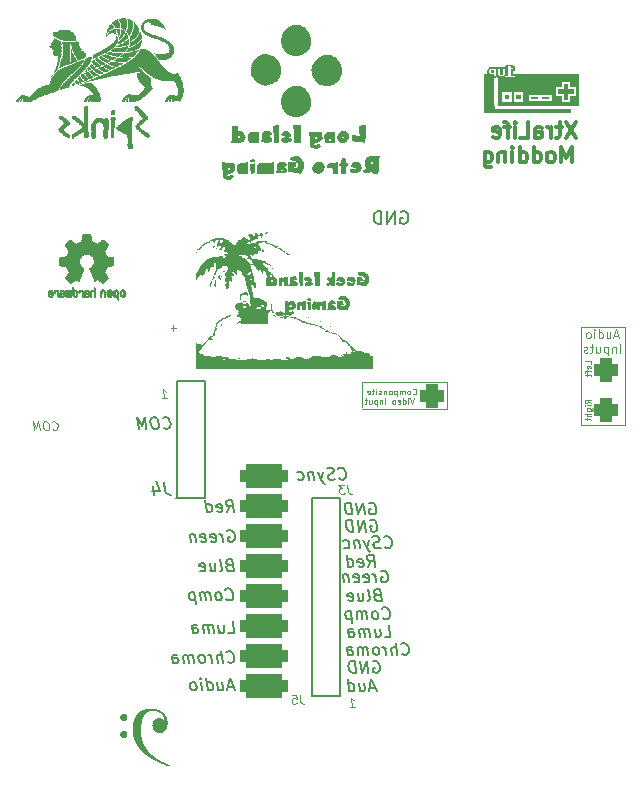
<source format=gbo>
%TF.GenerationSoftware,KiCad,Pcbnew,(6.0.1)*%
%TF.CreationDate,2022-02-25T18:27:20-07:00*%
%TF.ProjectId,Power PCB Ver C -  TH - RF is Video Only,506f7765-7220-4504-9342-205665722043,rev?*%
%TF.SameCoordinates,Original*%
%TF.FileFunction,Legend,Bot*%
%TF.FilePolarity,Positive*%
%FSLAX46Y46*%
G04 Gerber Fmt 4.6, Leading zero omitted, Abs format (unit mm)*
G04 Created by KiCad (PCBNEW (6.0.1)) date 2022-02-25 18:27:20*
%MOMM*%
%LPD*%
G01*
G04 APERTURE LIST*
G04 Aperture macros list*
%AMRoundRect*
0 Rectangle with rounded corners*
0 $1 Rounding radius*
0 $2 $3 $4 $5 $6 $7 $8 $9 X,Y pos of 4 corners*
0 Add a 4 corners polygon primitive as box body*
4,1,4,$2,$3,$4,$5,$6,$7,$8,$9,$2,$3,0*
0 Add four circle primitives for the rounded corners*
1,1,$1+$1,$2,$3*
1,1,$1+$1,$4,$5*
1,1,$1+$1,$6,$7*
1,1,$1+$1,$8,$9*
0 Add four rect primitives between the rounded corners*
20,1,$1+$1,$2,$3,$4,$5,0*
20,1,$1+$1,$4,$5,$6,$7,0*
20,1,$1+$1,$6,$7,$8,$9,0*
20,1,$1+$1,$8,$9,$2,$3,0*%
%AMOutline5P*
0 Free polygon, 5 corners , with rotation*
0 The origin of the aperture is its center*
0 number of corners: always 5*
0 $1 to $10 corner X, Y*
0 $11 Rotation angle, in degrees counterclockwise*
0 create outline with 5 corners*
4,1,5,$1,$2,$3,$4,$5,$6,$7,$8,$9,$10,$1,$2,$11*%
%AMOutline6P*
0 Free polygon, 6 corners , with rotation*
0 The origin of the aperture is its center*
0 number of corners: always 6*
0 $1 to $12 corner X, Y*
0 $13 Rotation angle, in degrees counterclockwise*
0 create outline with 6 corners*
4,1,6,$1,$2,$3,$4,$5,$6,$7,$8,$9,$10,$11,$12,$1,$2,$13*%
%AMOutline7P*
0 Free polygon, 7 corners , with rotation*
0 The origin of the aperture is its center*
0 number of corners: always 7*
0 $1 to $14 corner X, Y*
0 $15 Rotation angle, in degrees counterclockwise*
0 create outline with 7 corners*
4,1,7,$1,$2,$3,$4,$5,$6,$7,$8,$9,$10,$11,$12,$13,$14,$1,$2,$15*%
%AMOutline8P*
0 Free polygon, 8 corners , with rotation*
0 The origin of the aperture is its center*
0 number of corners: always 8*
0 $1 to $16 corner X, Y*
0 $17 Rotation angle, in degrees counterclockwise*
0 create outline with 8 corners*
4,1,8,$1,$2,$3,$4,$5,$6,$7,$8,$9,$10,$11,$12,$13,$14,$15,$16,$1,$2,$17*%
G04 Aperture macros list end*
%ADD10C,0.300000*%
%ADD11C,0.075000*%
%ADD12C,0.120000*%
%ADD13C,0.100000*%
%ADD14C,0.150000*%
%ADD15C,0.000000*%
%ADD16C,0.200000*%
%ADD17C,0.010000*%
%ADD18RoundRect,0.500000X-0.500000X-0.500000X0.500000X-0.500000X0.500000X0.500000X-0.500000X0.500000X0*%
%ADD19O,1.950000X3.900000*%
%ADD20O,3.400000X1.700000*%
%ADD21C,1.600000*%
%ADD22O,1.600000X1.600000*%
%ADD23R,1.599997X1.700000*%
%ADD24C,1.700000*%
%ADD25R,1.700000X1.700000*%
%ADD26O,1.700000X1.700000*%
%ADD27Outline8P,-2.250000X1.125000X-1.125000X2.250000X1.125000X2.250000X2.250000X1.125000X2.250000X-1.125000X1.125000X-2.250000X-1.125000X-2.250000X-2.250000X-1.125000X0.000000*%
%ADD28Outline8P,-2.000000X1.000000X-1.000000X2.000000X1.000000X2.000000X2.000000X1.000000X2.000000X-1.000000X1.000000X-2.000000X-1.000000X-2.000000X-2.000000X-1.000000X0.000000*%
%ADD29R,2.000000X1.350000*%
%ADD30O,2.000000X1.350000*%
%ADD31R,1.050000X1.500000*%
%ADD32O,1.050000X1.500000*%
%ADD33R,1.600000X1.600000*%
%ADD34R,2.200000X2.200000*%
%ADD35O,2.200000X2.200000*%
%ADD36R,2.000000X2.000000*%
%ADD37C,2.000000*%
%ADD38O,3.900000X1.950000*%
%ADD39O,1.700000X3.400000*%
%ADD40C,3.500000*%
%ADD41R,1.500000X1.050000*%
%ADD42O,1.500000X1.050000*%
%ADD43C,3.200000*%
%ADD44Outline8P,-1.550000X0.775000X-0.775000X1.550000X0.775000X1.550000X1.550000X0.775000X1.550000X-0.775000X0.775000X-1.550000X-0.775000X-1.550000X-1.550000X-0.775000X90.000000*%
%ADD45C,1.400000*%
%ADD46C,2.800000*%
%ADD47C,1.300000*%
%ADD48Outline8P,-0.700000X0.350000X-0.350000X0.700000X0.350000X0.700000X0.700000X0.350000X0.700000X-0.350000X0.350000X-0.700000X-0.350000X-0.700000X-0.700000X-0.350000X270.000000*%
%ADD49Outline8P,-0.800000X0.400000X-0.400000X0.800000X0.400000X0.800000X0.800000X0.400000X0.800000X-0.400000X0.400000X-0.800000X-0.400000X-0.800000X-0.800000X-0.400000X270.000000*%
%ADD50Outline8P,-0.800000X0.400000X-0.400000X0.800000X0.400000X0.800000X0.800000X0.400000X0.800000X-0.400000X0.400000X-0.800000X-0.400000X-0.800000X-0.800000X-0.400000X90.000000*%
%ADD51RoundRect,0.500000X-1.500000X-0.500000X1.500000X-0.500000X1.500000X0.500000X-1.500000X0.500000X0*%
G04 APERTURE END LIST*
D10*
X162305861Y-80335195D02*
X161439195Y-81635195D01*
X161439195Y-80335195D02*
X162305861Y-81635195D01*
X161129671Y-80768528D02*
X160634433Y-80768528D01*
X160943957Y-80335195D02*
X160943957Y-81449480D01*
X160882052Y-81573290D01*
X160758242Y-81635195D01*
X160634433Y-81635195D01*
X160201100Y-81635195D02*
X160201100Y-80768528D01*
X160201100Y-81016147D02*
X160139195Y-80892338D01*
X160077290Y-80830433D01*
X159953480Y-80768528D01*
X159829671Y-80768528D01*
X158839195Y-81635195D02*
X158839195Y-80954242D01*
X158901100Y-80830433D01*
X159024909Y-80768528D01*
X159272528Y-80768528D01*
X159396338Y-80830433D01*
X158839195Y-81573290D02*
X158963004Y-81635195D01*
X159272528Y-81635195D01*
X159396338Y-81573290D01*
X159458242Y-81449480D01*
X159458242Y-81325671D01*
X159396338Y-81201861D01*
X159272528Y-81139957D01*
X158963004Y-81139957D01*
X158839195Y-81078052D01*
X157601100Y-81635195D02*
X158220147Y-81635195D01*
X158220147Y-80335195D01*
X157167766Y-81635195D02*
X157167766Y-80768528D01*
X157167766Y-80335195D02*
X157229671Y-80397100D01*
X157167766Y-80459004D01*
X157105861Y-80397100D01*
X157167766Y-80335195D01*
X157167766Y-80459004D01*
X156734433Y-80768528D02*
X156239195Y-80768528D01*
X156548719Y-81635195D02*
X156548719Y-80520909D01*
X156486814Y-80397100D01*
X156363004Y-80335195D01*
X156239195Y-80335195D01*
X155310623Y-81573290D02*
X155434433Y-81635195D01*
X155682052Y-81635195D01*
X155805861Y-81573290D01*
X155867766Y-81449480D01*
X155867766Y-80954242D01*
X155805861Y-80830433D01*
X155682052Y-80768528D01*
X155434433Y-80768528D01*
X155310623Y-80830433D01*
X155248719Y-80954242D01*
X155248719Y-81078052D01*
X155867766Y-81201861D01*
X161934433Y-83728195D02*
X161934433Y-82428195D01*
X161501100Y-83356766D01*
X161067766Y-82428195D01*
X161067766Y-83728195D01*
X160263004Y-83728195D02*
X160386814Y-83666290D01*
X160448719Y-83604385D01*
X160510623Y-83480576D01*
X160510623Y-83109147D01*
X160448719Y-82985338D01*
X160386814Y-82923433D01*
X160263004Y-82861528D01*
X160077290Y-82861528D01*
X159953480Y-82923433D01*
X159891576Y-82985338D01*
X159829671Y-83109147D01*
X159829671Y-83480576D01*
X159891576Y-83604385D01*
X159953480Y-83666290D01*
X160077290Y-83728195D01*
X160263004Y-83728195D01*
X158715385Y-83728195D02*
X158715385Y-82428195D01*
X158715385Y-83666290D02*
X158839195Y-83728195D01*
X159086814Y-83728195D01*
X159210623Y-83666290D01*
X159272528Y-83604385D01*
X159334433Y-83480576D01*
X159334433Y-83109147D01*
X159272528Y-82985338D01*
X159210623Y-82923433D01*
X159086814Y-82861528D01*
X158839195Y-82861528D01*
X158715385Y-82923433D01*
X157539195Y-83728195D02*
X157539195Y-82428195D01*
X157539195Y-83666290D02*
X157663004Y-83728195D01*
X157910623Y-83728195D01*
X158034433Y-83666290D01*
X158096338Y-83604385D01*
X158158242Y-83480576D01*
X158158242Y-83109147D01*
X158096338Y-82985338D01*
X158034433Y-82923433D01*
X157910623Y-82861528D01*
X157663004Y-82861528D01*
X157539195Y-82923433D01*
X156920147Y-83728195D02*
X156920147Y-82861528D01*
X156920147Y-82428195D02*
X156982052Y-82490100D01*
X156920147Y-82552004D01*
X156858242Y-82490100D01*
X156920147Y-82428195D01*
X156920147Y-82552004D01*
X156301100Y-82861528D02*
X156301100Y-83728195D01*
X156301100Y-82985338D02*
X156239195Y-82923433D01*
X156115385Y-82861528D01*
X155929671Y-82861528D01*
X155805861Y-82923433D01*
X155743957Y-83047242D01*
X155743957Y-83728195D01*
X154567766Y-82861528D02*
X154567766Y-83913909D01*
X154629671Y-84037719D01*
X154691576Y-84099623D01*
X154815385Y-84161528D01*
X155001100Y-84161528D01*
X155124909Y-84099623D01*
X154567766Y-83666290D02*
X154691576Y-83728195D01*
X154939195Y-83728195D01*
X155063004Y-83666290D01*
X155124909Y-83604385D01*
X155186814Y-83480576D01*
X155186814Y-83109147D01*
X155124909Y-82985338D01*
X155063004Y-82923433D01*
X154939195Y-82861528D01*
X154691576Y-82861528D01*
X154567766Y-82923433D01*
D11*
X148478480Y-103344671D02*
X148502290Y-103368480D01*
X148573719Y-103392290D01*
X148621338Y-103392290D01*
X148692766Y-103368480D01*
X148740385Y-103320861D01*
X148764195Y-103273242D01*
X148788004Y-103178004D01*
X148788004Y-103106576D01*
X148764195Y-103011338D01*
X148740385Y-102963719D01*
X148692766Y-102916100D01*
X148621338Y-102892290D01*
X148573719Y-102892290D01*
X148502290Y-102916100D01*
X148478480Y-102939909D01*
X148192766Y-103392290D02*
X148240385Y-103368480D01*
X148264195Y-103344671D01*
X148288004Y-103297052D01*
X148288004Y-103154195D01*
X148264195Y-103106576D01*
X148240385Y-103082766D01*
X148192766Y-103058957D01*
X148121338Y-103058957D01*
X148073719Y-103082766D01*
X148049909Y-103106576D01*
X148026100Y-103154195D01*
X148026100Y-103297052D01*
X148049909Y-103344671D01*
X148073719Y-103368480D01*
X148121338Y-103392290D01*
X148192766Y-103392290D01*
X147811814Y-103392290D02*
X147811814Y-103058957D01*
X147811814Y-103106576D02*
X147788004Y-103082766D01*
X147740385Y-103058957D01*
X147668957Y-103058957D01*
X147621338Y-103082766D01*
X147597528Y-103130385D01*
X147597528Y-103392290D01*
X147597528Y-103130385D02*
X147573719Y-103082766D01*
X147526100Y-103058957D01*
X147454671Y-103058957D01*
X147407052Y-103082766D01*
X147383242Y-103130385D01*
X147383242Y-103392290D01*
X147145147Y-103058957D02*
X147145147Y-103558957D01*
X147145147Y-103082766D02*
X147097528Y-103058957D01*
X147002290Y-103058957D01*
X146954671Y-103082766D01*
X146930861Y-103106576D01*
X146907052Y-103154195D01*
X146907052Y-103297052D01*
X146930861Y-103344671D01*
X146954671Y-103368480D01*
X147002290Y-103392290D01*
X147097528Y-103392290D01*
X147145147Y-103368480D01*
X146621338Y-103392290D02*
X146668957Y-103368480D01*
X146692766Y-103344671D01*
X146716576Y-103297052D01*
X146716576Y-103154195D01*
X146692766Y-103106576D01*
X146668957Y-103082766D01*
X146621338Y-103058957D01*
X146549909Y-103058957D01*
X146502290Y-103082766D01*
X146478480Y-103106576D01*
X146454671Y-103154195D01*
X146454671Y-103297052D01*
X146478480Y-103344671D01*
X146502290Y-103368480D01*
X146549909Y-103392290D01*
X146621338Y-103392290D01*
X146240385Y-103058957D02*
X146240385Y-103392290D01*
X146240385Y-103106576D02*
X146216576Y-103082766D01*
X146168957Y-103058957D01*
X146097528Y-103058957D01*
X146049909Y-103082766D01*
X146026100Y-103130385D01*
X146026100Y-103392290D01*
X145811814Y-103368480D02*
X145764195Y-103392290D01*
X145668957Y-103392290D01*
X145621338Y-103368480D01*
X145597528Y-103320861D01*
X145597528Y-103297052D01*
X145621338Y-103249433D01*
X145668957Y-103225623D01*
X145740385Y-103225623D01*
X145788004Y-103201814D01*
X145811814Y-103154195D01*
X145811814Y-103130385D01*
X145788004Y-103082766D01*
X145740385Y-103058957D01*
X145668957Y-103058957D01*
X145621338Y-103082766D01*
X145383242Y-103392290D02*
X145383242Y-103058957D01*
X145383242Y-102892290D02*
X145407052Y-102916100D01*
X145383242Y-102939909D01*
X145359433Y-102916100D01*
X145383242Y-102892290D01*
X145383242Y-102939909D01*
X145216576Y-103058957D02*
X145026100Y-103058957D01*
X145145147Y-102892290D02*
X145145147Y-103320861D01*
X145121338Y-103368480D01*
X145073719Y-103392290D01*
X145026100Y-103392290D01*
X144668957Y-103368480D02*
X144716576Y-103392290D01*
X144811814Y-103392290D01*
X144859433Y-103368480D01*
X144883242Y-103320861D01*
X144883242Y-103130385D01*
X144859433Y-103082766D01*
X144811814Y-103058957D01*
X144716576Y-103058957D01*
X144668957Y-103082766D01*
X144645147Y-103130385D01*
X144645147Y-103178004D01*
X144883242Y-103225623D01*
X148609433Y-103697290D02*
X148442766Y-104197290D01*
X148276100Y-103697290D01*
X148109433Y-104197290D02*
X148109433Y-103863957D01*
X148109433Y-103697290D02*
X148133242Y-103721100D01*
X148109433Y-103744909D01*
X148085623Y-103721100D01*
X148109433Y-103697290D01*
X148109433Y-103744909D01*
X147657052Y-104197290D02*
X147657052Y-103697290D01*
X147657052Y-104173480D02*
X147704671Y-104197290D01*
X147799909Y-104197290D01*
X147847528Y-104173480D01*
X147871338Y-104149671D01*
X147895147Y-104102052D01*
X147895147Y-103959195D01*
X147871338Y-103911576D01*
X147847528Y-103887766D01*
X147799909Y-103863957D01*
X147704671Y-103863957D01*
X147657052Y-103887766D01*
X147228480Y-104173480D02*
X147276100Y-104197290D01*
X147371338Y-104197290D01*
X147418957Y-104173480D01*
X147442766Y-104125861D01*
X147442766Y-103935385D01*
X147418957Y-103887766D01*
X147371338Y-103863957D01*
X147276100Y-103863957D01*
X147228480Y-103887766D01*
X147204671Y-103935385D01*
X147204671Y-103983004D01*
X147442766Y-104030623D01*
X146918957Y-104197290D02*
X146966576Y-104173480D01*
X146990385Y-104149671D01*
X147014195Y-104102052D01*
X147014195Y-103959195D01*
X146990385Y-103911576D01*
X146966576Y-103887766D01*
X146918957Y-103863957D01*
X146847528Y-103863957D01*
X146799909Y-103887766D01*
X146776100Y-103911576D01*
X146752290Y-103959195D01*
X146752290Y-104102052D01*
X146776100Y-104149671D01*
X146799909Y-104173480D01*
X146847528Y-104197290D01*
X146918957Y-104197290D01*
X146157052Y-104197290D02*
X146157052Y-103697290D01*
X145918957Y-103863957D02*
X145918957Y-104197290D01*
X145918957Y-103911576D02*
X145895147Y-103887766D01*
X145847528Y-103863957D01*
X145776100Y-103863957D01*
X145728480Y-103887766D01*
X145704671Y-103935385D01*
X145704671Y-104197290D01*
X145466576Y-103863957D02*
X145466576Y-104363957D01*
X145466576Y-103887766D02*
X145418957Y-103863957D01*
X145323719Y-103863957D01*
X145276100Y-103887766D01*
X145252290Y-103911576D01*
X145228480Y-103959195D01*
X145228480Y-104102052D01*
X145252290Y-104149671D01*
X145276100Y-104173480D01*
X145323719Y-104197290D01*
X145418957Y-104197290D01*
X145466576Y-104173480D01*
X144799909Y-103863957D02*
X144799909Y-104197290D01*
X145014195Y-103863957D02*
X145014195Y-104125861D01*
X144990385Y-104173480D01*
X144942766Y-104197290D01*
X144871338Y-104197290D01*
X144823719Y-104173480D01*
X144799909Y-104149671D01*
X144633242Y-103863957D02*
X144442766Y-103863957D01*
X144561814Y-103697290D02*
X144561814Y-104125861D01*
X144538004Y-104173480D01*
X144490385Y-104197290D01*
X144442766Y-104197290D01*
D12*
X144201100Y-102348600D02*
X151381100Y-102338600D01*
X151381100Y-102338600D02*
X151381100Y-104638600D01*
X144201100Y-104478600D02*
X144201100Y-102348600D01*
X151381100Y-104638600D02*
X144201100Y-104638600D01*
X166426100Y-105993600D02*
X162826100Y-105993600D01*
X162726100Y-105993600D02*
X162726100Y-97693600D01*
X162726100Y-97693600D02*
X166426100Y-97693600D01*
D11*
X163552290Y-100823361D02*
X163552290Y-100585266D01*
X163052290Y-100585266D01*
X163528480Y-101180504D02*
X163552290Y-101132885D01*
X163552290Y-101037647D01*
X163528480Y-100990028D01*
X163480861Y-100966219D01*
X163290385Y-100966219D01*
X163242766Y-100990028D01*
X163218957Y-101037647D01*
X163218957Y-101132885D01*
X163242766Y-101180504D01*
X163290385Y-101204314D01*
X163338004Y-101204314D01*
X163385623Y-100966219D01*
X163218957Y-101347171D02*
X163218957Y-101537647D01*
X163552290Y-101418600D02*
X163123719Y-101418600D01*
X163076100Y-101442409D01*
X163052290Y-101490028D01*
X163052290Y-101537647D01*
X163218957Y-101632885D02*
X163218957Y-101823361D01*
X163052290Y-101704314D02*
X163480861Y-101704314D01*
X163528480Y-101728123D01*
X163552290Y-101775742D01*
X163552290Y-101823361D01*
D13*
X165901100Y-98414850D02*
X165543957Y-98414850D01*
X165972528Y-98629135D02*
X165722528Y-97879135D01*
X165472528Y-98629135D01*
X164901100Y-98129135D02*
X164901100Y-98629135D01*
X165222528Y-98129135D02*
X165222528Y-98521992D01*
X165186814Y-98593421D01*
X165115385Y-98629135D01*
X165008242Y-98629135D01*
X164936814Y-98593421D01*
X164901100Y-98557707D01*
X164222528Y-98629135D02*
X164222528Y-97879135D01*
X164222528Y-98593421D02*
X164293957Y-98629135D01*
X164436814Y-98629135D01*
X164508242Y-98593421D01*
X164543957Y-98557707D01*
X164579671Y-98486278D01*
X164579671Y-98271992D01*
X164543957Y-98200564D01*
X164508242Y-98164850D01*
X164436814Y-98129135D01*
X164293957Y-98129135D01*
X164222528Y-98164850D01*
X163865385Y-98629135D02*
X163865385Y-98129135D01*
X163865385Y-97879135D02*
X163901100Y-97914850D01*
X163865385Y-97950564D01*
X163829671Y-97914850D01*
X163865385Y-97879135D01*
X163865385Y-97950564D01*
X163401100Y-98629135D02*
X163472528Y-98593421D01*
X163508242Y-98557707D01*
X163543957Y-98486278D01*
X163543957Y-98271992D01*
X163508242Y-98200564D01*
X163472528Y-98164850D01*
X163401100Y-98129135D01*
X163293957Y-98129135D01*
X163222528Y-98164850D01*
X163186814Y-98200564D01*
X163151100Y-98271992D01*
X163151100Y-98486278D01*
X163186814Y-98557707D01*
X163222528Y-98593421D01*
X163293957Y-98629135D01*
X163401100Y-98629135D01*
X166061814Y-99836635D02*
X166061814Y-99086635D01*
X165704671Y-99336635D02*
X165704671Y-99836635D01*
X165704671Y-99408064D02*
X165668957Y-99372350D01*
X165597528Y-99336635D01*
X165490385Y-99336635D01*
X165418957Y-99372350D01*
X165383242Y-99443778D01*
X165383242Y-99836635D01*
X165026100Y-99336635D02*
X165026100Y-100086635D01*
X165026100Y-99372350D02*
X164954671Y-99336635D01*
X164811814Y-99336635D01*
X164740385Y-99372350D01*
X164704671Y-99408064D01*
X164668957Y-99479492D01*
X164668957Y-99693778D01*
X164704671Y-99765207D01*
X164740385Y-99800921D01*
X164811814Y-99836635D01*
X164954671Y-99836635D01*
X165026100Y-99800921D01*
X164026100Y-99336635D02*
X164026100Y-99836635D01*
X164347528Y-99336635D02*
X164347528Y-99729492D01*
X164311814Y-99800921D01*
X164240385Y-99836635D01*
X164133242Y-99836635D01*
X164061814Y-99800921D01*
X164026100Y-99765207D01*
X163776100Y-99336635D02*
X163490385Y-99336635D01*
X163668957Y-99086635D02*
X163668957Y-99729492D01*
X163633242Y-99800921D01*
X163561814Y-99836635D01*
X163490385Y-99836635D01*
X163276100Y-99800921D02*
X163204671Y-99836635D01*
X163061814Y-99836635D01*
X162990385Y-99800921D01*
X162954671Y-99729492D01*
X162954671Y-99693778D01*
X162990385Y-99622350D01*
X163061814Y-99586635D01*
X163168957Y-99586635D01*
X163240385Y-99550921D01*
X163276100Y-99479492D01*
X163276100Y-99443778D01*
X163240385Y-99372350D01*
X163168957Y-99336635D01*
X163061814Y-99336635D01*
X162990385Y-99372350D01*
D12*
X166426100Y-105993600D02*
X166426100Y-97693600D01*
D11*
X163552290Y-104109076D02*
X163314195Y-103942409D01*
X163552290Y-103823361D02*
X163052290Y-103823361D01*
X163052290Y-104013838D01*
X163076100Y-104061457D01*
X163099909Y-104085266D01*
X163147528Y-104109076D01*
X163218957Y-104109076D01*
X163266576Y-104085266D01*
X163290385Y-104061457D01*
X163314195Y-104013838D01*
X163314195Y-103823361D01*
X163552290Y-104323361D02*
X163218957Y-104323361D01*
X163052290Y-104323361D02*
X163076100Y-104299552D01*
X163099909Y-104323361D01*
X163076100Y-104347171D01*
X163052290Y-104323361D01*
X163099909Y-104323361D01*
X163218957Y-104775742D02*
X163623719Y-104775742D01*
X163671338Y-104751933D01*
X163695147Y-104728123D01*
X163718957Y-104680504D01*
X163718957Y-104609076D01*
X163695147Y-104561457D01*
X163528480Y-104775742D02*
X163552290Y-104728123D01*
X163552290Y-104632885D01*
X163528480Y-104585266D01*
X163504671Y-104561457D01*
X163457052Y-104537647D01*
X163314195Y-104537647D01*
X163266576Y-104561457D01*
X163242766Y-104585266D01*
X163218957Y-104632885D01*
X163218957Y-104728123D01*
X163242766Y-104775742D01*
X163552290Y-105013838D02*
X163052290Y-105013838D01*
X163552290Y-105228123D02*
X163290385Y-105228123D01*
X163242766Y-105204314D01*
X163218957Y-105156695D01*
X163218957Y-105085266D01*
X163242766Y-105037647D01*
X163266576Y-105013838D01*
X163218957Y-105394790D02*
X163218957Y-105585266D01*
X163052290Y-105466219D02*
X163480861Y-105466219D01*
X163528480Y-105490028D01*
X163552290Y-105537647D01*
X163552290Y-105585266D01*
D14*
X132812677Y-126010742D02*
X132866248Y-126058361D01*
X133015058Y-126105980D01*
X133110296Y-126105980D01*
X133247201Y-126058361D01*
X133330534Y-125963123D01*
X133366248Y-125867885D01*
X133390058Y-125677409D01*
X133372201Y-125534552D01*
X133300772Y-125344076D01*
X133241248Y-125248838D01*
X133134105Y-125153600D01*
X132985296Y-125105980D01*
X132890058Y-125105980D01*
X132753153Y-125153600D01*
X132711486Y-125201219D01*
X132396010Y-126105980D02*
X132271010Y-125105980D01*
X131967439Y-126105980D02*
X131901963Y-125582171D01*
X131937677Y-125486933D01*
X132026963Y-125439314D01*
X132169820Y-125439314D01*
X132271010Y-125486933D01*
X132324582Y-125534552D01*
X131491248Y-126105980D02*
X131407915Y-125439314D01*
X131431725Y-125629790D02*
X131372201Y-125534552D01*
X131318629Y-125486933D01*
X131217439Y-125439314D01*
X131122201Y-125439314D01*
X130729344Y-126105980D02*
X130818629Y-126058361D01*
X130860296Y-126010742D01*
X130896010Y-125915504D01*
X130860296Y-125629790D01*
X130800772Y-125534552D01*
X130747201Y-125486933D01*
X130646010Y-125439314D01*
X130503153Y-125439314D01*
X130413867Y-125486933D01*
X130372201Y-125534552D01*
X130336486Y-125629790D01*
X130372201Y-125915504D01*
X130431725Y-126010742D01*
X130485296Y-126058361D01*
X130586486Y-126105980D01*
X130729344Y-126105980D01*
X129967439Y-126105980D02*
X129884105Y-125439314D01*
X129896010Y-125534552D02*
X129842439Y-125486933D01*
X129741248Y-125439314D01*
X129598391Y-125439314D01*
X129509105Y-125486933D01*
X129473391Y-125582171D01*
X129538867Y-126105980D01*
X129473391Y-125582171D02*
X129413867Y-125486933D01*
X129312677Y-125439314D01*
X129169820Y-125439314D01*
X129080534Y-125486933D01*
X129044820Y-125582171D01*
X129110296Y-126105980D01*
X128205534Y-126105980D02*
X128140058Y-125582171D01*
X128175772Y-125486933D01*
X128265058Y-125439314D01*
X128455534Y-125439314D01*
X128556725Y-125486933D01*
X128199582Y-126058361D02*
X128300772Y-126105980D01*
X128538867Y-126105980D01*
X128628153Y-126058361D01*
X128663867Y-125963123D01*
X128651963Y-125867885D01*
X128592439Y-125772647D01*
X128491248Y-125725028D01*
X128253153Y-125725028D01*
X128151963Y-125677409D01*
D15*
G36*
X124442709Y-73924138D02*
G01*
X124407889Y-73924138D01*
X124407889Y-73993782D01*
X124373065Y-73993782D01*
X124373065Y-74063424D01*
X124338244Y-74063424D01*
X124338244Y-74133066D01*
X124303423Y-74133066D01*
X124303423Y-74167889D01*
X124268603Y-74167889D01*
X124268603Y-74202710D01*
X124233782Y-74202710D01*
X124233782Y-74272352D01*
X124198961Y-74272352D01*
X124198961Y-74307172D01*
X124164137Y-74307172D01*
X124164137Y-74341993D01*
X124129317Y-74341993D01*
X124129317Y-74376817D01*
X124094496Y-74376817D01*
X124094496Y-74411637D01*
X123293606Y-74411637D01*
X123293606Y-74376817D01*
X123049857Y-74376817D01*
X123049857Y-74341993D01*
X122875750Y-74341993D01*
X122875750Y-74272352D01*
X122945395Y-74272352D01*
X122945395Y-74237531D01*
X123015036Y-74237531D01*
X123015036Y-74202710D01*
X123049857Y-74202710D01*
X123049857Y-74167889D01*
X123084678Y-74167889D01*
X123084678Y-74133066D01*
X123154322Y-74133066D01*
X123154322Y-74098245D01*
X123189143Y-74098245D01*
X123189143Y-74063424D01*
X123641819Y-74063424D01*
X123641819Y-74028603D01*
X123885568Y-74028603D01*
X123885568Y-73993782D01*
X124059675Y-73993782D01*
X124059675Y-73958961D01*
X124198961Y-73958961D01*
X124198961Y-73924138D01*
X124338244Y-73924138D01*
X124338244Y-73889317D01*
X124407889Y-73889317D01*
X124407889Y-73854496D01*
X124442709Y-73854496D01*
X124442709Y-73924138D01*
G37*
G36*
X124064724Y-130446105D02*
G01*
X124117782Y-130446105D01*
X124117782Y-130456717D01*
X124149619Y-130456717D01*
X124149619Y-130467329D01*
X124170843Y-130467329D01*
X124170843Y-130477941D01*
X124192067Y-130477941D01*
X124192067Y-130488550D01*
X124202679Y-130488550D01*
X124202679Y-130509775D01*
X124213291Y-130509775D01*
X124213291Y-130499163D01*
X124223901Y-130499163D01*
X124223901Y-130509775D01*
X124213291Y-130509775D01*
X124213291Y-130530999D01*
X124223901Y-130530999D01*
X124223901Y-130509775D01*
X124234513Y-130509775D01*
X124234513Y-130520387D01*
X124245125Y-130520387D01*
X124245125Y-130530999D01*
X124255737Y-130530999D01*
X124255737Y-130552223D01*
X124276961Y-130552223D01*
X124276961Y-130573447D01*
X124287574Y-130573447D01*
X124287574Y-130584060D01*
X124298186Y-130584060D01*
X124298186Y-130605281D01*
X124308798Y-130605281D01*
X124308798Y-130626506D01*
X124319410Y-130626506D01*
X124319410Y-130647730D01*
X124308798Y-130647730D01*
X124308798Y-130658342D01*
X124319410Y-130658342D01*
X124319410Y-130668954D01*
X124330022Y-130668954D01*
X124330022Y-130764461D01*
X124319410Y-130764461D01*
X124319410Y-130775073D01*
X124330022Y-130775073D01*
X124330022Y-130828131D01*
X124319410Y-130828131D01*
X124319410Y-130870579D01*
X124308798Y-130870579D01*
X124308798Y-130891803D01*
X124298186Y-130891803D01*
X124298186Y-130913028D01*
X124287574Y-130913028D01*
X124287574Y-130923637D01*
X124276961Y-130923637D01*
X124276961Y-130934249D01*
X124266349Y-130934249D01*
X124266349Y-130955474D01*
X124255737Y-130955474D01*
X124255737Y-130966086D01*
X124245125Y-130966086D01*
X124245125Y-130976698D01*
X124234513Y-130976698D01*
X124234513Y-130987310D01*
X124223901Y-130987310D01*
X124223901Y-130997922D01*
X124202679Y-130997922D01*
X124202679Y-131008534D01*
X124181455Y-131008534D01*
X124181455Y-131019146D01*
X124170843Y-131019146D01*
X124170843Y-131029758D01*
X124149619Y-131029758D01*
X124149619Y-131040368D01*
X124107173Y-131040368D01*
X124107173Y-131050980D01*
X124043500Y-131050980D01*
X124043500Y-131040368D01*
X124032888Y-131040368D01*
X124032888Y-131050980D01*
X124001051Y-131050980D01*
X124001051Y-131029758D01*
X123990442Y-131029758D01*
X123990442Y-131050980D01*
X123937381Y-131050980D01*
X123937381Y-131040368D01*
X123894933Y-131040368D01*
X123894933Y-131029758D01*
X123873711Y-131029758D01*
X123873711Y-131019146D01*
X123863099Y-131019146D01*
X123863099Y-130997922D01*
X123852487Y-130997922D01*
X123852487Y-131008534D01*
X123841875Y-131008534D01*
X123841875Y-130997922D01*
X123852487Y-130997922D01*
X123852487Y-130987310D01*
X123841875Y-130987310D01*
X123841875Y-130997922D01*
X123831263Y-130997922D01*
X123831263Y-130987310D01*
X123810038Y-130987310D01*
X123810038Y-130976698D01*
X123799426Y-130976698D01*
X123799426Y-130966086D01*
X123788814Y-130966086D01*
X123788814Y-130955474D01*
X123778202Y-130955474D01*
X123778202Y-130934249D01*
X123767592Y-130934249D01*
X123767592Y-130923637D01*
X123756980Y-130923637D01*
X123756980Y-130902416D01*
X123746368Y-130902416D01*
X123746368Y-130891803D01*
X123735756Y-130891803D01*
X123735756Y-130881191D01*
X123746368Y-130881191D01*
X123746368Y-130870579D01*
X123756980Y-130870579D01*
X123756980Y-130859967D01*
X123767592Y-130859967D01*
X123767592Y-130849355D01*
X123756980Y-130849355D01*
X123756980Y-130859967D01*
X123746368Y-130859967D01*
X123746368Y-130870579D01*
X123735756Y-130870579D01*
X123735756Y-130859967D01*
X123725144Y-130859967D01*
X123725144Y-130817519D01*
X123714532Y-130817519D01*
X123714532Y-130679566D01*
X123725144Y-130679566D01*
X123725144Y-130658342D01*
X123735756Y-130658342D01*
X123735756Y-130647730D01*
X123725144Y-130647730D01*
X123725144Y-130626506D01*
X123735756Y-130626506D01*
X123735756Y-130605281D01*
X123746368Y-130605281D01*
X123746368Y-130584060D01*
X123756980Y-130584060D01*
X123756980Y-130573447D01*
X123767592Y-130573447D01*
X123767592Y-130552223D01*
X123778202Y-130552223D01*
X123778202Y-130541611D01*
X123788814Y-130541611D01*
X123788814Y-130530999D01*
X123799426Y-130530999D01*
X123799426Y-130520387D01*
X123810038Y-130520387D01*
X123810038Y-130509775D01*
X123820650Y-130509775D01*
X123820650Y-130499163D01*
X123841875Y-130499163D01*
X123841875Y-130488550D01*
X123852487Y-130488550D01*
X123852487Y-130477941D01*
X123873711Y-130477941D01*
X123873711Y-130467329D01*
X123894933Y-130467329D01*
X123894933Y-130456717D01*
X123926769Y-130456717D01*
X123926769Y-130446105D01*
X123969218Y-130446105D01*
X123969218Y-130435492D01*
X124064724Y-130435492D01*
X124064724Y-130446105D01*
G37*
G36*
X125522169Y-73610748D02*
G01*
X125487348Y-73610748D01*
X125487348Y-73784854D01*
X125452524Y-73784854D01*
X125452524Y-73889317D01*
X125417704Y-73889317D01*
X125417704Y-73993782D01*
X125382883Y-73993782D01*
X125382883Y-74063424D01*
X125313241Y-74063424D01*
X125313241Y-74098245D01*
X125278420Y-74098245D01*
X125278420Y-74133066D01*
X125173955Y-74133066D01*
X125173955Y-74167889D01*
X125104313Y-74167889D01*
X125104313Y-74202710D01*
X125034669Y-74202710D01*
X125034669Y-74237531D01*
X124930207Y-74237531D01*
X124930207Y-74272352D01*
X124825741Y-74272352D01*
X124825741Y-74307172D01*
X124686458Y-74307172D01*
X124686458Y-74341993D01*
X124512351Y-74341993D01*
X124512351Y-74376817D01*
X124303423Y-74376817D01*
X124303423Y-74411637D01*
X124198961Y-74411637D01*
X124198961Y-74376817D01*
X124233782Y-74376817D01*
X124233782Y-74341993D01*
X124268603Y-74341993D01*
X124268603Y-74272352D01*
X124303423Y-74272352D01*
X124303423Y-74237531D01*
X124338244Y-74237531D01*
X124338244Y-74202710D01*
X124373065Y-74202710D01*
X124373065Y-74133066D01*
X124407889Y-74133066D01*
X124407889Y-74063424D01*
X124512351Y-74063424D01*
X124512351Y-74028603D01*
X124616816Y-74028603D01*
X124616816Y-73993782D01*
X124686458Y-73993782D01*
X124686458Y-73958961D01*
X124790921Y-73958961D01*
X124790921Y-73924138D01*
X124860565Y-73924138D01*
X124860565Y-73889317D01*
X124930207Y-73889317D01*
X124930207Y-73854496D01*
X124965027Y-73854496D01*
X124965027Y-73819675D01*
X125034669Y-73819675D01*
X125034669Y-73784854D01*
X125069492Y-73784854D01*
X125069492Y-73750034D01*
X125139134Y-73750034D01*
X125139134Y-73715213D01*
X125173955Y-73715213D01*
X125173955Y-73680389D01*
X125208776Y-73680389D01*
X125208776Y-73645568D01*
X125278420Y-73645568D01*
X125278420Y-73610748D01*
X125313241Y-73610748D01*
X125313241Y-73575927D01*
X125348062Y-73575927D01*
X125348062Y-73541106D01*
X125382883Y-73541106D01*
X125382883Y-73506285D01*
X125417704Y-73506285D01*
X125417704Y-73471462D01*
X125452524Y-73471462D01*
X125452524Y-73436641D01*
X125487348Y-73436641D01*
X125487348Y-73366999D01*
X125522169Y-73366999D01*
X125522169Y-73610748D01*
G37*
G36*
X120925759Y-79008044D02*
G01*
X120995404Y-79008044D01*
X120995404Y-79112509D01*
X121030224Y-79112509D01*
X121030224Y-79460721D01*
X120995404Y-79460721D01*
X120995404Y-80888394D01*
X121030224Y-80888394D01*
X121030224Y-81201784D01*
X121065045Y-81201784D01*
X121065045Y-81410712D01*
X121099866Y-81410712D01*
X121099866Y-81619639D01*
X121030224Y-81619639D01*
X121030224Y-81654460D01*
X120682011Y-81654460D01*
X120682011Y-81619639D01*
X120647190Y-81619639D01*
X120647190Y-81584818D01*
X120612369Y-81584818D01*
X120612369Y-81306249D01*
X120647190Y-81306249D01*
X120647190Y-81236607D01*
X120682011Y-81236607D01*
X120682011Y-81097321D01*
X120647190Y-81097321D01*
X120647190Y-81132142D01*
X120612369Y-81132142D01*
X120612369Y-81166963D01*
X120577548Y-81166963D01*
X120577548Y-81201784D01*
X120542727Y-81201784D01*
X120542727Y-81236607D01*
X120473083Y-81236607D01*
X120473083Y-81271428D01*
X120438262Y-81271428D01*
X120438262Y-81306249D01*
X120368621Y-81306249D01*
X120368621Y-81341070D01*
X120333800Y-81341070D01*
X120333800Y-81375891D01*
X120264155Y-81375891D01*
X120264155Y-81410712D01*
X120194514Y-81410712D01*
X120194514Y-81445532D01*
X120159693Y-81445532D01*
X120159693Y-81480356D01*
X120090049Y-81480356D01*
X120090049Y-81515177D01*
X119985586Y-81515177D01*
X119985586Y-81549998D01*
X119915944Y-81549998D01*
X119915944Y-81584818D01*
X119881121Y-81584818D01*
X119881121Y-81619639D01*
X119846300Y-81619639D01*
X119846300Y-81654460D01*
X119811479Y-81654460D01*
X119811479Y-81689284D01*
X119776658Y-81689284D01*
X119776658Y-81724104D01*
X119741837Y-81724104D01*
X119741837Y-81758925D01*
X119672196Y-81758925D01*
X119672196Y-81724104D01*
X119637372Y-81724104D01*
X119637372Y-81689284D01*
X119602551Y-81689284D01*
X119602551Y-81410712D01*
X119672196Y-81410712D01*
X119672196Y-81375891D01*
X119707017Y-81375891D01*
X119707017Y-81341070D01*
X119741837Y-81341070D01*
X119741837Y-81306249D01*
X119811479Y-81306249D01*
X119811479Y-81271428D01*
X119881121Y-81271428D01*
X119881121Y-81236607D01*
X119915944Y-81236607D01*
X119915944Y-81201784D01*
X119985586Y-81201784D01*
X119985586Y-81166963D01*
X120020407Y-81166963D01*
X120020407Y-81132142D01*
X120090049Y-81132142D01*
X120090049Y-81097321D01*
X120124872Y-81097321D01*
X120124872Y-81062500D01*
X120159693Y-81062500D01*
X120159693Y-81027680D01*
X120194514Y-81027680D01*
X120194514Y-80992856D01*
X120229335Y-80992856D01*
X120229335Y-80958035D01*
X120298976Y-80958035D01*
X120298976Y-80923215D01*
X120333800Y-80923215D01*
X120333800Y-80888394D01*
X120368621Y-80888394D01*
X120368621Y-80853573D01*
X120438262Y-80853573D01*
X120438262Y-80818752D01*
X120473083Y-80818752D01*
X120473083Y-80749108D01*
X120507904Y-80749108D01*
X120507904Y-80714287D01*
X120473083Y-80714287D01*
X120473083Y-80679466D01*
X120438262Y-80679466D01*
X120438262Y-80644645D01*
X120403441Y-80644645D01*
X120403441Y-80609824D01*
X120368621Y-80609824D01*
X120368621Y-80575001D01*
X120333800Y-80575001D01*
X120333800Y-80540180D01*
X120264155Y-80540180D01*
X120264155Y-80505359D01*
X120229335Y-80505359D01*
X120229335Y-80470538D01*
X120194514Y-80470538D01*
X120194514Y-80435717D01*
X120159693Y-80435717D01*
X120159693Y-80400897D01*
X120090049Y-80400897D01*
X120090049Y-80366073D01*
X120055228Y-80366073D01*
X120055228Y-80331252D01*
X120020407Y-80331252D01*
X120020407Y-80296431D01*
X119950765Y-80296431D01*
X119950765Y-80261611D01*
X119915944Y-80261611D01*
X119915944Y-80226790D01*
X119881121Y-80226790D01*
X119881121Y-80191969D01*
X119846300Y-80191969D01*
X119846300Y-80157145D01*
X119776658Y-80157145D01*
X119776658Y-80122325D01*
X119741837Y-80122325D01*
X119741837Y-80087504D01*
X119707017Y-80087504D01*
X119707017Y-80052683D01*
X119672196Y-80052683D01*
X119672196Y-79983041D01*
X119637372Y-79983041D01*
X119637372Y-79913397D01*
X119672196Y-79913397D01*
X119672196Y-79843755D01*
X119707017Y-79843755D01*
X119707017Y-79808934D01*
X119915944Y-79808934D01*
X119915944Y-79843755D01*
X119950765Y-79843755D01*
X119950765Y-79878576D01*
X120020407Y-79878576D01*
X120020407Y-79913397D01*
X120055228Y-79913397D01*
X120055228Y-79948220D01*
X120124872Y-79948220D01*
X120124872Y-79983041D01*
X120159693Y-79983041D01*
X120159693Y-80017862D01*
X120194514Y-80017862D01*
X120194514Y-80052683D01*
X120229335Y-80052683D01*
X120229335Y-80087504D01*
X120298976Y-80087504D01*
X120298976Y-80122325D01*
X120333800Y-80122325D01*
X120333800Y-80157145D01*
X120403441Y-80157145D01*
X120403441Y-80191969D01*
X120438262Y-80191969D01*
X120438262Y-80226790D01*
X120473083Y-80226790D01*
X120473083Y-80261611D01*
X120507904Y-80261611D01*
X120507904Y-80296431D01*
X120542727Y-80296431D01*
X120542727Y-80331252D01*
X120577548Y-80331252D01*
X120577548Y-80366073D01*
X120612369Y-80366073D01*
X120612369Y-80400897D01*
X120647190Y-80400897D01*
X120647190Y-79077686D01*
X120682011Y-79077686D01*
X120682011Y-79042865D01*
X120716832Y-79042865D01*
X120716832Y-79008044D01*
X120786476Y-79008044D01*
X120786476Y-78973223D01*
X120925759Y-78973223D01*
X120925759Y-79008044D01*
G37*
G36*
X121099866Y-75700025D02*
G01*
X121134687Y-75700025D01*
X121134687Y-75734845D01*
X121169508Y-75734845D01*
X121169508Y-75769666D01*
X121204331Y-75769666D01*
X121204331Y-75804487D01*
X121239152Y-75804487D01*
X121239152Y-75839308D01*
X121273973Y-75839308D01*
X121273973Y-75908952D01*
X121169508Y-75908952D01*
X121169508Y-75943773D01*
X121065045Y-75943773D01*
X121065045Y-75978594D01*
X121030224Y-75978594D01*
X121030224Y-75943773D01*
X120995404Y-75943773D01*
X120995404Y-75908952D01*
X120960583Y-75908952D01*
X120960583Y-75839308D01*
X120925759Y-75839308D01*
X120925759Y-75769666D01*
X120960583Y-75769666D01*
X120960583Y-75734845D01*
X120995404Y-75734845D01*
X120995404Y-75700025D01*
X121030224Y-75700025D01*
X121030224Y-75665204D01*
X121065045Y-75665204D01*
X121065045Y-75630380D01*
X121099866Y-75630380D01*
X121099866Y-75700025D01*
G37*
G36*
X121378436Y-75978594D02*
G01*
X121413259Y-75978594D01*
X121413259Y-76013415D01*
X121448080Y-76013415D01*
X121448080Y-76048236D01*
X121482901Y-76048236D01*
X121482901Y-76083059D01*
X121552542Y-76083059D01*
X121552542Y-76117880D01*
X121587363Y-76117880D01*
X121587363Y-76152701D01*
X121622187Y-76152701D01*
X121622187Y-76187522D01*
X121657008Y-76187522D01*
X121657008Y-76222343D01*
X121726649Y-76222343D01*
X121726649Y-76257163D01*
X121761470Y-76257163D01*
X121761470Y-76291987D01*
X121831114Y-76291987D01*
X121831114Y-76326808D01*
X121900756Y-76326808D01*
X121900756Y-76396449D01*
X121796291Y-76396449D01*
X121796291Y-76431270D01*
X121691828Y-76431270D01*
X121691828Y-76466091D01*
X121622187Y-76466091D01*
X121622187Y-76500912D01*
X121517722Y-76500912D01*
X121517722Y-76466091D01*
X121482901Y-76466091D01*
X121482901Y-76431270D01*
X121413259Y-76431270D01*
X121413259Y-76396449D01*
X121378436Y-76396449D01*
X121378436Y-76361629D01*
X121343615Y-76361629D01*
X121343615Y-76326808D01*
X121308794Y-76326808D01*
X121308794Y-76291987D01*
X121273973Y-76291987D01*
X121273973Y-76257163D01*
X121239152Y-76257163D01*
X121239152Y-76222343D01*
X121204331Y-76222343D01*
X121204331Y-76187522D01*
X121169508Y-76187522D01*
X121169508Y-76117880D01*
X121134687Y-76117880D01*
X121134687Y-76083059D01*
X121099866Y-76083059D01*
X121099866Y-76013415D01*
X121169508Y-76013415D01*
X121169508Y-75978594D01*
X121273973Y-75978594D01*
X121273973Y-75943773D01*
X121378436Y-75943773D01*
X121378436Y-75978594D01*
G37*
D16*
X128506100Y-112123600D02*
X128506100Y-102223602D01*
D15*
G36*
X122492718Y-74620565D02*
G01*
X122562360Y-74620565D01*
X122562360Y-74655386D01*
X122666823Y-74655386D01*
X122666823Y-74690207D01*
X122771288Y-74690207D01*
X122771288Y-74725028D01*
X122875750Y-74725028D01*
X122875750Y-74759849D01*
X122980215Y-74759849D01*
X122980215Y-74794672D01*
X123154322Y-74794672D01*
X123154322Y-74829493D01*
X123328429Y-74829493D01*
X123328429Y-74864314D01*
X123432892Y-74864314D01*
X123432892Y-74899135D01*
X123398071Y-74899135D01*
X123398071Y-74933955D01*
X123328429Y-74933955D01*
X123328429Y-74968776D01*
X123258785Y-74968776D01*
X123258785Y-75003600D01*
X123223964Y-75003600D01*
X123223964Y-75038421D01*
X123154322Y-75038421D01*
X123154322Y-75073241D01*
X123084678Y-75073241D01*
X123084678Y-75108062D01*
X122945395Y-75108062D01*
X122945395Y-75073241D01*
X122840930Y-75073241D01*
X122840930Y-75038421D01*
X122771288Y-75038421D01*
X122771288Y-75003600D01*
X122666823Y-75003600D01*
X122666823Y-74968776D01*
X122597181Y-74968776D01*
X122597181Y-74933955D01*
X122527539Y-74933955D01*
X122527539Y-74899135D01*
X122457895Y-74899135D01*
X122457895Y-74864314D01*
X122388253Y-74864314D01*
X122388253Y-74829493D01*
X122353432Y-74829493D01*
X122353432Y-74794672D01*
X122283791Y-74794672D01*
X122283791Y-74759849D01*
X122248970Y-74759849D01*
X122248970Y-74725028D01*
X122214146Y-74725028D01*
X122214146Y-74690207D01*
X122248970Y-74690207D01*
X122248970Y-74655386D01*
X122318612Y-74655386D01*
X122318612Y-74620565D01*
X122388253Y-74620565D01*
X122388253Y-74585744D01*
X122492718Y-74585744D01*
X122492718Y-74620565D01*
G37*
G36*
X118906127Y-73541106D02*
G01*
X119115054Y-73541106D01*
X119115054Y-73575927D01*
X119428445Y-73575927D01*
X119428445Y-73610748D01*
X119463268Y-73610748D01*
X119463268Y-73854496D01*
X119498089Y-73854496D01*
X119498089Y-74933955D01*
X119463268Y-74933955D01*
X119463268Y-75247348D01*
X119428445Y-75247348D01*
X119428445Y-75421453D01*
X119393624Y-75421453D01*
X119393624Y-75456276D01*
X119289161Y-75456276D01*
X119289161Y-75491097D01*
X119184696Y-75491097D01*
X119184696Y-75525918D01*
X119080233Y-75525918D01*
X119080233Y-75560740D01*
X119010589Y-75560740D01*
X119010589Y-75595559D01*
X118906127Y-75595559D01*
X118906127Y-75630380D01*
X118836485Y-75630380D01*
X118836485Y-75665204D01*
X118766841Y-75665204D01*
X118766841Y-75700025D01*
X118697199Y-75700025D01*
X118697199Y-75734845D01*
X118627557Y-75734845D01*
X118627557Y-75769666D01*
X118557913Y-75769666D01*
X118557913Y-75630380D01*
X118592734Y-75630380D01*
X118592734Y-75560740D01*
X118627557Y-75560740D01*
X118627557Y-75525918D01*
X118662378Y-75525918D01*
X118662378Y-75456276D01*
X118627557Y-75456276D01*
X118627557Y-75351811D01*
X118662378Y-75351811D01*
X118662378Y-75247348D01*
X118697199Y-75247348D01*
X118697199Y-75212525D01*
X118732020Y-75212525D01*
X118732020Y-75003600D01*
X118766841Y-75003600D01*
X118766841Y-74968776D01*
X118801661Y-74968776D01*
X118801661Y-74899135D01*
X118836485Y-74899135D01*
X118836485Y-74829493D01*
X118801661Y-74829493D01*
X118801661Y-74725028D01*
X118836485Y-74725028D01*
X118836485Y-74655386D01*
X118871306Y-74655386D01*
X118871306Y-74585744D01*
X118836485Y-74585744D01*
X118836485Y-74411637D01*
X118871306Y-74411637D01*
X118871306Y-74341993D01*
X118906127Y-74341993D01*
X118906127Y-74307172D01*
X118871306Y-74307172D01*
X118871306Y-74237531D01*
X118836485Y-74237531D01*
X118836485Y-74133066D01*
X118871306Y-74133066D01*
X118871306Y-74063424D01*
X118906127Y-74063424D01*
X118906127Y-74028603D01*
X118871306Y-74028603D01*
X118871306Y-73993782D01*
X118836485Y-73993782D01*
X118836485Y-73819675D01*
X118871306Y-73819675D01*
X118871306Y-73715213D01*
X118836485Y-73715213D01*
X118836485Y-73680389D01*
X118801661Y-73680389D01*
X118801661Y-73506285D01*
X118906127Y-73506285D01*
X118906127Y-73541106D01*
G37*
G36*
X124407889Y-71625936D02*
G01*
X124512351Y-71625936D01*
X124512351Y-71660757D01*
X124616816Y-71660757D01*
X124616816Y-71695577D01*
X124686458Y-71695577D01*
X124686458Y-71730398D01*
X124721279Y-71730398D01*
X124721279Y-71765219D01*
X124790921Y-71765219D01*
X124790921Y-72426826D01*
X124756100Y-72426826D01*
X124756100Y-72566109D01*
X124721279Y-72566109D01*
X124721279Y-72670574D01*
X124686458Y-72670574D01*
X124686458Y-72740216D01*
X124651637Y-72740216D01*
X124651637Y-72809858D01*
X124616816Y-72809858D01*
X124616816Y-72879502D01*
X124581993Y-72879502D01*
X124581993Y-72949144D01*
X124547172Y-72949144D01*
X124547172Y-73018785D01*
X124512351Y-73018785D01*
X124512351Y-73053606D01*
X124442709Y-73053606D01*
X124442709Y-72949144D01*
X124407889Y-72949144D01*
X124407889Y-72914323D01*
X124373065Y-72914323D01*
X124373065Y-72844678D01*
X124338244Y-72844678D01*
X124338244Y-72775037D01*
X124303423Y-72775037D01*
X124303423Y-72740216D01*
X124268603Y-72740216D01*
X124268603Y-72705395D01*
X124233782Y-72705395D01*
X124233782Y-72635753D01*
X124268603Y-72635753D01*
X124268603Y-72566109D01*
X124303423Y-72566109D01*
X124303423Y-72426826D01*
X124338244Y-72426826D01*
X124338244Y-71695577D01*
X124303423Y-71695577D01*
X124303423Y-71591115D01*
X124407889Y-71591115D01*
X124407889Y-71625936D01*
G37*
G36*
X119811479Y-76988412D02*
G01*
X119846300Y-76988412D01*
X119846300Y-77058053D01*
X119881121Y-77058053D01*
X119881121Y-77127695D01*
X119915944Y-77127695D01*
X119915944Y-77197339D01*
X119846300Y-77197339D01*
X119846300Y-77232160D01*
X119741837Y-77232160D01*
X119741837Y-77266981D01*
X119672196Y-77266981D01*
X119672196Y-77301802D01*
X119567731Y-77301802D01*
X119567731Y-77336623D01*
X119532910Y-77336623D01*
X119532910Y-77301802D01*
X119567731Y-77301802D01*
X119567731Y-77232160D01*
X119602551Y-77232160D01*
X119602551Y-77162518D01*
X119637372Y-77162518D01*
X119637372Y-77127695D01*
X119672196Y-77127695D01*
X119672196Y-77092874D01*
X119707017Y-77092874D01*
X119707017Y-77023232D01*
X119741837Y-77023232D01*
X119741837Y-76988412D01*
X119776658Y-76988412D01*
X119776658Y-76953591D01*
X119811479Y-76953591D01*
X119811479Y-76988412D01*
G37*
G36*
X120090049Y-73506285D02*
G01*
X120124872Y-73506285D01*
X120124872Y-73541106D01*
X120159693Y-73541106D01*
X120159693Y-73575927D01*
X120194514Y-73575927D01*
X120194514Y-73784854D01*
X120264155Y-73784854D01*
X120264155Y-73854496D01*
X120298976Y-73854496D01*
X120298976Y-74028603D01*
X120368621Y-74028603D01*
X120368621Y-74063424D01*
X120403441Y-74063424D01*
X120403441Y-74098245D01*
X120438262Y-74098245D01*
X120438262Y-74167889D01*
X120473083Y-74167889D01*
X120473083Y-74237531D01*
X120438262Y-74237531D01*
X120438262Y-74272352D01*
X120542727Y-74272352D01*
X120542727Y-74307172D01*
X120577548Y-74307172D01*
X120577548Y-74341993D01*
X120612369Y-74341993D01*
X120612369Y-74376817D01*
X120647190Y-74376817D01*
X120647190Y-74481279D01*
X120716832Y-74481279D01*
X120716832Y-74516100D01*
X120786476Y-74516100D01*
X120786476Y-74550921D01*
X120821297Y-74550921D01*
X120821297Y-74759849D01*
X120786476Y-74759849D01*
X120786476Y-74829493D01*
X120751655Y-74829493D01*
X120751655Y-74864314D01*
X120716832Y-74864314D01*
X120716832Y-74899135D01*
X120647190Y-74899135D01*
X120647190Y-74933955D01*
X120612369Y-74933955D01*
X120612369Y-74968776D01*
X120542727Y-74968776D01*
X120542727Y-75003600D01*
X120438262Y-75003600D01*
X120438262Y-75038421D01*
X120368621Y-75038421D01*
X120368621Y-75073241D01*
X120264155Y-75073241D01*
X120264155Y-75108062D01*
X120194514Y-75108062D01*
X120194514Y-75142883D01*
X120124872Y-75142883D01*
X120124872Y-75073241D01*
X120090049Y-75073241D01*
X120090049Y-75003600D01*
X120055228Y-75003600D01*
X120055228Y-74933955D01*
X120020407Y-74933955D01*
X120020407Y-74864314D01*
X119985586Y-74864314D01*
X119985586Y-74794672D01*
X119950765Y-74794672D01*
X119950765Y-74759849D01*
X119915944Y-74759849D01*
X119915944Y-74690207D01*
X119881121Y-74690207D01*
X119881121Y-74620565D01*
X119846300Y-74620565D01*
X119846300Y-74550921D01*
X119811479Y-74550921D01*
X119811479Y-74481279D01*
X119776658Y-74481279D01*
X119776658Y-74411637D01*
X119741837Y-74411637D01*
X119741837Y-74307172D01*
X119707017Y-74307172D01*
X119707017Y-74237531D01*
X119672196Y-74237531D01*
X119672196Y-74133066D01*
X119637372Y-74133066D01*
X119637372Y-74028603D01*
X119602551Y-74028603D01*
X119602551Y-73924138D01*
X119567731Y-73924138D01*
X119567731Y-73819675D01*
X119532910Y-73819675D01*
X119532910Y-73680389D01*
X119498089Y-73680389D01*
X119498089Y-73541106D01*
X119811479Y-73541106D01*
X119811479Y-73506285D01*
X119950765Y-73506285D01*
X119950765Y-73471462D01*
X120090049Y-73471462D01*
X120090049Y-73506285D01*
G37*
G36*
X122214146Y-75665204D02*
G01*
X122248970Y-75665204D01*
X122248970Y-75700025D01*
X122318612Y-75700025D01*
X122318612Y-75734845D01*
X122353432Y-75734845D01*
X122353432Y-75769666D01*
X122423074Y-75769666D01*
X122423074Y-75804487D01*
X122492718Y-75804487D01*
X122492718Y-75839308D01*
X122562360Y-75839308D01*
X122562360Y-75874131D01*
X122632002Y-75874131D01*
X122632002Y-75908952D01*
X122701646Y-75908952D01*
X122701646Y-75943773D01*
X122771288Y-75943773D01*
X122771288Y-75978594D01*
X122736467Y-75978594D01*
X122736467Y-76013415D01*
X122666823Y-76013415D01*
X122666823Y-76048236D01*
X122562360Y-76048236D01*
X122562360Y-76083059D01*
X122492718Y-76083059D01*
X122492718Y-76117880D01*
X122388253Y-76117880D01*
X122388253Y-76083059D01*
X122283791Y-76083059D01*
X122283791Y-76048236D01*
X122248970Y-76048236D01*
X122248970Y-76013415D01*
X122179326Y-76013415D01*
X122179326Y-75978594D01*
X122109684Y-75978594D01*
X122109684Y-75943773D01*
X122040042Y-75943773D01*
X122040042Y-75908952D01*
X122005219Y-75908952D01*
X122005219Y-75874131D01*
X121935577Y-75874131D01*
X121935577Y-75839308D01*
X121900756Y-75839308D01*
X121900756Y-75804487D01*
X121865935Y-75804487D01*
X121865935Y-75769666D01*
X121831114Y-75769666D01*
X121831114Y-75734845D01*
X121900756Y-75734845D01*
X121900756Y-75700025D01*
X121970398Y-75700025D01*
X121970398Y-75665204D01*
X122074863Y-75665204D01*
X122074863Y-75630380D01*
X122214146Y-75630380D01*
X122214146Y-75665204D01*
G37*
G36*
X123258785Y-79321437D02*
G01*
X123293606Y-79321437D01*
X123293606Y-79704469D01*
X123189143Y-79704469D01*
X123189143Y-79739293D01*
X122945395Y-79739293D01*
X122945395Y-79391079D01*
X122980215Y-79391079D01*
X122980215Y-79356258D01*
X123015036Y-79356258D01*
X123015036Y-79321437D01*
X123154322Y-79321437D01*
X123154322Y-79286614D01*
X123258785Y-79286614D01*
X123258785Y-79321437D01*
G37*
G36*
X121030224Y-76117880D02*
G01*
X121065045Y-76117880D01*
X121065045Y-76152701D01*
X121099866Y-76152701D01*
X121099866Y-76187522D01*
X121134687Y-76187522D01*
X121134687Y-76222343D01*
X121169508Y-76222343D01*
X121169508Y-76291987D01*
X121204331Y-76291987D01*
X121204331Y-76326808D01*
X121239152Y-76326808D01*
X121239152Y-76361629D01*
X121273973Y-76361629D01*
X121273973Y-76396449D01*
X121308794Y-76396449D01*
X121308794Y-76431270D01*
X121343615Y-76431270D01*
X121343615Y-76466091D01*
X121413259Y-76466091D01*
X121413259Y-76500912D01*
X121448080Y-76500912D01*
X121448080Y-76570556D01*
X121378436Y-76570556D01*
X121378436Y-76605377D01*
X121308794Y-76605377D01*
X121308794Y-76640198D01*
X121204331Y-76640198D01*
X121204331Y-76675019D01*
X121065045Y-76675019D01*
X121065045Y-76640198D01*
X121030224Y-76640198D01*
X121030224Y-76605377D01*
X120995404Y-76605377D01*
X120995404Y-76535735D01*
X120960583Y-76535735D01*
X120960583Y-76500912D01*
X120925759Y-76500912D01*
X120925759Y-76466091D01*
X120890938Y-76466091D01*
X120890938Y-76431270D01*
X120856118Y-76431270D01*
X120856118Y-76396449D01*
X120821297Y-76396449D01*
X120821297Y-76361629D01*
X120786476Y-76361629D01*
X120786476Y-76291987D01*
X120751655Y-76291987D01*
X120751655Y-76257163D01*
X120716832Y-76257163D01*
X120716832Y-76222343D01*
X120682011Y-76222343D01*
X120682011Y-76152701D01*
X120786476Y-76152701D01*
X120786476Y-76117880D01*
X120890938Y-76117880D01*
X120890938Y-76083059D01*
X121030224Y-76083059D01*
X121030224Y-76117880D01*
G37*
G36*
X118209702Y-73262534D02*
G01*
X118244523Y-73262534D01*
X118244523Y-73297357D01*
X118314164Y-73297357D01*
X118314164Y-73332178D01*
X118383809Y-73332178D01*
X118383809Y-73366999D01*
X118488271Y-73366999D01*
X118488271Y-73401820D01*
X118557913Y-73401820D01*
X118557913Y-73436641D01*
X118662378Y-73436641D01*
X118662378Y-73471462D01*
X118697199Y-73471462D01*
X118697199Y-73680389D01*
X118732020Y-73680389D01*
X118732020Y-73715213D01*
X118766841Y-73715213D01*
X118766841Y-73784854D01*
X118732020Y-73784854D01*
X118732020Y-73993782D01*
X118766841Y-73993782D01*
X118766841Y-74098245D01*
X118732020Y-74098245D01*
X118732020Y-74237531D01*
X118766841Y-74237531D01*
X118766841Y-74307172D01*
X118801661Y-74307172D01*
X118801661Y-74341993D01*
X118766841Y-74341993D01*
X118766841Y-74411637D01*
X118732020Y-74411637D01*
X118732020Y-74585744D01*
X118766841Y-74585744D01*
X118766841Y-74655386D01*
X118732020Y-74655386D01*
X118732020Y-74690207D01*
X118697199Y-74690207D01*
X118697199Y-74864314D01*
X118732020Y-74864314D01*
X118732020Y-74899135D01*
X118697199Y-74899135D01*
X118697199Y-74933955D01*
X118662378Y-74933955D01*
X118662378Y-75003600D01*
X118627557Y-75003600D01*
X118627557Y-75212525D01*
X118592734Y-75212525D01*
X118592734Y-75247348D01*
X118557913Y-75247348D01*
X118557913Y-75316990D01*
X118523092Y-75316990D01*
X118523092Y-75491097D01*
X118557913Y-75491097D01*
X118557913Y-75525918D01*
X118523092Y-75525918D01*
X118523092Y-75560740D01*
X118488271Y-75560740D01*
X118488271Y-75595559D01*
X118453450Y-75595559D01*
X118453450Y-75804487D01*
X118488271Y-75804487D01*
X118488271Y-75839308D01*
X118453450Y-75839308D01*
X118453450Y-75874131D01*
X118418629Y-75874131D01*
X118418629Y-75908952D01*
X118383809Y-75908952D01*
X118383809Y-75943773D01*
X118348985Y-75943773D01*
X118348985Y-75978594D01*
X118314164Y-75978594D01*
X118314164Y-76013415D01*
X118279344Y-76013415D01*
X118279344Y-76048236D01*
X118244523Y-76048236D01*
X118244523Y-76083059D01*
X118209702Y-76083059D01*
X118209702Y-76117880D01*
X118174881Y-76117880D01*
X118174881Y-76152701D01*
X118140058Y-76152701D01*
X118140058Y-76187522D01*
X118105237Y-76187522D01*
X118105237Y-76257163D01*
X118070416Y-76257163D01*
X118070416Y-76291987D01*
X118035595Y-76291987D01*
X118035595Y-76361629D01*
X118000774Y-76361629D01*
X118000774Y-76396449D01*
X117965953Y-76396449D01*
X117965953Y-76466091D01*
X117931130Y-76466091D01*
X117931130Y-76500912D01*
X117896309Y-76500912D01*
X117896309Y-76466091D01*
X117931130Y-76466091D01*
X117931130Y-76396449D01*
X117965953Y-76396449D01*
X117965953Y-76326808D01*
X118000774Y-76326808D01*
X118000774Y-76257163D01*
X118035595Y-76257163D01*
X118035595Y-76222343D01*
X118070416Y-76222343D01*
X118070416Y-76152701D01*
X118105237Y-76152701D01*
X118105237Y-76083059D01*
X118140058Y-76083059D01*
X118140058Y-76013415D01*
X118174881Y-76013415D01*
X118174881Y-75943773D01*
X118209702Y-75943773D01*
X118209702Y-75874131D01*
X118244523Y-75874131D01*
X118244523Y-75804487D01*
X118279344Y-75804487D01*
X118279344Y-75700025D01*
X118314164Y-75700025D01*
X118314164Y-75560740D01*
X118348985Y-75560740D01*
X118348985Y-75456276D01*
X118383809Y-75456276D01*
X118383809Y-75282169D01*
X118418629Y-75282169D01*
X118418629Y-75073241D01*
X118453450Y-75073241D01*
X118453450Y-74759849D01*
X118105237Y-74759849D01*
X118105237Y-74725028D01*
X118070416Y-74725028D01*
X118070416Y-74690207D01*
X118035595Y-74690207D01*
X118035595Y-74655386D01*
X118000774Y-74655386D01*
X118000774Y-74550921D01*
X118035595Y-74550921D01*
X118035595Y-74446458D01*
X118000774Y-74446458D01*
X118000774Y-74307172D01*
X118105237Y-74307172D01*
X118105237Y-74237531D01*
X117965953Y-74237531D01*
X117965953Y-74202710D01*
X117931130Y-74202710D01*
X117931130Y-74063424D01*
X117826667Y-74063424D01*
X117826667Y-74028603D01*
X117757026Y-74028603D01*
X117757026Y-73993782D01*
X117722202Y-73993782D01*
X117722202Y-73924138D01*
X117757026Y-73924138D01*
X117757026Y-73889317D01*
X117791846Y-73889317D01*
X117791846Y-73854496D01*
X117826667Y-73854496D01*
X117826667Y-73750034D01*
X117861488Y-73750034D01*
X117861488Y-73680389D01*
X117896309Y-73680389D01*
X117896309Y-73610748D01*
X117931130Y-73610748D01*
X117931130Y-73575927D01*
X117965953Y-73575927D01*
X117965953Y-73506285D01*
X118000774Y-73506285D01*
X118000774Y-73436641D01*
X118035595Y-73436641D01*
X118035595Y-73366999D01*
X118070416Y-73366999D01*
X118070416Y-73332178D01*
X118105237Y-73332178D01*
X118105237Y-73227713D01*
X118209702Y-73227713D01*
X118209702Y-73262534D01*
G37*
G36*
X121308794Y-75421453D02*
G01*
X121343615Y-75421453D01*
X121343615Y-75456276D01*
X121378436Y-75456276D01*
X121378436Y-75491097D01*
X121413259Y-75491097D01*
X121413259Y-75525918D01*
X121448080Y-75525918D01*
X121448080Y-75560740D01*
X121482901Y-75560740D01*
X121482901Y-75595559D01*
X121517722Y-75595559D01*
X121517722Y-75630380D01*
X121587363Y-75630380D01*
X121587363Y-75665204D01*
X121622187Y-75665204D01*
X121622187Y-75700025D01*
X121657008Y-75700025D01*
X121657008Y-75769666D01*
X121552542Y-75769666D01*
X121552542Y-75804487D01*
X121448080Y-75804487D01*
X121448080Y-75839308D01*
X121343615Y-75839308D01*
X121343615Y-75804487D01*
X121308794Y-75804487D01*
X121308794Y-75769666D01*
X121273973Y-75769666D01*
X121273973Y-75734845D01*
X121239152Y-75734845D01*
X121239152Y-75700025D01*
X121204331Y-75700025D01*
X121204331Y-75665204D01*
X121169508Y-75665204D01*
X121169508Y-75630380D01*
X121134687Y-75630380D01*
X121134687Y-75525918D01*
X121169508Y-75525918D01*
X121169508Y-75491097D01*
X121204331Y-75491097D01*
X121204331Y-75421453D01*
X121239152Y-75421453D01*
X121239152Y-75386632D01*
X121308794Y-75386632D01*
X121308794Y-75421453D01*
G37*
G36*
X122980215Y-72043791D02*
G01*
X123015036Y-72043791D01*
X123015036Y-72078612D01*
X123049857Y-72078612D01*
X123049857Y-72113433D01*
X123084678Y-72113433D01*
X123084678Y-72148254D01*
X123119501Y-72148254D01*
X123119501Y-72183075D01*
X123154322Y-72183075D01*
X123154322Y-72217898D01*
X123189143Y-72217898D01*
X123189143Y-72287540D01*
X123223964Y-72287540D01*
X123223964Y-72322360D01*
X123258785Y-72322360D01*
X123258785Y-72357181D01*
X123223964Y-72357181D01*
X123223964Y-72392002D01*
X123084678Y-72392002D01*
X123084678Y-72426826D01*
X122980215Y-72426826D01*
X122980215Y-72461646D01*
X122945395Y-72461646D01*
X122945395Y-72496467D01*
X122875750Y-72496467D01*
X122875750Y-72531288D01*
X122840930Y-72531288D01*
X122840930Y-72566109D01*
X122771288Y-72566109D01*
X122771288Y-72600930D01*
X122736467Y-72600930D01*
X122736467Y-72670574D01*
X122701646Y-72670574D01*
X122701646Y-72705395D01*
X122666823Y-72705395D01*
X122666823Y-72775037D01*
X122632002Y-72775037D01*
X122632002Y-72809858D01*
X122597181Y-72809858D01*
X122597181Y-72949144D01*
X122562360Y-72949144D01*
X122562360Y-73123250D01*
X122527539Y-73123250D01*
X122527539Y-72809858D01*
X122562360Y-72809858D01*
X122562360Y-72670574D01*
X122597181Y-72670574D01*
X122597181Y-72566109D01*
X122632002Y-72566109D01*
X122632002Y-72461646D01*
X122666823Y-72461646D01*
X122666823Y-72392002D01*
X122701646Y-72392002D01*
X122701646Y-72322360D01*
X122736467Y-72322360D01*
X122736467Y-72252719D01*
X122771288Y-72252719D01*
X122771288Y-72217898D01*
X122806109Y-72217898D01*
X122806109Y-72148254D01*
X122840930Y-72148254D01*
X122840930Y-72113433D01*
X122875750Y-72113433D01*
X122875750Y-72078612D01*
X122910574Y-72078612D01*
X122910574Y-72043791D01*
X122945395Y-72043791D01*
X122945395Y-72008970D01*
X122980215Y-72008970D01*
X122980215Y-72043791D01*
G37*
G36*
X124064724Y-131878705D02*
G01*
X124117782Y-131878705D01*
X124117782Y-131889317D01*
X124149619Y-131889317D01*
X124149619Y-131899929D01*
X124170843Y-131899929D01*
X124170843Y-131921154D01*
X124181455Y-131921154D01*
X124181455Y-131910542D01*
X124192067Y-131910542D01*
X124192067Y-131921154D01*
X124202679Y-131921154D01*
X124202679Y-131931763D01*
X124223901Y-131931763D01*
X124223901Y-131942375D01*
X124213291Y-131942375D01*
X124213291Y-131952987D01*
X124223901Y-131952987D01*
X124223901Y-131942375D01*
X124234513Y-131942375D01*
X124234513Y-131952987D01*
X124245125Y-131952987D01*
X124245125Y-131963600D01*
X124255737Y-131963600D01*
X124255737Y-131974212D01*
X124266349Y-131974212D01*
X124266349Y-131995436D01*
X124276961Y-131995436D01*
X124276961Y-132006048D01*
X124287574Y-132006048D01*
X124287574Y-132016660D01*
X124298186Y-132016660D01*
X124298186Y-132037882D01*
X124308798Y-132037882D01*
X124308798Y-132069718D01*
X124319410Y-132069718D01*
X124319410Y-132101555D01*
X124330022Y-132101555D01*
X124330022Y-132260731D01*
X124319410Y-132260731D01*
X124319410Y-132303180D01*
X124308798Y-132303180D01*
X124308798Y-132324404D01*
X124298186Y-132324404D01*
X124298186Y-132345628D01*
X124287574Y-132345628D01*
X124287574Y-132356240D01*
X124276961Y-132356240D01*
X124276961Y-132366853D01*
X124266349Y-132366853D01*
X124266349Y-132388074D01*
X124255737Y-132388074D01*
X124255737Y-132398686D01*
X124245125Y-132398686D01*
X124245125Y-132409298D01*
X124234513Y-132409298D01*
X124234513Y-132419911D01*
X124223901Y-132419911D01*
X124223901Y-132430523D01*
X124202679Y-132430523D01*
X124202679Y-132441135D01*
X124192067Y-132441135D01*
X124192067Y-132451747D01*
X124170843Y-132451747D01*
X124170843Y-132462359D01*
X124139006Y-132462359D01*
X124139006Y-132472971D01*
X124128394Y-132472971D01*
X124128394Y-132483581D01*
X124064724Y-132483581D01*
X124064724Y-132494193D01*
X124054112Y-132494193D01*
X124054112Y-132483581D01*
X124043500Y-132483581D01*
X124043500Y-132494193D01*
X123979830Y-132494193D01*
X123979830Y-132483581D01*
X123926769Y-132483581D01*
X123926769Y-132472971D01*
X123894933Y-132472971D01*
X123894933Y-132462359D01*
X123873711Y-132462359D01*
X123873711Y-132451747D01*
X123852487Y-132451747D01*
X123852487Y-132441135D01*
X123841875Y-132441135D01*
X123841875Y-132430523D01*
X123820650Y-132430523D01*
X123820650Y-132419911D01*
X123810038Y-132419911D01*
X123810038Y-132409298D01*
X123799426Y-132409298D01*
X123799426Y-132398686D01*
X123788814Y-132398686D01*
X123788814Y-132388074D01*
X123778202Y-132388074D01*
X123778202Y-132366853D01*
X123767592Y-132366853D01*
X123767592Y-132356240D01*
X123756980Y-132356240D01*
X123756980Y-132345628D01*
X123767592Y-132345628D01*
X123767592Y-132335016D01*
X123756980Y-132335016D01*
X123756980Y-132345628D01*
X123746368Y-132345628D01*
X123746368Y-132324404D01*
X123735756Y-132324404D01*
X123735756Y-132292568D01*
X123725144Y-132292568D01*
X123725144Y-132250122D01*
X123714532Y-132250122D01*
X123714532Y-132239510D01*
X123725144Y-132239510D01*
X123725144Y-132228898D01*
X123714532Y-132228898D01*
X123714532Y-132112167D01*
X123725144Y-132112167D01*
X123725144Y-132069718D01*
X123735756Y-132069718D01*
X123735756Y-132048494D01*
X123756980Y-132048494D01*
X123756980Y-132037882D01*
X123746368Y-132037882D01*
X123746368Y-132027272D01*
X123756980Y-132027272D01*
X123756980Y-132016660D01*
X123767592Y-132016660D01*
X123767592Y-131995436D01*
X123778202Y-131995436D01*
X123778202Y-131984824D01*
X123788814Y-131984824D01*
X123788814Y-131974212D01*
X123799426Y-131974212D01*
X123799426Y-131963600D01*
X123810038Y-131963600D01*
X123810038Y-131952987D01*
X123820650Y-131952987D01*
X123820650Y-131942375D01*
X123831263Y-131942375D01*
X123831263Y-131931763D01*
X123863099Y-131931763D01*
X123863099Y-131910542D01*
X123884323Y-131910542D01*
X123884323Y-131899929D01*
X123905545Y-131899929D01*
X123905545Y-131889317D01*
X123937381Y-131889317D01*
X123937381Y-131878705D01*
X123990442Y-131878705D01*
X123990442Y-131868093D01*
X124064724Y-131868093D01*
X124064724Y-131878705D01*
G37*
D16*
X128506100Y-102223602D02*
X130906100Y-102223602D01*
D15*
G36*
X125417704Y-72670574D02*
G01*
X125452524Y-72670574D01*
X125452524Y-72809858D01*
X125487348Y-72809858D01*
X125487348Y-72949144D01*
X125522169Y-72949144D01*
X125522169Y-73262534D01*
X125487348Y-73262534D01*
X125487348Y-73297357D01*
X125452524Y-73297357D01*
X125452524Y-73366999D01*
X125417704Y-73366999D01*
X125417704Y-73401820D01*
X125382883Y-73401820D01*
X125382883Y-73436641D01*
X125348062Y-73436641D01*
X125348062Y-73471462D01*
X125313241Y-73471462D01*
X125313241Y-73506285D01*
X125278420Y-73506285D01*
X125278420Y-73541106D01*
X125243597Y-73541106D01*
X125243597Y-73575927D01*
X125208776Y-73575927D01*
X125208776Y-73610748D01*
X125139134Y-73610748D01*
X125139134Y-73645568D01*
X125104313Y-73645568D01*
X125104313Y-73680389D01*
X125069492Y-73680389D01*
X125069492Y-73715213D01*
X124999848Y-73715213D01*
X124999848Y-73750034D01*
X124965027Y-73750034D01*
X124965027Y-73784854D01*
X124895386Y-73784854D01*
X124895386Y-73819675D01*
X124825741Y-73819675D01*
X124825741Y-73854496D01*
X124756100Y-73854496D01*
X124756100Y-73889317D01*
X124686458Y-73889317D01*
X124686458Y-73924138D01*
X124616816Y-73924138D01*
X124616816Y-73958961D01*
X124512351Y-73958961D01*
X124512351Y-73993782D01*
X124477530Y-73993782D01*
X124477530Y-73924138D01*
X124512351Y-73924138D01*
X124512351Y-73819675D01*
X124547172Y-73819675D01*
X124547172Y-73575927D01*
X124651637Y-73575927D01*
X124651637Y-73541106D01*
X124721279Y-73541106D01*
X124721279Y-73506285D01*
X124756100Y-73506285D01*
X124756100Y-73471462D01*
X124825741Y-73471462D01*
X124825741Y-73436641D01*
X124860565Y-73436641D01*
X124860565Y-73401820D01*
X124930207Y-73401820D01*
X124930207Y-73366999D01*
X124965027Y-73366999D01*
X124965027Y-73332178D01*
X124999848Y-73332178D01*
X124999848Y-73297357D01*
X125034669Y-73297357D01*
X125034669Y-73262534D01*
X125069492Y-73262534D01*
X125069492Y-73227713D01*
X125104313Y-73227713D01*
X125104313Y-73192892D01*
X125139134Y-73192892D01*
X125139134Y-73123250D01*
X125173955Y-73123250D01*
X125173955Y-73088430D01*
X125208776Y-73088430D01*
X125208776Y-73053606D01*
X125243597Y-73053606D01*
X125243597Y-72983964D01*
X125278420Y-72983964D01*
X125278420Y-72914323D01*
X125313241Y-72914323D01*
X125313241Y-72844678D01*
X125348062Y-72844678D01*
X125348062Y-72775037D01*
X125382883Y-72775037D01*
X125382883Y-72635753D01*
X125417704Y-72635753D01*
X125417704Y-72670574D01*
G37*
D16*
X142326100Y-128913600D02*
X142326100Y-112113600D01*
D15*
G36*
X121239152Y-77023232D02*
G01*
X121308794Y-77023232D01*
X121308794Y-77058053D01*
X121343615Y-77058053D01*
X121343615Y-77092874D01*
X121378436Y-77092874D01*
X121378436Y-77127695D01*
X121413259Y-77127695D01*
X121413259Y-77162518D01*
X121448080Y-77162518D01*
X121448080Y-77197339D01*
X121482901Y-77197339D01*
X121482901Y-77232160D01*
X121517722Y-77232160D01*
X121517722Y-77266981D01*
X121552542Y-77266981D01*
X121552542Y-77301802D01*
X121587363Y-77301802D01*
X121587363Y-77336623D01*
X121622187Y-77336623D01*
X121622187Y-77371446D01*
X121657008Y-77371446D01*
X121657008Y-77441088D01*
X121691828Y-77441088D01*
X121691828Y-77475909D01*
X121726649Y-77475909D01*
X121726649Y-77545550D01*
X121761470Y-77545550D01*
X121761470Y-77580374D01*
X121796291Y-77580374D01*
X121796291Y-77650016D01*
X121831114Y-77650016D01*
X121831114Y-77684836D01*
X121865935Y-77684836D01*
X121865935Y-77754478D01*
X121900756Y-77754478D01*
X121900756Y-77824122D01*
X121935577Y-77824122D01*
X121935577Y-77893764D01*
X121970398Y-77893764D01*
X121970398Y-77998227D01*
X122005219Y-77998227D01*
X122005219Y-78067871D01*
X122040042Y-78067871D01*
X122040042Y-78241978D01*
X122074863Y-78241978D01*
X122074863Y-78555368D01*
X122040042Y-78555368D01*
X122040042Y-78590189D01*
X122005219Y-78590189D01*
X122005219Y-78625010D01*
X121935577Y-78625010D01*
X121935577Y-78659833D01*
X121761470Y-78659833D01*
X121761470Y-78625010D01*
X121343615Y-78625010D01*
X121343615Y-78590189D01*
X121273973Y-78590189D01*
X121273973Y-78381261D01*
X121239152Y-78381261D01*
X121239152Y-78450906D01*
X121204331Y-78450906D01*
X121204331Y-78520547D01*
X121169508Y-78520547D01*
X121169508Y-78590189D01*
X121030224Y-78590189D01*
X121030224Y-78346440D01*
X121065045Y-78346440D01*
X121065045Y-78276799D01*
X121030224Y-78276799D01*
X121030224Y-78311620D01*
X120995404Y-78311620D01*
X120995404Y-78381261D01*
X120960583Y-78381261D01*
X120960583Y-78450906D01*
X120925759Y-78450906D01*
X120925759Y-78590189D01*
X120612369Y-78590189D01*
X120612369Y-78555368D01*
X120647190Y-78555368D01*
X120647190Y-78485726D01*
X120682011Y-78485726D01*
X120682011Y-78416082D01*
X120716832Y-78416082D01*
X120716832Y-78381261D01*
X120751655Y-78381261D01*
X120751655Y-78311620D01*
X120786476Y-78311620D01*
X120786476Y-78276799D01*
X120821297Y-78276799D01*
X120821297Y-78241978D01*
X120856118Y-78241978D01*
X120856118Y-78207154D01*
X120890938Y-78207154D01*
X120890938Y-78172334D01*
X120925759Y-78172334D01*
X120925759Y-78137513D01*
X120995404Y-78137513D01*
X120995404Y-78102692D01*
X121065045Y-78102692D01*
X121065045Y-78067871D01*
X121169508Y-78067871D01*
X121169508Y-78033050D01*
X121448080Y-78033050D01*
X121448080Y-78067871D01*
X121517722Y-78067871D01*
X121517722Y-78033050D01*
X121482901Y-78033050D01*
X121482901Y-77998227D01*
X121448080Y-77998227D01*
X121448080Y-77928585D01*
X121413259Y-77928585D01*
X121413259Y-77893764D01*
X121378436Y-77893764D01*
X121378436Y-77858943D01*
X121343615Y-77858943D01*
X121343615Y-77789299D01*
X121308794Y-77789299D01*
X121308794Y-77754478D01*
X121273973Y-77754478D01*
X121273973Y-77719657D01*
X121239152Y-77719657D01*
X121239152Y-77684836D01*
X121169508Y-77684836D01*
X121169508Y-77650016D01*
X121134687Y-77650016D01*
X121134687Y-77615195D01*
X121099866Y-77615195D01*
X121099866Y-77580374D01*
X121065045Y-77580374D01*
X121065045Y-77545550D01*
X120995404Y-77545550D01*
X120995404Y-77510730D01*
X120960583Y-77510730D01*
X120960583Y-77475909D01*
X120890938Y-77475909D01*
X120890938Y-77441088D01*
X120856118Y-77441088D01*
X120856118Y-77406267D01*
X120786476Y-77406267D01*
X120786476Y-77371446D01*
X120716832Y-77371446D01*
X120716832Y-77336623D01*
X120647190Y-77336623D01*
X120647190Y-77301802D01*
X120577548Y-77301802D01*
X120577548Y-77266981D01*
X120473083Y-77266981D01*
X120473083Y-77232160D01*
X120333800Y-77232160D01*
X120333800Y-77197339D01*
X120368621Y-77197339D01*
X120368621Y-77162518D01*
X120507904Y-77162518D01*
X120507904Y-77127695D01*
X120612369Y-77127695D01*
X120612369Y-77092874D01*
X120751655Y-77092874D01*
X120751655Y-77058053D01*
X120890938Y-77058053D01*
X120890938Y-77023232D01*
X121030224Y-77023232D01*
X121030224Y-76988412D01*
X121239152Y-76988412D01*
X121239152Y-77023232D01*
G37*
G36*
X124233782Y-71695577D02*
G01*
X124268603Y-71695577D01*
X124268603Y-72392002D01*
X124233782Y-72392002D01*
X124233782Y-72531288D01*
X124198961Y-72531288D01*
X124198961Y-72600930D01*
X124129317Y-72600930D01*
X124129317Y-72566109D01*
X124094496Y-72566109D01*
X124094496Y-72531288D01*
X124059675Y-72531288D01*
X124059675Y-72496467D01*
X123990033Y-72496467D01*
X123990033Y-72461646D01*
X123920389Y-72461646D01*
X123920389Y-72426826D01*
X123850747Y-72426826D01*
X123850747Y-72392002D01*
X123781105Y-72392002D01*
X123781105Y-72113433D01*
X123746282Y-72113433D01*
X123746282Y-71974147D01*
X123711461Y-71974147D01*
X123711461Y-71869684D01*
X123676640Y-71869684D01*
X123676640Y-71765219D01*
X123641819Y-71765219D01*
X123641819Y-71695577D01*
X123606999Y-71695577D01*
X123606999Y-71591115D01*
X123746282Y-71591115D01*
X123746282Y-71556291D01*
X124233782Y-71556291D01*
X124233782Y-71695577D01*
G37*
D16*
X139926100Y-112113600D02*
X142326100Y-112113600D01*
X128466100Y-112123600D02*
X130866100Y-112123600D01*
D15*
G36*
X118801661Y-79808934D02*
G01*
X118836485Y-79808934D01*
X118836485Y-79843755D01*
X118871306Y-79843755D01*
X118871306Y-79878576D01*
X118906127Y-79878576D01*
X118906127Y-79913397D01*
X118975768Y-79913397D01*
X118975768Y-79948220D01*
X119010589Y-79948220D01*
X119010589Y-79983041D01*
X119045413Y-79983041D01*
X119045413Y-80017862D01*
X119115054Y-80017862D01*
X119115054Y-80052683D01*
X119149875Y-80052683D01*
X119149875Y-80087504D01*
X119184696Y-80087504D01*
X119184696Y-80122325D01*
X119219517Y-80122325D01*
X119219517Y-80157145D01*
X119254340Y-80157145D01*
X119254340Y-80191969D01*
X119289161Y-80191969D01*
X119289161Y-80226790D01*
X119323982Y-80226790D01*
X119323982Y-80261611D01*
X119358803Y-80261611D01*
X119358803Y-80296431D01*
X119393624Y-80296431D01*
X119393624Y-80331252D01*
X119428445Y-80331252D01*
X119428445Y-80366073D01*
X119463268Y-80366073D01*
X119463268Y-80540180D01*
X119428445Y-80540180D01*
X119428445Y-80575001D01*
X119393624Y-80575001D01*
X119393624Y-80609824D01*
X119358803Y-80609824D01*
X119358803Y-80644645D01*
X119289161Y-80644645D01*
X119289161Y-80679466D01*
X119254340Y-80679466D01*
X119254340Y-80714287D01*
X119219517Y-80714287D01*
X119219517Y-80749108D01*
X119149875Y-80749108D01*
X119149875Y-80783929D01*
X119115054Y-80783929D01*
X119115054Y-80818752D01*
X119045413Y-80818752D01*
X119045413Y-80853573D01*
X119010589Y-80853573D01*
X119010589Y-80888394D01*
X118940947Y-80888394D01*
X118940947Y-80958035D01*
X118906127Y-80958035D01*
X118906127Y-81027680D01*
X118940947Y-81027680D01*
X118940947Y-81062500D01*
X118975768Y-81062500D01*
X118975768Y-81097321D01*
X119010589Y-81097321D01*
X119010589Y-81132142D01*
X119045413Y-81132142D01*
X119045413Y-81166963D01*
X119080233Y-81166963D01*
X119080233Y-81201784D01*
X119149875Y-81201784D01*
X119149875Y-81236607D01*
X119219517Y-81236607D01*
X119219517Y-81271428D01*
X119289161Y-81271428D01*
X119289161Y-81306249D01*
X119323982Y-81306249D01*
X119323982Y-81341070D01*
X119358803Y-81341070D01*
X119358803Y-81375891D01*
X119393624Y-81375891D01*
X119393624Y-81410712D01*
X119428445Y-81410712D01*
X119428445Y-81445532D01*
X119463268Y-81445532D01*
X119463268Y-81480356D01*
X119498089Y-81480356D01*
X119498089Y-81654460D01*
X119219517Y-81654460D01*
X119219517Y-81619639D01*
X119184696Y-81619639D01*
X119184696Y-81584818D01*
X119115054Y-81584818D01*
X119115054Y-81549998D01*
X119045413Y-81549998D01*
X119045413Y-81515177D01*
X118940947Y-81515177D01*
X118940947Y-81480356D01*
X118906127Y-81480356D01*
X118906127Y-81445532D01*
X118871306Y-81445532D01*
X118871306Y-81375891D01*
X118836485Y-81375891D01*
X118836485Y-81341070D01*
X118801661Y-81341070D01*
X118801661Y-81306249D01*
X118766841Y-81306249D01*
X118766841Y-81271428D01*
X118697199Y-81271428D01*
X118697199Y-81236607D01*
X118662378Y-81236607D01*
X118662378Y-81201784D01*
X118627557Y-81201784D01*
X118627557Y-81166963D01*
X118592734Y-81166963D01*
X118592734Y-81132142D01*
X118557913Y-81132142D01*
X118557913Y-81097321D01*
X118523092Y-81097321D01*
X118523092Y-81027680D01*
X118488271Y-81027680D01*
X118488271Y-80923215D01*
X118523092Y-80923215D01*
X118523092Y-80888394D01*
X118557913Y-80888394D01*
X118557913Y-80853573D01*
X118592734Y-80853573D01*
X118592734Y-80783929D01*
X118627557Y-80783929D01*
X118627557Y-80749108D01*
X118662378Y-80749108D01*
X118662378Y-80714287D01*
X118697199Y-80714287D01*
X118697199Y-80679466D01*
X118732020Y-80679466D01*
X118732020Y-80644645D01*
X118766841Y-80644645D01*
X118766841Y-80609824D01*
X118801661Y-80609824D01*
X118801661Y-80575001D01*
X118836485Y-80575001D01*
X118836485Y-80540180D01*
X118906127Y-80540180D01*
X118906127Y-80505359D01*
X118940947Y-80505359D01*
X118940947Y-80470538D01*
X118975768Y-80470538D01*
X118975768Y-80400897D01*
X118940947Y-80400897D01*
X118940947Y-80366073D01*
X118906127Y-80366073D01*
X118906127Y-80331252D01*
X118871306Y-80331252D01*
X118871306Y-80261611D01*
X118836485Y-80261611D01*
X118836485Y-80226790D01*
X118801661Y-80226790D01*
X118801661Y-80191969D01*
X118732020Y-80191969D01*
X118732020Y-80157145D01*
X118662378Y-80157145D01*
X118662378Y-80122325D01*
X118627557Y-80122325D01*
X118627557Y-80087504D01*
X118592734Y-80087504D01*
X118592734Y-80052683D01*
X118557913Y-80052683D01*
X118557913Y-79983041D01*
X118523092Y-79983041D01*
X118523092Y-79843755D01*
X118592734Y-79843755D01*
X118592734Y-79808934D01*
X118732020Y-79808934D01*
X118732020Y-79774113D01*
X118801661Y-79774113D01*
X118801661Y-79808934D01*
G37*
G36*
X121831114Y-74933955D02*
G01*
X121865935Y-74933955D01*
X121865935Y-74968776D01*
X121900756Y-74968776D01*
X121900756Y-75003600D01*
X121935577Y-75003600D01*
X121935577Y-75038421D01*
X122005219Y-75038421D01*
X122005219Y-75073241D01*
X122040042Y-75073241D01*
X122040042Y-75108062D01*
X122074863Y-75108062D01*
X122074863Y-75142883D01*
X122144505Y-75142883D01*
X122144505Y-75177704D01*
X122179326Y-75177704D01*
X122179326Y-75212525D01*
X122248970Y-75212525D01*
X122248970Y-75247348D01*
X122283791Y-75247348D01*
X122283791Y-75282169D01*
X122353432Y-75282169D01*
X122353432Y-75316990D01*
X122388253Y-75316990D01*
X122388253Y-75351811D01*
X122457895Y-75351811D01*
X122457895Y-75421453D01*
X122388253Y-75421453D01*
X122388253Y-75456276D01*
X122283791Y-75456276D01*
X122283791Y-75491097D01*
X122214146Y-75491097D01*
X122214146Y-75525918D01*
X122144505Y-75525918D01*
X122144505Y-75491097D01*
X122074863Y-75491097D01*
X122074863Y-75456276D01*
X122040042Y-75456276D01*
X122040042Y-75421453D01*
X122005219Y-75421453D01*
X122005219Y-75386632D01*
X121935577Y-75386632D01*
X121935577Y-75351811D01*
X121900756Y-75351811D01*
X121900756Y-75316990D01*
X121865935Y-75316990D01*
X121865935Y-75282169D01*
X121831114Y-75282169D01*
X121831114Y-75247348D01*
X121796291Y-75247348D01*
X121796291Y-75212525D01*
X121726649Y-75212525D01*
X121726649Y-75177704D01*
X121691828Y-75177704D01*
X121691828Y-75142883D01*
X121657008Y-75142883D01*
X121657008Y-75108062D01*
X121622187Y-75108062D01*
X121622187Y-75073241D01*
X121587363Y-75073241D01*
X121587363Y-75038421D01*
X121552542Y-75038421D01*
X121552542Y-75003600D01*
X121622187Y-75003600D01*
X121622187Y-74968776D01*
X121691828Y-74968776D01*
X121691828Y-74933955D01*
X121761470Y-74933955D01*
X121761470Y-74899135D01*
X121831114Y-74899135D01*
X121831114Y-74933955D01*
G37*
G36*
X120090049Y-76814305D02*
G01*
X120124872Y-76814305D01*
X120124872Y-76883946D01*
X120159693Y-76883946D01*
X120159693Y-76953591D01*
X120194514Y-76953591D01*
X120194514Y-77023232D01*
X120229335Y-77023232D01*
X120229335Y-77058053D01*
X120194514Y-77058053D01*
X120194514Y-77092874D01*
X120124872Y-77092874D01*
X120124872Y-77127695D01*
X119985586Y-77127695D01*
X119985586Y-77092874D01*
X119950765Y-77092874D01*
X119950765Y-77058053D01*
X119915944Y-77058053D01*
X119915944Y-76988412D01*
X119881121Y-76988412D01*
X119881121Y-76849126D01*
X119915944Y-76849126D01*
X119915944Y-76814305D01*
X119950765Y-76814305D01*
X119950765Y-76779484D01*
X119985586Y-76779484D01*
X119985586Y-76744663D01*
X120020407Y-76744663D01*
X120020407Y-76709840D01*
X120090049Y-76709840D01*
X120090049Y-76814305D01*
G37*
G36*
X119602551Y-74272352D02*
G01*
X119637372Y-74272352D01*
X119637372Y-74376817D01*
X119672196Y-74376817D01*
X119672196Y-74446458D01*
X119707017Y-74446458D01*
X119707017Y-74516100D01*
X119741837Y-74516100D01*
X119741837Y-74585744D01*
X119776658Y-74585744D01*
X119776658Y-74655386D01*
X119811479Y-74655386D01*
X119811479Y-74725028D01*
X119846300Y-74725028D01*
X119846300Y-74794672D01*
X119881121Y-74794672D01*
X119881121Y-74864314D01*
X119915944Y-74864314D01*
X119915944Y-74899135D01*
X119950765Y-74899135D01*
X119950765Y-74968776D01*
X119985586Y-74968776D01*
X119985586Y-75038421D01*
X120020407Y-75038421D01*
X120020407Y-75073241D01*
X120055228Y-75073241D01*
X120055228Y-75142883D01*
X120090049Y-75142883D01*
X120090049Y-75177704D01*
X120020407Y-75177704D01*
X120020407Y-75212525D01*
X119950765Y-75212525D01*
X119950765Y-75247348D01*
X119846300Y-75247348D01*
X119846300Y-75282169D01*
X119776658Y-75282169D01*
X119776658Y-75316990D01*
X119672196Y-75316990D01*
X119672196Y-75351811D01*
X119602551Y-75351811D01*
X119602551Y-75386632D01*
X119498089Y-75386632D01*
X119498089Y-75247348D01*
X119532910Y-75247348D01*
X119532910Y-74933955D01*
X119567731Y-74933955D01*
X119567731Y-74167889D01*
X119602551Y-74167889D01*
X119602551Y-74272352D01*
G37*
D16*
X130866100Y-112123600D02*
X130886100Y-102223602D01*
D15*
G36*
X124233782Y-72809858D02*
G01*
X124268603Y-72809858D01*
X124268603Y-72879502D01*
X124303423Y-72879502D01*
X124303423Y-72914323D01*
X124338244Y-72914323D01*
X124338244Y-72983964D01*
X124373065Y-72983964D01*
X124373065Y-73053606D01*
X124407889Y-73053606D01*
X124407889Y-73192892D01*
X124373065Y-73192892D01*
X124373065Y-73227713D01*
X124338244Y-73227713D01*
X124338244Y-73262534D01*
X124303423Y-73262534D01*
X124303423Y-73297357D01*
X124268603Y-73297357D01*
X124268603Y-73332178D01*
X124233782Y-73332178D01*
X124233782Y-73366999D01*
X124198961Y-73366999D01*
X124198961Y-73401820D01*
X124129317Y-73401820D01*
X124129317Y-73436641D01*
X124094496Y-73436641D01*
X124094496Y-73471462D01*
X124059675Y-73471462D01*
X124059675Y-73506285D01*
X123990033Y-73506285D01*
X123990033Y-73541106D01*
X123955210Y-73541106D01*
X123955210Y-73575927D01*
X123885568Y-73575927D01*
X123885568Y-73610748D01*
X123815926Y-73610748D01*
X123815926Y-73645568D01*
X123746282Y-73645568D01*
X123746282Y-73680389D01*
X123676640Y-73680389D01*
X123676640Y-73715213D01*
X123606999Y-73715213D01*
X123606999Y-73750034D01*
X123537357Y-73750034D01*
X123537357Y-73784854D01*
X123502533Y-73784854D01*
X123502533Y-73750034D01*
X123537357Y-73750034D01*
X123537357Y-73680389D01*
X123572178Y-73680389D01*
X123572178Y-73575927D01*
X123606999Y-73575927D01*
X123606999Y-73471462D01*
X123676640Y-73471462D01*
X123676640Y-73436641D01*
X123711461Y-73436641D01*
X123711461Y-73401820D01*
X123746282Y-73401820D01*
X123746282Y-73366999D01*
X123781105Y-73366999D01*
X123781105Y-73332178D01*
X123815926Y-73332178D01*
X123815926Y-73297357D01*
X123850747Y-73297357D01*
X123850747Y-73262534D01*
X123885568Y-73262534D01*
X123885568Y-73227713D01*
X123920389Y-73227713D01*
X123920389Y-73192892D01*
X123955210Y-73192892D01*
X123955210Y-73158071D01*
X123990033Y-73158071D01*
X123990033Y-73088430D01*
X124024854Y-73088430D01*
X124024854Y-73053606D01*
X124059675Y-73053606D01*
X124059675Y-73018785D01*
X124094496Y-73018785D01*
X124094496Y-72949144D01*
X124129317Y-72949144D01*
X124129317Y-72879502D01*
X124164137Y-72879502D01*
X124164137Y-72809858D01*
X124198961Y-72809858D01*
X124198961Y-72775037D01*
X124233782Y-72775037D01*
X124233782Y-72809858D01*
G37*
D16*
X139926100Y-128913600D02*
X139926100Y-112113600D01*
D15*
G36*
X123920389Y-74933955D02*
G01*
X124547172Y-74933955D01*
X124547172Y-74899135D01*
X124686458Y-74899135D01*
X124686458Y-74933955D01*
X124651637Y-74933955D01*
X124651637Y-74968776D01*
X124581993Y-74968776D01*
X124581993Y-75003600D01*
X124547172Y-75003600D01*
X124547172Y-75038421D01*
X124477530Y-75038421D01*
X124477530Y-75073241D01*
X124442709Y-75073241D01*
X124442709Y-75108062D01*
X124373065Y-75108062D01*
X124373065Y-75142883D01*
X124303423Y-75142883D01*
X124303423Y-75177704D01*
X124268603Y-75177704D01*
X124268603Y-75212525D01*
X124198961Y-75212525D01*
X124198961Y-75247348D01*
X124164137Y-75247348D01*
X124164137Y-75282169D01*
X123746282Y-75282169D01*
X123746282Y-75247348D01*
X123502533Y-75247348D01*
X123502533Y-75212525D01*
X123328429Y-75212525D01*
X123328429Y-75177704D01*
X123189143Y-75177704D01*
X123189143Y-75142883D01*
X123154322Y-75142883D01*
X123154322Y-75108062D01*
X123223964Y-75108062D01*
X123223964Y-75073241D01*
X123293606Y-75073241D01*
X123293606Y-75038421D01*
X123328429Y-75038421D01*
X123328429Y-75003600D01*
X123398071Y-75003600D01*
X123398071Y-74968776D01*
X123467713Y-74968776D01*
X123467713Y-74933955D01*
X123537357Y-74933955D01*
X123537357Y-74899135D01*
X123920389Y-74899135D01*
X123920389Y-74933955D01*
G37*
G36*
X125313241Y-74237531D02*
G01*
X125278420Y-74237531D01*
X125278420Y-74272352D01*
X125243597Y-74272352D01*
X125243597Y-74341993D01*
X125208776Y-74341993D01*
X125208776Y-74376817D01*
X125173955Y-74376817D01*
X125173955Y-74446458D01*
X125139134Y-74446458D01*
X125139134Y-74481279D01*
X125104313Y-74481279D01*
X125104313Y-74516100D01*
X125069492Y-74516100D01*
X125069492Y-74585744D01*
X125034669Y-74585744D01*
X125034669Y-74620565D01*
X124999848Y-74620565D01*
X124999848Y-74655386D01*
X124965027Y-74655386D01*
X124965027Y-74690207D01*
X124930207Y-74690207D01*
X124930207Y-74725028D01*
X124895386Y-74725028D01*
X124895386Y-74759849D01*
X124860565Y-74759849D01*
X124860565Y-74794672D01*
X124790921Y-74794672D01*
X124790921Y-74829493D01*
X124477530Y-74829493D01*
X124477530Y-74864314D01*
X123955210Y-74864314D01*
X123955210Y-74829493D01*
X123676640Y-74829493D01*
X123676640Y-74794672D01*
X123711461Y-74794672D01*
X123711461Y-74759849D01*
X123781105Y-74759849D01*
X123781105Y-74725028D01*
X123815926Y-74725028D01*
X123815926Y-74690207D01*
X123885568Y-74690207D01*
X123885568Y-74655386D01*
X123920389Y-74655386D01*
X123920389Y-74620565D01*
X123955210Y-74620565D01*
X123955210Y-74585744D01*
X123990033Y-74585744D01*
X123990033Y-74550921D01*
X124024854Y-74550921D01*
X124024854Y-74516100D01*
X124094496Y-74516100D01*
X124094496Y-74481279D01*
X124303423Y-74481279D01*
X124303423Y-74446458D01*
X124547172Y-74446458D01*
X124547172Y-74411637D01*
X124686458Y-74411637D01*
X124686458Y-74376817D01*
X124825741Y-74376817D01*
X124825741Y-74341993D01*
X124930207Y-74341993D01*
X124930207Y-74307172D01*
X125034669Y-74307172D01*
X125034669Y-74272352D01*
X125139134Y-74272352D01*
X125139134Y-74237531D01*
X125208776Y-74237531D01*
X125208776Y-74202710D01*
X125278420Y-74202710D01*
X125278420Y-74167889D01*
X125313241Y-74167889D01*
X125313241Y-74237531D01*
G37*
G36*
X126293213Y-129989796D02*
G01*
X126303826Y-129989796D01*
X126303826Y-129979184D01*
X126314438Y-129979184D01*
X126314438Y-129989796D01*
X126325050Y-129989796D01*
X126325050Y-129979184D01*
X126441781Y-129979184D01*
X126441781Y-129989796D01*
X126569121Y-129989796D01*
X126569121Y-130000408D01*
X126654018Y-130000408D01*
X126654018Y-130011020D01*
X126717688Y-130011020D01*
X126717688Y-130021632D01*
X126760137Y-130021632D01*
X126760137Y-130032242D01*
X126791970Y-130032242D01*
X126791970Y-130042854D01*
X126823807Y-130042854D01*
X126823807Y-130053466D01*
X126855643Y-130053466D01*
X126855643Y-130064078D01*
X126866255Y-130064078D01*
X126866255Y-130074691D01*
X126876867Y-130074691D01*
X126876867Y-130064078D01*
X126887479Y-130064078D01*
X126887479Y-130074691D01*
X126929925Y-130074691D01*
X126929925Y-130085303D01*
X126951150Y-130085303D01*
X126951150Y-130095915D01*
X126940537Y-130095915D01*
X126940537Y-130106527D01*
X126951150Y-130106527D01*
X126951150Y-130095915D01*
X126972374Y-130095915D01*
X126972374Y-130106527D01*
X127004208Y-130106527D01*
X127004208Y-130117139D01*
X127025432Y-130117139D01*
X127025432Y-130127751D01*
X127046656Y-130127751D01*
X127046656Y-130138361D01*
X127067880Y-130138361D01*
X127067880Y-130148973D01*
X127089105Y-130148973D01*
X127089105Y-130159585D01*
X127110326Y-130159585D01*
X127110326Y-130170197D01*
X127120938Y-130170197D01*
X127120938Y-130180809D01*
X127142163Y-130180809D01*
X127142163Y-130191421D01*
X127152775Y-130191421D01*
X127152775Y-130202033D01*
X127173999Y-130202033D01*
X127173999Y-130212646D01*
X127184611Y-130212646D01*
X127184611Y-130223255D01*
X127195223Y-130223255D01*
X127195223Y-130233867D01*
X127227057Y-130233867D01*
X127227057Y-130244479D01*
X127237669Y-130244479D01*
X127237669Y-130255091D01*
X127248281Y-130255091D01*
X127248281Y-130265704D01*
X127258893Y-130265704D01*
X127258893Y-130276316D01*
X127280118Y-130276316D01*
X127280118Y-130286928D01*
X127290727Y-130286928D01*
X127290727Y-130308150D01*
X127322564Y-130308150D01*
X127322564Y-130318762D01*
X127333176Y-130318762D01*
X127333176Y-130329374D01*
X127343788Y-130329374D01*
X127343788Y-130339986D01*
X127354400Y-130339986D01*
X127354400Y-130350598D01*
X127365012Y-130350598D01*
X127365012Y-130361210D01*
X127375622Y-130361210D01*
X127375622Y-130371822D01*
X127386234Y-130371822D01*
X127386234Y-130382434D01*
X127396846Y-130382434D01*
X127396846Y-130393046D01*
X127407458Y-130393046D01*
X127407458Y-130403656D01*
X127418070Y-130403656D01*
X127418070Y-130414268D01*
X127428682Y-130414268D01*
X127428682Y-130424880D01*
X127418070Y-130424880D01*
X127418070Y-130435492D01*
X127428682Y-130435492D01*
X127428682Y-130424880D01*
X127439294Y-130424880D01*
X127439294Y-130435492D01*
X127449907Y-130435492D01*
X127449907Y-130446105D01*
X127460516Y-130446105D01*
X127460516Y-130456717D01*
X127471128Y-130456717D01*
X127471128Y-130477941D01*
X127481740Y-130477941D01*
X127481740Y-130488550D01*
X127492352Y-130488550D01*
X127492352Y-130499163D01*
X127502965Y-130499163D01*
X127502965Y-130520387D01*
X127513577Y-130520387D01*
X127513577Y-130530999D01*
X127524189Y-130530999D01*
X127524189Y-130541611D01*
X127534801Y-130541611D01*
X127534801Y-130562835D01*
X127545413Y-130562835D01*
X127545413Y-130573447D01*
X127556025Y-130573447D01*
X127556025Y-130594669D01*
X127566635Y-130594669D01*
X127566635Y-130615893D01*
X127577247Y-130615893D01*
X127577247Y-130626506D01*
X127566635Y-130626506D01*
X127566635Y-130637118D01*
X127577247Y-130637118D01*
X127577247Y-130626506D01*
X127587859Y-130626506D01*
X127587859Y-130647730D01*
X127598471Y-130647730D01*
X127598471Y-130668954D01*
X127609083Y-130668954D01*
X127609083Y-130690178D01*
X127619695Y-130690178D01*
X127619695Y-130711400D01*
X127630308Y-130711400D01*
X127630308Y-130722012D01*
X127619695Y-130722012D01*
X127619695Y-130732624D01*
X127640920Y-130732624D01*
X127640920Y-130764461D01*
X127651532Y-130764461D01*
X127651532Y-130796297D01*
X127662144Y-130796297D01*
X127662144Y-130817519D01*
X127672753Y-130817519D01*
X127672753Y-130849355D01*
X127683366Y-130849355D01*
X127683366Y-130891803D01*
X127693978Y-130891803D01*
X127693978Y-130923637D01*
X127704590Y-130923637D01*
X127704590Y-130966086D01*
X127715202Y-130966086D01*
X127715202Y-131029758D01*
X127725814Y-131029758D01*
X127725814Y-131061592D01*
X127715202Y-131061592D01*
X127715202Y-131072204D01*
X127725814Y-131072204D01*
X127725814Y-131135877D01*
X127736426Y-131135877D01*
X127736426Y-131326890D01*
X127725814Y-131326890D01*
X127725814Y-131411785D01*
X127715202Y-131411785D01*
X127715202Y-131454233D01*
X127704590Y-131454233D01*
X127704590Y-131464843D01*
X127715202Y-131464843D01*
X127715202Y-131475455D01*
X127704590Y-131475455D01*
X127704590Y-131507291D01*
X127693978Y-131507291D01*
X127693978Y-131549737D01*
X127683366Y-131549737D01*
X127683366Y-131581573D01*
X127672753Y-131581573D01*
X127672753Y-131613410D01*
X127662144Y-131613410D01*
X127662144Y-131634634D01*
X127651532Y-131634634D01*
X127651532Y-131666468D01*
X127640920Y-131666468D01*
X127640920Y-131687692D01*
X127630308Y-131687692D01*
X127630308Y-131708916D01*
X127619695Y-131708916D01*
X127619695Y-131730138D01*
X127609083Y-131730138D01*
X127609083Y-131751362D01*
X127598471Y-131751362D01*
X127598471Y-131772587D01*
X127587859Y-131772587D01*
X127587859Y-131783199D01*
X127577247Y-131783199D01*
X127577247Y-131804423D01*
X127566635Y-131804423D01*
X127566635Y-131815032D01*
X127556025Y-131815032D01*
X127556025Y-131836257D01*
X127545413Y-131836257D01*
X127545413Y-131846869D01*
X127534801Y-131846869D01*
X127534801Y-131857481D01*
X127524189Y-131857481D01*
X127524189Y-131868093D01*
X127513577Y-131868093D01*
X127513577Y-131878705D01*
X127502965Y-131878705D01*
X127502965Y-131889317D01*
X127492352Y-131889317D01*
X127492352Y-131899929D01*
X127481740Y-131899929D01*
X127481740Y-131910542D01*
X127471128Y-131910542D01*
X127471128Y-131921154D01*
X127449907Y-131921154D01*
X127449907Y-131931763D01*
X127439294Y-131931763D01*
X127439294Y-131942375D01*
X127418070Y-131942375D01*
X127418070Y-131952987D01*
X127407458Y-131952987D01*
X127407458Y-131963600D01*
X127386234Y-131963600D01*
X127386234Y-131974212D01*
X127365012Y-131974212D01*
X127365012Y-131984824D01*
X127354400Y-131984824D01*
X127354400Y-131974212D01*
X127343788Y-131974212D01*
X127343788Y-131995436D01*
X127322564Y-131995436D01*
X127322564Y-132006048D01*
X127301339Y-132006048D01*
X127301339Y-132016660D01*
X127269506Y-132016660D01*
X127269506Y-132027272D01*
X127216445Y-132027272D01*
X127216445Y-132037882D01*
X127205833Y-132037882D01*
X127205833Y-132027272D01*
X127195223Y-132027272D01*
X127195223Y-132037882D01*
X127152775Y-132037882D01*
X127152775Y-132048494D01*
X127110326Y-132048494D01*
X127110326Y-132037882D01*
X127099717Y-132037882D01*
X127099717Y-132048494D01*
X126972374Y-132048494D01*
X126972374Y-132037882D01*
X126908701Y-132037882D01*
X126908701Y-132027272D01*
X126855643Y-132027272D01*
X126855643Y-132006048D01*
X126845031Y-132006048D01*
X126845031Y-132016660D01*
X126823807Y-132016660D01*
X126823807Y-132006048D01*
X126791970Y-132006048D01*
X126791970Y-131995436D01*
X126770749Y-131995436D01*
X126770749Y-131984824D01*
X126749524Y-131984824D01*
X126749524Y-131974212D01*
X126728300Y-131974212D01*
X126728300Y-131963600D01*
X126717688Y-131963600D01*
X126717688Y-131952987D01*
X126696464Y-131952987D01*
X126696464Y-131942375D01*
X126675240Y-131942375D01*
X126675240Y-131931763D01*
X126664630Y-131931763D01*
X126664630Y-131921154D01*
X126675240Y-131921154D01*
X126675240Y-131889317D01*
X126664630Y-131889317D01*
X126664630Y-131921154D01*
X126654018Y-131921154D01*
X126654018Y-131910542D01*
X126632794Y-131910542D01*
X126632794Y-131889317D01*
X126611569Y-131889317D01*
X126611569Y-131878705D01*
X126600957Y-131878705D01*
X126600957Y-131857481D01*
X126590345Y-131857481D01*
X126590345Y-131846869D01*
X126579733Y-131846869D01*
X126579733Y-131836257D01*
X126569121Y-131836257D01*
X126569121Y-131825645D01*
X126558509Y-131825645D01*
X126558509Y-131804423D01*
X126547899Y-131804423D01*
X126547899Y-131793811D01*
X126537287Y-131793811D01*
X126537287Y-131772587D01*
X126526675Y-131772587D01*
X126526675Y-131751362D01*
X126516063Y-131751362D01*
X126516063Y-131730138D01*
X126505451Y-131730138D01*
X126505451Y-131708916D01*
X126494839Y-131708916D01*
X126494839Y-131677080D01*
X126484226Y-131677080D01*
X126484226Y-131655856D01*
X126473614Y-131655856D01*
X126473614Y-131624022D01*
X126463002Y-131624022D01*
X126463002Y-131560349D01*
X126452390Y-131560349D01*
X126452390Y-131486067D01*
X126441781Y-131486067D01*
X126441781Y-131358727D01*
X126452390Y-131358727D01*
X126452390Y-131348114D01*
X126441781Y-131348114D01*
X126441781Y-131337502D01*
X126452390Y-131337502D01*
X126452390Y-131252608D01*
X126463002Y-131252608D01*
X126463002Y-131188935D01*
X126473614Y-131188935D01*
X126473614Y-131157099D01*
X126484226Y-131157099D01*
X126484226Y-131125265D01*
X126494839Y-131125265D01*
X126494839Y-131093429D01*
X126505451Y-131093429D01*
X126505451Y-131072204D01*
X126516063Y-131072204D01*
X126516063Y-131061592D01*
X126526675Y-131061592D01*
X126526675Y-131040368D01*
X126537287Y-131040368D01*
X126537287Y-131019146D01*
X126547899Y-131019146D01*
X126547899Y-131008534D01*
X126569121Y-131008534D01*
X126569121Y-130997922D01*
X126558509Y-130997922D01*
X126558509Y-130987310D01*
X126569121Y-130987310D01*
X126569121Y-130976698D01*
X126579733Y-130976698D01*
X126579733Y-130966086D01*
X126590345Y-130966086D01*
X126590345Y-130955474D01*
X126611569Y-130955474D01*
X126611569Y-130934249D01*
X126622182Y-130934249D01*
X126622182Y-130923637D01*
X126632794Y-130923637D01*
X126632794Y-130913028D01*
X126654018Y-130913028D01*
X126654018Y-130902416D01*
X126664630Y-130902416D01*
X126664630Y-130891803D01*
X126675240Y-130891803D01*
X126675240Y-130881191D01*
X126696464Y-130881191D01*
X126696464Y-130870579D01*
X126717688Y-130870579D01*
X126717688Y-130859967D01*
X126728300Y-130859967D01*
X126728300Y-130849355D01*
X126749524Y-130849355D01*
X126749524Y-130838743D01*
X126781358Y-130838743D01*
X126781358Y-130828131D01*
X126813195Y-130828131D01*
X126813195Y-130817519D01*
X126834419Y-130817519D01*
X126834419Y-130806909D01*
X126845031Y-130806909D01*
X126845031Y-130817519D01*
X126855643Y-130817519D01*
X126855643Y-130806909D01*
X126887479Y-130806909D01*
X126887479Y-130796297D01*
X126961762Y-130796297D01*
X126961762Y-130785685D01*
X127014820Y-130785685D01*
X127014820Y-130796297D01*
X127089105Y-130796297D01*
X127089105Y-130806909D01*
X127131551Y-130806909D01*
X127131551Y-130817519D01*
X127163387Y-130817519D01*
X127163387Y-130828131D01*
X127195223Y-130828131D01*
X127195223Y-130838743D01*
X127216445Y-130838743D01*
X127216445Y-130849355D01*
X127237669Y-130849355D01*
X127237669Y-130859967D01*
X127269506Y-130859967D01*
X127269506Y-130870579D01*
X127290727Y-130870579D01*
X127290727Y-130881191D01*
X127311952Y-130881191D01*
X127311952Y-130891803D01*
X127322564Y-130891803D01*
X127322564Y-130902416D01*
X127333176Y-130902416D01*
X127333176Y-130913028D01*
X127354400Y-130913028D01*
X127354400Y-130923637D01*
X127365012Y-130923637D01*
X127365012Y-130934249D01*
X127375622Y-130934249D01*
X127375622Y-130944861D01*
X127396846Y-130944861D01*
X127396846Y-130955474D01*
X127407458Y-130955474D01*
X127407458Y-130966086D01*
X127418070Y-130966086D01*
X127418070Y-130987310D01*
X127449907Y-130987310D01*
X127449907Y-130849355D01*
X127439294Y-130849355D01*
X127439294Y-130796297D01*
X127428682Y-130796297D01*
X127428682Y-130764461D01*
X127418070Y-130764461D01*
X127418070Y-130732624D01*
X127428682Y-130732624D01*
X127428682Y-130722012D01*
X127418070Y-130722012D01*
X127418070Y-130732624D01*
X127407458Y-130732624D01*
X127407458Y-130711400D01*
X127396846Y-130711400D01*
X127396846Y-130690178D01*
X127386234Y-130690178D01*
X127386234Y-130679566D01*
X127396846Y-130679566D01*
X127396846Y-130668954D01*
X127375622Y-130668954D01*
X127375622Y-130647730D01*
X127365012Y-130647730D01*
X127365012Y-130626506D01*
X127354400Y-130626506D01*
X127354400Y-130605281D01*
X127343788Y-130605281D01*
X127343788Y-130594669D01*
X127333176Y-130594669D01*
X127333176Y-130573447D01*
X127322564Y-130573447D01*
X127322564Y-130552223D01*
X127301339Y-130552223D01*
X127301339Y-130541611D01*
X127290727Y-130541611D01*
X127290727Y-130530999D01*
X127280118Y-130530999D01*
X127280118Y-130509775D01*
X127258893Y-130509775D01*
X127258893Y-130488550D01*
X127248281Y-130488550D01*
X127248281Y-130477941D01*
X127227057Y-130477941D01*
X127227057Y-130467329D01*
X127216445Y-130467329D01*
X127216445Y-130456717D01*
X127205833Y-130456717D01*
X127205833Y-130446105D01*
X127195223Y-130446105D01*
X127195223Y-130435492D01*
X127173999Y-130435492D01*
X127173999Y-130424880D01*
X127163387Y-130424880D01*
X127163387Y-130414268D01*
X127152775Y-130414268D01*
X127152775Y-130403656D01*
X127131551Y-130403656D01*
X127131551Y-130393046D01*
X127120938Y-130393046D01*
X127120938Y-130382434D01*
X127110326Y-130382434D01*
X127110326Y-130371822D01*
X127089105Y-130371822D01*
X127089105Y-130361210D01*
X127067880Y-130361210D01*
X127067880Y-130350598D01*
X127057268Y-130350598D01*
X127057268Y-130339986D01*
X127046656Y-130339986D01*
X127046656Y-130329374D01*
X127025432Y-130329374D01*
X127025432Y-130318762D01*
X127004208Y-130318762D01*
X127004208Y-130308150D01*
X126982986Y-130308150D01*
X126982986Y-130297540D01*
X126961762Y-130297540D01*
X126961762Y-130286928D01*
X126940537Y-130286928D01*
X126940537Y-130276316D01*
X126908701Y-130276316D01*
X126908701Y-130265704D01*
X126876867Y-130265704D01*
X126876867Y-130255091D01*
X126855643Y-130255091D01*
X126855643Y-130244479D01*
X126823807Y-130244479D01*
X126823807Y-130233867D01*
X126791970Y-130233867D01*
X126791970Y-130223255D01*
X126802582Y-130223255D01*
X126802582Y-130212646D01*
X126791970Y-130212646D01*
X126791970Y-130223255D01*
X126749524Y-130223255D01*
X126749524Y-130212646D01*
X126696464Y-130212646D01*
X126696464Y-130202033D01*
X126685852Y-130202033D01*
X126685852Y-130191421D01*
X126675240Y-130191421D01*
X126675240Y-130202033D01*
X126632794Y-130202033D01*
X126632794Y-130180809D01*
X126622182Y-130180809D01*
X126622182Y-130191421D01*
X126547899Y-130191421D01*
X126547899Y-130180809D01*
X126399332Y-130180809D01*
X126399332Y-130191421D01*
X126378108Y-130191421D01*
X126378108Y-130180809D01*
X126367496Y-130180809D01*
X126367496Y-130191421D01*
X126303826Y-130191421D01*
X126303826Y-130202033D01*
X126250765Y-130202033D01*
X126250765Y-130212646D01*
X126197707Y-130212646D01*
X126197707Y-130223255D01*
X126165871Y-130223255D01*
X126165871Y-130233867D01*
X126144646Y-130233867D01*
X126144646Y-130244479D01*
X126123425Y-130244479D01*
X126123425Y-130255091D01*
X126102200Y-130255091D01*
X126102200Y-130265704D01*
X126080976Y-130265704D01*
X126080976Y-130276316D01*
X126059752Y-130276316D01*
X126059752Y-130286928D01*
X126038530Y-130286928D01*
X126038530Y-130297540D01*
X126017306Y-130297540D01*
X126017306Y-130308150D01*
X126006694Y-130308150D01*
X126006694Y-130318762D01*
X125985470Y-130318762D01*
X125985470Y-130329374D01*
X125974857Y-130329374D01*
X125974857Y-130339986D01*
X125964245Y-130339986D01*
X125964245Y-130350598D01*
X125943024Y-130350598D01*
X125943024Y-130361210D01*
X125932411Y-130361210D01*
X125932411Y-130371822D01*
X125921799Y-130371822D01*
X125921799Y-130382434D01*
X125911187Y-130382434D01*
X125911187Y-130393046D01*
X125900575Y-130393046D01*
X125900575Y-130403656D01*
X125889963Y-130403656D01*
X125889963Y-130414268D01*
X125879351Y-130414268D01*
X125879351Y-130424880D01*
X125868739Y-130424880D01*
X125868739Y-130435492D01*
X125858129Y-130435492D01*
X125858129Y-130446105D01*
X125847517Y-130446105D01*
X125847517Y-130456717D01*
X125836905Y-130456717D01*
X125836905Y-130467329D01*
X125826293Y-130467329D01*
X125826293Y-130477941D01*
X125815681Y-130477941D01*
X125815681Y-130499163D01*
X125805069Y-130499163D01*
X125805069Y-130509775D01*
X125794456Y-130509775D01*
X125794456Y-130530999D01*
X125783844Y-130530999D01*
X125783844Y-130541611D01*
X125773235Y-130541611D01*
X125773235Y-130552223D01*
X125762623Y-130552223D01*
X125762623Y-130573447D01*
X125752011Y-130573447D01*
X125752011Y-130584060D01*
X125741398Y-130584060D01*
X125741398Y-130605281D01*
X125730786Y-130605281D01*
X125730786Y-130626506D01*
X125720174Y-130626506D01*
X125720174Y-130637118D01*
X125709562Y-130637118D01*
X125709562Y-130658342D01*
X125698950Y-130658342D01*
X125698950Y-130679566D01*
X125688338Y-130679566D01*
X125688338Y-130700788D01*
X125677726Y-130700788D01*
X125677726Y-130722012D01*
X125667116Y-130722012D01*
X125667116Y-130753848D01*
X125656504Y-130753848D01*
X125656504Y-130775073D01*
X125645892Y-130775073D01*
X125645892Y-130796297D01*
X125635280Y-130796297D01*
X125635280Y-130828131D01*
X125624668Y-130828131D01*
X125624668Y-130849355D01*
X125614056Y-130849355D01*
X125614056Y-130891803D01*
X125603443Y-130891803D01*
X125603443Y-130923637D01*
X125592831Y-130923637D01*
X125592831Y-130966086D01*
X125582219Y-130966086D01*
X125582219Y-131008534D01*
X125571607Y-131008534D01*
X125571607Y-131050980D01*
X125560995Y-131050980D01*
X125560995Y-131093429D01*
X125550385Y-131093429D01*
X125550385Y-131146487D01*
X125539773Y-131146487D01*
X125539773Y-131210159D01*
X125529161Y-131210159D01*
X125529161Y-131284442D01*
X125518549Y-131284442D01*
X125518549Y-131348114D01*
X125507937Y-131348114D01*
X125507937Y-131411785D01*
X125497325Y-131411785D01*
X125497325Y-131507291D01*
X125486713Y-131507291D01*
X125486713Y-131645244D01*
X125476100Y-131645244D01*
X125476100Y-132027272D01*
X125486713Y-132027272D01*
X125486713Y-132175837D01*
X125497325Y-132175837D01*
X125497325Y-132260731D01*
X125507937Y-132260731D01*
X125507937Y-132313792D01*
X125497325Y-132313792D01*
X125497325Y-132324404D01*
X125507937Y-132324404D01*
X125507937Y-132335016D01*
X125518549Y-132335016D01*
X125518549Y-132409298D01*
X125529161Y-132409298D01*
X125529161Y-132483581D01*
X125539773Y-132483581D01*
X125539773Y-132526029D01*
X125550385Y-132526029D01*
X125550385Y-132579090D01*
X125560995Y-132579090D01*
X125560995Y-132610924D01*
X125571607Y-132610924D01*
X125571607Y-132653372D01*
X125582219Y-132653372D01*
X125582219Y-132685209D01*
X125592831Y-132685209D01*
X125592831Y-132727654D01*
X125603443Y-132727654D01*
X125603443Y-132759491D01*
X125614056Y-132759491D01*
X125614056Y-132791325D01*
X125624668Y-132791325D01*
X125624668Y-132823161D01*
X125635280Y-132823161D01*
X125635280Y-132844385D01*
X125645892Y-132844385D01*
X125645892Y-132865609D01*
X125656504Y-132865609D01*
X125656504Y-132897443D01*
X125667116Y-132897443D01*
X125667116Y-132918668D01*
X125677726Y-132918668D01*
X125677726Y-132950504D01*
X125688338Y-132950504D01*
X125688338Y-132971726D01*
X125698950Y-132971726D01*
X125698950Y-132982338D01*
X125688338Y-132982338D01*
X125688338Y-132992950D01*
X125709562Y-132992950D01*
X125709562Y-133014174D01*
X125720174Y-133014174D01*
X125720174Y-133035398D01*
X125730786Y-133035398D01*
X125730786Y-133056620D01*
X125741398Y-133056620D01*
X125741398Y-133077844D01*
X125752011Y-133077844D01*
X125752011Y-133088456D01*
X125741398Y-133088456D01*
X125741398Y-133099069D01*
X125762623Y-133099069D01*
X125762623Y-133120293D01*
X125773235Y-133120293D01*
X125773235Y-133141517D01*
X125783844Y-133141517D01*
X125783844Y-133162739D01*
X125794456Y-133162739D01*
X125794456Y-133183963D01*
X125805069Y-133183963D01*
X125805069Y-133194575D01*
X125815681Y-133194575D01*
X125815681Y-133215799D01*
X125826293Y-133215799D01*
X125826293Y-133237024D01*
X125836905Y-133237024D01*
X125836905Y-133247636D01*
X125847517Y-133247636D01*
X125847517Y-133268857D01*
X125858129Y-133268857D01*
X125858129Y-133279469D01*
X125868739Y-133279469D01*
X125868739Y-133300694D01*
X125879351Y-133300694D01*
X125879351Y-133311306D01*
X125889963Y-133311306D01*
X125889963Y-133332530D01*
X125879351Y-133332530D01*
X125879351Y-133343142D01*
X125889963Y-133343142D01*
X125889963Y-133332530D01*
X125900575Y-133332530D01*
X125900575Y-133343142D01*
X125911187Y-133343142D01*
X125911187Y-133364366D01*
X125921799Y-133364366D01*
X125921799Y-133374976D01*
X125932411Y-133374976D01*
X125932411Y-133396200D01*
X125943024Y-133396200D01*
X125943024Y-133406812D01*
X125932411Y-133406812D01*
X125932411Y-133417424D01*
X125943024Y-133417424D01*
X125943024Y-133406812D01*
X125953636Y-133406812D01*
X125953636Y-133428037D01*
X125964245Y-133428037D01*
X125964245Y-133438649D01*
X125974857Y-133438649D01*
X125974857Y-133449261D01*
X125985470Y-133449261D01*
X125985470Y-133470485D01*
X125974857Y-133470485D01*
X125974857Y-133481095D01*
X125985470Y-133481095D01*
X125985470Y-133470485D01*
X125996082Y-133470485D01*
X125996082Y-133481095D01*
X126006694Y-133481095D01*
X126006694Y-133491707D01*
X126017306Y-133491707D01*
X126017306Y-133512931D01*
X126006694Y-133512931D01*
X126006694Y-133523543D01*
X126017306Y-133523543D01*
X126017306Y-133512931D01*
X126027918Y-133512931D01*
X126027918Y-133523543D01*
X126038530Y-133523543D01*
X126038530Y-133534155D01*
X126049140Y-133534155D01*
X126049140Y-133544767D01*
X126059752Y-133544767D01*
X126059752Y-133565992D01*
X126070364Y-133565992D01*
X126070364Y-133576604D01*
X126080976Y-133576604D01*
X126080976Y-133587216D01*
X126091588Y-133587216D01*
X126091588Y-133597825D01*
X126102200Y-133597825D01*
X126102200Y-133608438D01*
X126112812Y-133608438D01*
X126112812Y-133619050D01*
X126123425Y-133619050D01*
X126123425Y-133640274D01*
X126134034Y-133640274D01*
X126134034Y-133650886D01*
X126144646Y-133650886D01*
X126144646Y-133661498D01*
X126155258Y-133661498D01*
X126155258Y-133672110D01*
X126165871Y-133672110D01*
X126165871Y-133682722D01*
X126176483Y-133682722D01*
X126176483Y-133693335D01*
X126187095Y-133693335D01*
X126187095Y-133703944D01*
X126197707Y-133703944D01*
X126197707Y-133714556D01*
X126208319Y-133714556D01*
X126208319Y-133725168D01*
X126218931Y-133725168D01*
X126218931Y-133735780D01*
X126208319Y-133735780D01*
X126208319Y-133746393D01*
X126218931Y-133746393D01*
X126218931Y-133735780D01*
X126229541Y-133735780D01*
X126229541Y-133746393D01*
X126240153Y-133746393D01*
X126240153Y-133757005D01*
X126250765Y-133757005D01*
X126250765Y-133767617D01*
X126261377Y-133767617D01*
X126261377Y-133788841D01*
X126282601Y-133788841D01*
X126282601Y-133810065D01*
X126293213Y-133810065D01*
X126293213Y-133820675D01*
X126303826Y-133820675D01*
X126303826Y-133831287D01*
X126325050Y-133831287D01*
X126325050Y-133852511D01*
X126346271Y-133852511D01*
X126346271Y-133884348D01*
X126356884Y-133884348D01*
X126356884Y-133873735D01*
X126367496Y-133873735D01*
X126367496Y-133884348D01*
X126356884Y-133884348D01*
X126356884Y-133894960D01*
X126367496Y-133894960D01*
X126367496Y-133884348D01*
X126378108Y-133884348D01*
X126378108Y-133894960D01*
X126388720Y-133894960D01*
X126388720Y-133905572D01*
X126399332Y-133905572D01*
X126399332Y-133916184D01*
X126409944Y-133916184D01*
X126409944Y-133926794D01*
X126420556Y-133926794D01*
X126420556Y-133937406D01*
X126441781Y-133937406D01*
X126441781Y-133948018D01*
X126452390Y-133948018D01*
X126452390Y-133958630D01*
X126463002Y-133958630D01*
X126463002Y-133969242D01*
X126473614Y-133969242D01*
X126473614Y-133979854D01*
X126484226Y-133979854D01*
X126484226Y-133990466D01*
X126494839Y-133990466D01*
X126494839Y-134001078D01*
X126505451Y-134001078D01*
X126505451Y-134011691D01*
X126516063Y-134011691D01*
X126516063Y-134022303D01*
X126537287Y-134022303D01*
X126537287Y-134032912D01*
X126547899Y-134032912D01*
X126547899Y-134043524D01*
X126558509Y-134043524D01*
X126558509Y-134054136D01*
X126579733Y-134054136D01*
X126579733Y-134064749D01*
X126590345Y-134064749D01*
X126590345Y-134075361D01*
X126600957Y-134075361D01*
X126600957Y-134085973D01*
X126622182Y-134085973D01*
X126622182Y-134096585D01*
X126632794Y-134096585D01*
X126632794Y-134107197D01*
X126643406Y-134107197D01*
X126643406Y-134128419D01*
X126654018Y-134128419D01*
X126654018Y-134117809D01*
X126664630Y-134117809D01*
X126664630Y-134128419D01*
X126675240Y-134128419D01*
X126675240Y-134139031D01*
X126685852Y-134139031D01*
X126685852Y-134160255D01*
X126696464Y-134160255D01*
X126696464Y-134149643D01*
X126707076Y-134149643D01*
X126707076Y-134160255D01*
X126717688Y-134160255D01*
X126717688Y-134170867D01*
X126738912Y-134170867D01*
X126738912Y-134181479D01*
X126749524Y-134181479D01*
X126749524Y-134192091D01*
X126760137Y-134192091D01*
X126760137Y-134202704D01*
X126781358Y-134202704D01*
X126781358Y-134213313D01*
X126791970Y-134213313D01*
X126791970Y-134223925D01*
X126781358Y-134223925D01*
X126781358Y-134234537D01*
X126791970Y-134234537D01*
X126791970Y-134223925D01*
X126813195Y-134223925D01*
X126813195Y-134234537D01*
X126834419Y-134234537D01*
X126834419Y-134245150D01*
X126845031Y-134245150D01*
X126845031Y-134266374D01*
X126855643Y-134266374D01*
X126855643Y-134255762D01*
X126866255Y-134255762D01*
X126866255Y-134266374D01*
X126876867Y-134266374D01*
X126876867Y-134276986D01*
X126898089Y-134276986D01*
X126898089Y-134287598D01*
X126919313Y-134287598D01*
X126919313Y-134298208D01*
X126929925Y-134298208D01*
X126929925Y-134308820D01*
X126940537Y-134308820D01*
X126940537Y-134319432D01*
X126961762Y-134319432D01*
X126961762Y-134330044D01*
X126982986Y-134330044D01*
X126982986Y-134340656D01*
X126993598Y-134340656D01*
X126993598Y-134351268D01*
X127014820Y-134351268D01*
X127014820Y-134361880D01*
X127036044Y-134361880D01*
X127036044Y-134372492D01*
X127046656Y-134372492D01*
X127046656Y-134383102D01*
X127067880Y-134383102D01*
X127067880Y-134393714D01*
X127089105Y-134393714D01*
X127089105Y-134404326D01*
X127110326Y-134404326D01*
X127110326Y-134414938D01*
X127131551Y-134414938D01*
X127131551Y-134425550D01*
X127152775Y-134425550D01*
X127152775Y-134436163D01*
X127163387Y-134436163D01*
X127163387Y-134446775D01*
X127184611Y-134446775D01*
X127184611Y-134457387D01*
X127205833Y-134457387D01*
X127205833Y-134478611D01*
X127216445Y-134478611D01*
X127216445Y-134467999D01*
X127237669Y-134467999D01*
X127237669Y-134478611D01*
X127248281Y-134478611D01*
X127248281Y-134489221D01*
X127237669Y-134489221D01*
X127237669Y-134499833D01*
X127248281Y-134499833D01*
X127248281Y-134489221D01*
X127269506Y-134489221D01*
X127269506Y-134499833D01*
X127290727Y-134499833D01*
X127290727Y-134510445D01*
X127322564Y-134510445D01*
X127322564Y-134521057D01*
X127333176Y-134521057D01*
X127333176Y-134531669D01*
X127354400Y-134531669D01*
X127354400Y-134542281D01*
X127386234Y-134542281D01*
X127386234Y-134552893D01*
X127407458Y-134552893D01*
X127407458Y-134563506D01*
X127428682Y-134563506D01*
X127428682Y-134574118D01*
X127449907Y-134574118D01*
X127449907Y-134584730D01*
X127481740Y-134584730D01*
X127481740Y-134595339D01*
X127502965Y-134595339D01*
X127502965Y-134605951D01*
X127524189Y-134605951D01*
X127524189Y-134616564D01*
X127556025Y-134616564D01*
X127556025Y-134627176D01*
X127577247Y-134627176D01*
X127577247Y-134637788D01*
X127598471Y-134637788D01*
X127598471Y-134648400D01*
X127619695Y-134648400D01*
X127619695Y-134659012D01*
X127651532Y-134659012D01*
X127651532Y-134669624D01*
X127672753Y-134669624D01*
X127672753Y-134680236D01*
X127693978Y-134680236D01*
X127693978Y-134690848D01*
X127704590Y-134690848D01*
X127704590Y-134701461D01*
X127747038Y-134701461D01*
X127747038Y-134712070D01*
X127768263Y-134712070D01*
X127768263Y-134722682D01*
X127789484Y-134722682D01*
X127789484Y-134733294D01*
X127810708Y-134733294D01*
X127810708Y-134743906D01*
X127821321Y-134743906D01*
X127821321Y-134754519D01*
X127831933Y-134754519D01*
X127831933Y-134743906D01*
X127842545Y-134743906D01*
X127842545Y-134754519D01*
X127863769Y-134754519D01*
X127863769Y-134765131D01*
X127884993Y-134765131D01*
X127884993Y-134775743D01*
X127906215Y-134775743D01*
X127906215Y-134796967D01*
X127927439Y-134796967D01*
X127927439Y-134807579D01*
X127938051Y-134807579D01*
X127938051Y-134818189D01*
X127948663Y-134818189D01*
X127948663Y-134828801D01*
X127938051Y-134828801D01*
X127938051Y-134850025D01*
X127916827Y-134850025D01*
X127916827Y-134860637D01*
X127884993Y-134860637D01*
X127884993Y-134871249D01*
X127821321Y-134871249D01*
X127821321Y-134860637D01*
X127789484Y-134860637D01*
X127789484Y-134850025D01*
X127768263Y-134850025D01*
X127768263Y-134839413D01*
X127736426Y-134839413D01*
X127736426Y-134828801D01*
X127693978Y-134828801D01*
X127693978Y-134818189D01*
X127662144Y-134818189D01*
X127662144Y-134807579D01*
X127630308Y-134807579D01*
X127630308Y-134796967D01*
X127609083Y-134796967D01*
X127609083Y-134786355D01*
X127577247Y-134786355D01*
X127577247Y-134775743D01*
X127545413Y-134775743D01*
X127545413Y-134765131D01*
X127513577Y-134765131D01*
X127513577Y-134754519D01*
X127481740Y-134754519D01*
X127481740Y-134743906D01*
X127449907Y-134743906D01*
X127449907Y-134733294D01*
X127428682Y-134733294D01*
X127428682Y-134722682D01*
X127396846Y-134722682D01*
X127396846Y-134712070D01*
X127365012Y-134712070D01*
X127365012Y-134701461D01*
X127343788Y-134701461D01*
X127343788Y-134690848D01*
X127311952Y-134690848D01*
X127311952Y-134669624D01*
X127301339Y-134669624D01*
X127301339Y-134680236D01*
X127280118Y-134680236D01*
X127280118Y-134669624D01*
X127248281Y-134669624D01*
X127248281Y-134648400D01*
X127237669Y-134648400D01*
X127237669Y-134659012D01*
X127227057Y-134659012D01*
X127227057Y-134648400D01*
X127205833Y-134648400D01*
X127205833Y-134637788D01*
X127173999Y-134637788D01*
X127173999Y-134627176D01*
X127152775Y-134627176D01*
X127152775Y-134616564D01*
X127131551Y-134616564D01*
X127131551Y-134605951D01*
X127110326Y-134605951D01*
X127110326Y-134595339D01*
X127078493Y-134595339D01*
X127078493Y-134584730D01*
X127057268Y-134584730D01*
X127057268Y-134563506D01*
X127046656Y-134563506D01*
X127046656Y-134574118D01*
X127036044Y-134574118D01*
X127036044Y-134563506D01*
X127014820Y-134563506D01*
X127014820Y-134552893D01*
X126982986Y-134552893D01*
X126982986Y-134542281D01*
X126961762Y-134542281D01*
X126961762Y-134531669D01*
X126940537Y-134531669D01*
X126940537Y-134521057D01*
X126908701Y-134521057D01*
X126908701Y-134510445D01*
X126887479Y-134510445D01*
X126887479Y-134499833D01*
X126866255Y-134499833D01*
X126866255Y-134489221D01*
X126845031Y-134489221D01*
X126845031Y-134478611D01*
X126823807Y-134478611D01*
X126823807Y-134467999D01*
X126802582Y-134467999D01*
X126802582Y-134457387D01*
X126781358Y-134457387D01*
X126781358Y-134446775D01*
X126760137Y-134446775D01*
X126760137Y-134436163D01*
X126738912Y-134436163D01*
X126738912Y-134425550D01*
X126717688Y-134425550D01*
X126717688Y-134414938D01*
X126696464Y-134414938D01*
X126696464Y-134404326D01*
X126685852Y-134404326D01*
X126685852Y-134393714D01*
X126654018Y-134393714D01*
X126654018Y-134383102D01*
X126643406Y-134383102D01*
X126643406Y-134372492D01*
X126632794Y-134372492D01*
X126632794Y-134361880D01*
X126622182Y-134361880D01*
X126622182Y-134372492D01*
X126611569Y-134372492D01*
X126611569Y-134361880D01*
X126600957Y-134361880D01*
X126600957Y-134351268D01*
X126579733Y-134351268D01*
X126579733Y-134340656D01*
X126558509Y-134340656D01*
X126558509Y-134330044D01*
X126537287Y-134330044D01*
X126537287Y-134319432D01*
X126516063Y-134319432D01*
X126516063Y-134308820D01*
X126494839Y-134308820D01*
X126494839Y-134298208D01*
X126505451Y-134298208D01*
X126505451Y-134287598D01*
X126494839Y-134287598D01*
X126494839Y-134298208D01*
X126473614Y-134298208D01*
X126473614Y-134276986D01*
X126441781Y-134276986D01*
X126441781Y-134266374D01*
X126431168Y-134266374D01*
X126431168Y-134255762D01*
X126409944Y-134255762D01*
X126409944Y-134245150D01*
X126399332Y-134245150D01*
X126399332Y-134234537D01*
X126378108Y-134234537D01*
X126378108Y-134223925D01*
X126388720Y-134223925D01*
X126388720Y-134213313D01*
X126378108Y-134213313D01*
X126378108Y-134223925D01*
X126356884Y-134223925D01*
X126356884Y-134202704D01*
X126346271Y-134202704D01*
X126346271Y-134213313D01*
X126335659Y-134213313D01*
X126335659Y-134202704D01*
X126325050Y-134202704D01*
X126325050Y-134192091D01*
X126303826Y-134192091D01*
X126303826Y-134181479D01*
X126293213Y-134181479D01*
X126293213Y-134170867D01*
X126271989Y-134170867D01*
X126271989Y-134160255D01*
X126261377Y-134160255D01*
X126261377Y-134149643D01*
X126271989Y-134149643D01*
X126271989Y-134139031D01*
X126261377Y-134139031D01*
X126261377Y-134149643D01*
X126250765Y-134149643D01*
X126250765Y-134139031D01*
X126218931Y-134139031D01*
X126218931Y-134128419D01*
X126208319Y-134128419D01*
X126208319Y-134117809D01*
X126187095Y-134117809D01*
X126187095Y-134107197D01*
X126176483Y-134107197D01*
X126176483Y-134096585D01*
X126155258Y-134096585D01*
X126155258Y-134085973D01*
X126144646Y-134085973D01*
X126144646Y-134075361D01*
X126123425Y-134075361D01*
X126123425Y-134064749D01*
X126112812Y-134064749D01*
X126112812Y-134054136D01*
X126102200Y-134054136D01*
X126102200Y-134043524D01*
X126112812Y-134043524D01*
X126112812Y-134032912D01*
X126102200Y-134032912D01*
X126102200Y-134043524D01*
X126080976Y-134043524D01*
X126080976Y-134032912D01*
X126070364Y-134032912D01*
X126070364Y-134022303D01*
X126080976Y-134022303D01*
X126080976Y-134011691D01*
X126070364Y-134011691D01*
X126070364Y-134022303D01*
X126049140Y-134022303D01*
X126049140Y-134001078D01*
X126027918Y-134001078D01*
X126027918Y-133990466D01*
X126006694Y-133990466D01*
X126006694Y-133979854D01*
X125996082Y-133979854D01*
X125996082Y-133969242D01*
X125985470Y-133969242D01*
X125985470Y-133958630D01*
X125964245Y-133958630D01*
X125964245Y-133948018D01*
X125953636Y-133948018D01*
X125953636Y-133926794D01*
X125921799Y-133926794D01*
X125921799Y-133916184D01*
X125911187Y-133916184D01*
X125911187Y-133905572D01*
X125900575Y-133905572D01*
X125900575Y-133894960D01*
X125889963Y-133894960D01*
X125889963Y-133884348D01*
X125868739Y-133884348D01*
X125868739Y-133873735D01*
X125858129Y-133873735D01*
X125858129Y-133863123D01*
X125847517Y-133863123D01*
X125847517Y-133852511D01*
X125836905Y-133852511D01*
X125836905Y-133841899D01*
X125815681Y-133841899D01*
X125815681Y-133831287D01*
X125805069Y-133831287D01*
X125805069Y-133820675D01*
X125794456Y-133820675D01*
X125794456Y-133810065D01*
X125783844Y-133810065D01*
X125783844Y-133799453D01*
X125773235Y-133799453D01*
X125773235Y-133788841D01*
X125762623Y-133788841D01*
X125762623Y-133778229D01*
X125752011Y-133778229D01*
X125752011Y-133767617D01*
X125730786Y-133767617D01*
X125730786Y-133757005D01*
X125720174Y-133757005D01*
X125720174Y-133746393D01*
X125709562Y-133746393D01*
X125709562Y-133735780D01*
X125698950Y-133735780D01*
X125698950Y-133725168D01*
X125709562Y-133725168D01*
X125709562Y-133714556D01*
X125720174Y-133714556D01*
X125720174Y-133703944D01*
X125709562Y-133703944D01*
X125709562Y-133714556D01*
X125698950Y-133714556D01*
X125698950Y-133725168D01*
X125688338Y-133725168D01*
X125688338Y-133714556D01*
X125677726Y-133714556D01*
X125677726Y-133703944D01*
X125667116Y-133703944D01*
X125667116Y-133693335D01*
X125645892Y-133693335D01*
X125645892Y-133682722D01*
X125635280Y-133682722D01*
X125635280Y-133672110D01*
X125624668Y-133672110D01*
X125624668Y-133661498D01*
X125614056Y-133661498D01*
X125614056Y-133650886D01*
X125603443Y-133650886D01*
X125603443Y-133640274D01*
X125592831Y-133640274D01*
X125592831Y-133629662D01*
X125582219Y-133629662D01*
X125582219Y-133619050D01*
X125571607Y-133619050D01*
X125571607Y-133608438D01*
X125560995Y-133608438D01*
X125560995Y-133597825D01*
X125550385Y-133597825D01*
X125550385Y-133587216D01*
X125539773Y-133587216D01*
X125539773Y-133576604D01*
X125529161Y-133576604D01*
X125529161Y-133565992D01*
X125518549Y-133565992D01*
X125518549Y-133555380D01*
X125507937Y-133555380D01*
X125507937Y-133544767D01*
X125497325Y-133544767D01*
X125497325Y-133534155D01*
X125486713Y-133534155D01*
X125486713Y-133523543D01*
X125476100Y-133523543D01*
X125476100Y-133512931D01*
X125465488Y-133512931D01*
X125465488Y-133502319D01*
X125454876Y-133502319D01*
X125454876Y-133481095D01*
X125444267Y-133481095D01*
X125444267Y-133470485D01*
X125454876Y-133470485D01*
X125454876Y-133459873D01*
X125444267Y-133459873D01*
X125444267Y-133470485D01*
X125433655Y-133470485D01*
X125433655Y-133459873D01*
X125423042Y-133459873D01*
X125423042Y-133449261D01*
X125412430Y-133449261D01*
X125412430Y-133438649D01*
X125401818Y-133438649D01*
X125401818Y-133428037D01*
X125391206Y-133428037D01*
X125391206Y-133417424D01*
X125380594Y-133417424D01*
X125380594Y-133396200D01*
X125369982Y-133396200D01*
X125369982Y-133385588D01*
X125359370Y-133385588D01*
X125359370Y-133374976D01*
X125348758Y-133374976D01*
X125348758Y-133364366D01*
X125338145Y-133364366D01*
X125338145Y-133353754D01*
X125327536Y-133353754D01*
X125327536Y-133332530D01*
X125316924Y-133332530D01*
X125316924Y-133321918D01*
X125306312Y-133321918D01*
X125306312Y-133311306D01*
X125295700Y-133311306D01*
X125295700Y-133300694D01*
X125285087Y-133300694D01*
X125285087Y-133279469D01*
X125274475Y-133279469D01*
X125274475Y-133268857D01*
X125263862Y-133268857D01*
X125263862Y-133247636D01*
X125253251Y-133247636D01*
X125253251Y-133237024D01*
X125242639Y-133237024D01*
X125242639Y-133215799D01*
X125232027Y-133215799D01*
X125232027Y-133205187D01*
X125221417Y-133205187D01*
X125221417Y-133194575D01*
X125210805Y-133194575D01*
X125210805Y-133173351D01*
X125200193Y-133173351D01*
X125200193Y-133162739D01*
X125189581Y-133162739D01*
X125189581Y-133152127D01*
X125200193Y-133152127D01*
X125200193Y-133141517D01*
X125178969Y-133141517D01*
X125178969Y-133130905D01*
X125168357Y-133130905D01*
X125168357Y-133109681D01*
X125157745Y-133109681D01*
X125157745Y-133099069D01*
X125147132Y-133099069D01*
X125147132Y-133077844D01*
X125136520Y-133077844D01*
X125136520Y-133056620D01*
X125125908Y-133056620D01*
X125125908Y-133046010D01*
X125115296Y-133046010D01*
X125115296Y-133024786D01*
X125104686Y-133024786D01*
X125104686Y-133014174D01*
X125115296Y-133014174D01*
X125115296Y-133003562D01*
X125094074Y-133003562D01*
X125094074Y-132982338D01*
X125104686Y-132982338D01*
X125104686Y-132971726D01*
X125094074Y-132971726D01*
X125094074Y-132982338D01*
X125083462Y-132982338D01*
X125083462Y-132961116D01*
X125072850Y-132961116D01*
X125072850Y-132950504D01*
X125062238Y-132950504D01*
X125062238Y-132929280D01*
X125051626Y-132929280D01*
X125051626Y-132908055D01*
X125041014Y-132908055D01*
X125041014Y-132897443D01*
X125051626Y-132897443D01*
X125051626Y-132886831D01*
X125030402Y-132886831D01*
X125030402Y-132865609D01*
X125019789Y-132865609D01*
X125019789Y-132844385D01*
X125030402Y-132844385D01*
X125030402Y-132833773D01*
X125009177Y-132833773D01*
X125009177Y-132823161D01*
X124998568Y-132823161D01*
X124998568Y-132801937D01*
X124987956Y-132801937D01*
X124987956Y-132780715D01*
X124977344Y-132780715D01*
X124977344Y-132748879D01*
X124966731Y-132748879D01*
X124966731Y-132727654D01*
X124956119Y-132727654D01*
X124956119Y-132695821D01*
X124945507Y-132695821D01*
X124945507Y-132674596D01*
X124934895Y-132674596D01*
X124934895Y-132642760D01*
X124924283Y-132642760D01*
X124924283Y-132621536D01*
X124913671Y-132621536D01*
X124913671Y-132589702D01*
X124903059Y-132589702D01*
X124903059Y-132557866D01*
X124892447Y-132557866D01*
X124892447Y-132526029D01*
X124881837Y-132526029D01*
X124881837Y-132504805D01*
X124871225Y-132504805D01*
X124871225Y-132462359D01*
X124881837Y-132462359D01*
X124881837Y-132451747D01*
X124871225Y-132451747D01*
X124871225Y-132462359D01*
X124860613Y-132462359D01*
X124860613Y-132419911D01*
X124850001Y-132419911D01*
X124850001Y-132398686D01*
X124860613Y-132398686D01*
X124860613Y-132388074D01*
X124839389Y-132388074D01*
X124839389Y-132345628D01*
X124828776Y-132345628D01*
X124828776Y-132303180D01*
X124818164Y-132303180D01*
X124818164Y-132260731D01*
X124807552Y-132260731D01*
X124807552Y-132218285D01*
X124796943Y-132218285D01*
X124796943Y-132154613D01*
X124786330Y-132154613D01*
X124786330Y-132048494D01*
X124796943Y-132048494D01*
X124796943Y-132037882D01*
X124786330Y-132037882D01*
X124786330Y-132048494D01*
X124775718Y-132048494D01*
X124775718Y-131952987D01*
X124765106Y-131952987D01*
X124765106Y-131719528D01*
X124775718Y-131719528D01*
X124775718Y-131708916D01*
X124765106Y-131708916D01*
X124765106Y-131549737D01*
X124775718Y-131549737D01*
X124775718Y-131539128D01*
X124786330Y-131539128D01*
X124786330Y-131528515D01*
X124775718Y-131528515D01*
X124775718Y-131475455D01*
X124786330Y-131475455D01*
X124786330Y-131464843D01*
X124775718Y-131464843D01*
X124775718Y-131433009D01*
X124786330Y-131433009D01*
X124786330Y-131390560D01*
X124796943Y-131390560D01*
X124796943Y-131379948D01*
X124786330Y-131379948D01*
X124786330Y-131337502D01*
X124796943Y-131337502D01*
X124796943Y-131326890D01*
X124786330Y-131326890D01*
X124786330Y-131316278D01*
X124796943Y-131316278D01*
X124796943Y-131252608D01*
X124807552Y-131252608D01*
X124807552Y-131231384D01*
X124818164Y-131231384D01*
X124818164Y-131220772D01*
X124807552Y-131220772D01*
X124807552Y-131199547D01*
X124818164Y-131199547D01*
X124818164Y-131167711D01*
X124828776Y-131167711D01*
X124828776Y-131125265D01*
X124839389Y-131125265D01*
X124839389Y-131082817D01*
X124850001Y-131082817D01*
X124850001Y-131050980D01*
X124860613Y-131050980D01*
X124860613Y-131019146D01*
X124871225Y-131019146D01*
X124871225Y-130976698D01*
X124881837Y-130976698D01*
X124881837Y-130944861D01*
X124892447Y-130944861D01*
X124892447Y-130923637D01*
X124903059Y-130923637D01*
X124903059Y-130891803D01*
X124913671Y-130891803D01*
X124913671Y-130870579D01*
X124924283Y-130870579D01*
X124924283Y-130849355D01*
X124934895Y-130849355D01*
X124934895Y-130828131D01*
X124945507Y-130828131D01*
X124945507Y-130796297D01*
X124956119Y-130796297D01*
X124956119Y-130775073D01*
X124966731Y-130775073D01*
X124966731Y-130753848D01*
X124977344Y-130753848D01*
X124977344Y-130743236D01*
X124987956Y-130743236D01*
X124987956Y-130722012D01*
X124998568Y-130722012D01*
X124998568Y-130700788D01*
X125009177Y-130700788D01*
X125009177Y-130679566D01*
X125019789Y-130679566D01*
X125019789Y-130658342D01*
X125030402Y-130658342D01*
X125030402Y-130647730D01*
X125041014Y-130647730D01*
X125041014Y-130637118D01*
X125051626Y-130637118D01*
X125051626Y-130615893D01*
X125062238Y-130615893D01*
X125062238Y-130594669D01*
X125072850Y-130594669D01*
X125072850Y-130584060D01*
X125083462Y-130584060D01*
X125083462Y-130573447D01*
X125094074Y-130573447D01*
X125094074Y-130552223D01*
X125104686Y-130552223D01*
X125104686Y-130541611D01*
X125115296Y-130541611D01*
X125115296Y-130520387D01*
X125125908Y-130520387D01*
X125125908Y-130509775D01*
X125136520Y-130509775D01*
X125136520Y-130499163D01*
X125147132Y-130499163D01*
X125147132Y-130488550D01*
X125157745Y-130488550D01*
X125157745Y-130467329D01*
X125168357Y-130467329D01*
X125168357Y-130456717D01*
X125178969Y-130456717D01*
X125178969Y-130446105D01*
X125189581Y-130446105D01*
X125189581Y-130435492D01*
X125200193Y-130435492D01*
X125200193Y-130424880D01*
X125210805Y-130424880D01*
X125210805Y-130414268D01*
X125221417Y-130414268D01*
X125221417Y-130403656D01*
X125232027Y-130403656D01*
X125232027Y-130393046D01*
X125242639Y-130393046D01*
X125242639Y-130382434D01*
X125253251Y-130382434D01*
X125253251Y-130371822D01*
X125263862Y-130371822D01*
X125263862Y-130361210D01*
X125274475Y-130361210D01*
X125274475Y-130350598D01*
X125285087Y-130350598D01*
X125285087Y-130339986D01*
X125295700Y-130339986D01*
X125295700Y-130329374D01*
X125316924Y-130329374D01*
X125316924Y-130308150D01*
X125338145Y-130308150D01*
X125338145Y-130297540D01*
X125348758Y-130297540D01*
X125348758Y-130286928D01*
X125359370Y-130286928D01*
X125359370Y-130276316D01*
X125380594Y-130276316D01*
X125380594Y-130265704D01*
X125391206Y-130265704D01*
X125391206Y-130255091D01*
X125401818Y-130255091D01*
X125401818Y-130244479D01*
X125412430Y-130244479D01*
X125412430Y-130255091D01*
X125423042Y-130255091D01*
X125423042Y-130233867D01*
X125433655Y-130233867D01*
X125433655Y-130223255D01*
X125454876Y-130223255D01*
X125454876Y-130212646D01*
X125465488Y-130212646D01*
X125465488Y-130202033D01*
X125486713Y-130202033D01*
X125486713Y-130191421D01*
X125507937Y-130191421D01*
X125507937Y-130180809D01*
X125518549Y-130180809D01*
X125518549Y-130170197D01*
X125539773Y-130170197D01*
X125539773Y-130159585D01*
X125560995Y-130159585D01*
X125560995Y-130148973D01*
X125582219Y-130148973D01*
X125582219Y-130138361D01*
X125603443Y-130138361D01*
X125603443Y-130127751D01*
X125635280Y-130127751D01*
X125635280Y-130117139D01*
X125656504Y-130117139D01*
X125656504Y-130106527D01*
X125688338Y-130106527D01*
X125688338Y-130095915D01*
X125709562Y-130095915D01*
X125709562Y-130085303D01*
X125752011Y-130085303D01*
X125752011Y-130074691D01*
X125783844Y-130074691D01*
X125783844Y-130064078D01*
X125815681Y-130064078D01*
X125815681Y-130053466D01*
X125858129Y-130053466D01*
X125858129Y-130042854D01*
X125889963Y-130042854D01*
X125889963Y-130032242D01*
X125932411Y-130032242D01*
X125932411Y-130021632D01*
X125985470Y-130021632D01*
X125985470Y-130011020D01*
X126049140Y-130011020D01*
X126049140Y-130000408D01*
X126134034Y-130000408D01*
X126134034Y-129989796D01*
X126261377Y-129989796D01*
X126261377Y-129979184D01*
X126293213Y-129979184D01*
X126293213Y-129989796D01*
G37*
D12*
X128228600Y-98013600D02*
X128228600Y-97538600D01*
D15*
G36*
X121517722Y-75108062D02*
G01*
X121552542Y-75108062D01*
X121552542Y-75142883D01*
X121587363Y-75142883D01*
X121587363Y-75177704D01*
X121622187Y-75177704D01*
X121622187Y-75212525D01*
X121657008Y-75212525D01*
X121657008Y-75247348D01*
X121726649Y-75247348D01*
X121726649Y-75282169D01*
X121761470Y-75282169D01*
X121761470Y-75316990D01*
X121796291Y-75316990D01*
X121796291Y-75351811D01*
X121831114Y-75351811D01*
X121831114Y-75386632D01*
X121865935Y-75386632D01*
X121865935Y-75421453D01*
X121900756Y-75421453D01*
X121900756Y-75456276D01*
X121970398Y-75456276D01*
X121970398Y-75491097D01*
X122005219Y-75491097D01*
X122005219Y-75525918D01*
X122074863Y-75525918D01*
X122074863Y-75595559D01*
X121970398Y-75595559D01*
X121970398Y-75630380D01*
X121865935Y-75630380D01*
X121865935Y-75665204D01*
X121796291Y-75665204D01*
X121796291Y-75700025D01*
X121726649Y-75700025D01*
X121726649Y-75665204D01*
X121691828Y-75665204D01*
X121691828Y-75630380D01*
X121622187Y-75630380D01*
X121622187Y-75595559D01*
X121587363Y-75595559D01*
X121587363Y-75560740D01*
X121552542Y-75560740D01*
X121552542Y-75525918D01*
X121517722Y-75525918D01*
X121517722Y-75491097D01*
X121482901Y-75491097D01*
X121482901Y-75456276D01*
X121448080Y-75456276D01*
X121448080Y-75421453D01*
X121413259Y-75421453D01*
X121413259Y-75386632D01*
X121378436Y-75386632D01*
X121378436Y-75351811D01*
X121343615Y-75351811D01*
X121343615Y-75316990D01*
X121308794Y-75316990D01*
X121308794Y-75247348D01*
X121343615Y-75247348D01*
X121343615Y-75142883D01*
X121378436Y-75142883D01*
X121378436Y-75108062D01*
X121413259Y-75108062D01*
X121413259Y-75073241D01*
X121517722Y-75073241D01*
X121517722Y-75108062D01*
G37*
G36*
X124790921Y-80261611D02*
G01*
X124756100Y-80261611D01*
X124756100Y-80470538D01*
X124721279Y-80470538D01*
X124721279Y-80818752D01*
X124686458Y-80818752D01*
X124686458Y-81898211D01*
X124721279Y-81898211D01*
X124721279Y-82037495D01*
X124756100Y-82037495D01*
X124756100Y-82211602D01*
X124790921Y-82211602D01*
X124790921Y-82385708D01*
X124825741Y-82385708D01*
X124825741Y-82559815D01*
X124790921Y-82559815D01*
X124790921Y-82594636D01*
X124442709Y-82594636D01*
X124442709Y-82629457D01*
X124373065Y-82629457D01*
X124373065Y-82594636D01*
X124338244Y-82594636D01*
X124338244Y-82385708D01*
X124303423Y-82385708D01*
X124303423Y-82211602D01*
X124338244Y-82211602D01*
X124338244Y-82176781D01*
X124373065Y-82176781D01*
X124373065Y-82072316D01*
X124407889Y-82072316D01*
X124407889Y-82037495D01*
X124373065Y-82037495D01*
X124373065Y-81828567D01*
X124338244Y-81828567D01*
X124338244Y-81654460D01*
X124303423Y-81654460D01*
X124303423Y-81445532D01*
X124268603Y-81445532D01*
X124268603Y-81410712D01*
X124198961Y-81410712D01*
X124198961Y-81375891D01*
X124094496Y-81375891D01*
X124094496Y-81341070D01*
X124024854Y-81341070D01*
X124024854Y-81306249D01*
X123955210Y-81306249D01*
X123955210Y-81271428D01*
X123885568Y-81271428D01*
X123885568Y-81236607D01*
X123850747Y-81236607D01*
X123850747Y-81201784D01*
X123781105Y-81201784D01*
X123781105Y-81166963D01*
X123711461Y-81166963D01*
X123711461Y-81132142D01*
X123676640Y-81132142D01*
X123676640Y-81097321D01*
X123606999Y-81097321D01*
X123606999Y-81062500D01*
X123572178Y-81062500D01*
X123572178Y-81027680D01*
X123537357Y-81027680D01*
X123537357Y-80992856D01*
X123502533Y-80992856D01*
X123502533Y-80958035D01*
X123467713Y-80958035D01*
X123467713Y-80923215D01*
X123432892Y-80923215D01*
X123432892Y-80888394D01*
X123398071Y-80888394D01*
X123398071Y-80783929D01*
X123432892Y-80783929D01*
X123432892Y-80749108D01*
X123467713Y-80749108D01*
X123467713Y-80714287D01*
X123502533Y-80714287D01*
X123502533Y-80679466D01*
X123537357Y-80679466D01*
X123537357Y-80644645D01*
X123572178Y-80644645D01*
X123572178Y-80609824D01*
X123606999Y-80609824D01*
X123606999Y-80575001D01*
X123641819Y-80575001D01*
X123641819Y-80540180D01*
X123676640Y-80540180D01*
X123676640Y-80505359D01*
X123711461Y-80505359D01*
X123711461Y-80470538D01*
X123746282Y-80470538D01*
X123746282Y-80435717D01*
X123781105Y-80435717D01*
X123781105Y-80400897D01*
X123850747Y-80400897D01*
X123850747Y-80366073D01*
X123885568Y-80366073D01*
X123885568Y-80331252D01*
X123955210Y-80331252D01*
X123955210Y-80296431D01*
X123990033Y-80296431D01*
X123990033Y-80261611D01*
X124059675Y-80261611D01*
X124059675Y-80226790D01*
X124129317Y-80226790D01*
X124129317Y-80157145D01*
X124164137Y-80157145D01*
X124164137Y-80122325D01*
X124198961Y-80122325D01*
X124198961Y-80087504D01*
X124268603Y-80087504D01*
X124268603Y-80052683D01*
X124373065Y-80052683D01*
X124373065Y-80017862D01*
X124442709Y-80017862D01*
X124442709Y-79983041D01*
X124512351Y-79983041D01*
X124512351Y-79948220D01*
X124581993Y-79948220D01*
X124581993Y-79913397D01*
X124686458Y-79913397D01*
X124686458Y-79878576D01*
X124790921Y-79878576D01*
X124790921Y-80261611D01*
G37*
G36*
X123850747Y-72496467D02*
G01*
X123920389Y-72496467D01*
X123920389Y-72531288D01*
X123990033Y-72531288D01*
X123990033Y-72566109D01*
X124024854Y-72566109D01*
X124024854Y-72600930D01*
X124059675Y-72600930D01*
X124059675Y-72635753D01*
X124129317Y-72635753D01*
X124129317Y-72670574D01*
X124164137Y-72670574D01*
X124164137Y-72740216D01*
X124129317Y-72740216D01*
X124129317Y-72809858D01*
X124094496Y-72809858D01*
X124094496Y-72879502D01*
X124059675Y-72879502D01*
X124059675Y-72914323D01*
X124024854Y-72914323D01*
X124024854Y-72983964D01*
X123990033Y-72983964D01*
X123990033Y-73018785D01*
X123955210Y-73018785D01*
X123955210Y-73088430D01*
X123920389Y-73088430D01*
X123920389Y-73123250D01*
X123885568Y-73123250D01*
X123885568Y-73158071D01*
X123850747Y-73158071D01*
X123850747Y-73192892D01*
X123815926Y-73192892D01*
X123815926Y-73227713D01*
X123781105Y-73227713D01*
X123781105Y-73262534D01*
X123746282Y-73262534D01*
X123746282Y-73297357D01*
X123711461Y-73297357D01*
X123711461Y-73332178D01*
X123676640Y-73332178D01*
X123676640Y-73366999D01*
X123641819Y-73366999D01*
X123641819Y-73401820D01*
X123606999Y-73401820D01*
X123606999Y-73158071D01*
X123641819Y-73158071D01*
X123641819Y-73123250D01*
X123676640Y-73123250D01*
X123676640Y-73053606D01*
X123711461Y-73053606D01*
X123711461Y-72949144D01*
X123746282Y-72949144D01*
X123746282Y-72809858D01*
X123781105Y-72809858D01*
X123781105Y-72496467D01*
X123815926Y-72496467D01*
X123815926Y-72461646D01*
X123850747Y-72461646D01*
X123850747Y-72496467D01*
G37*
G36*
X122597181Y-75456276D02*
G01*
X122666823Y-75456276D01*
X122666823Y-75491097D01*
X122701646Y-75491097D01*
X122701646Y-75525918D01*
X122771288Y-75525918D01*
X122771288Y-75560740D01*
X122875750Y-75560740D01*
X122875750Y-75595559D01*
X122945395Y-75595559D01*
X122945395Y-75630380D01*
X123049857Y-75630380D01*
X123049857Y-75665204D01*
X123154322Y-75665204D01*
X123154322Y-75700025D01*
X123258785Y-75700025D01*
X123258785Y-75734845D01*
X123223964Y-75734845D01*
X123223964Y-75769666D01*
X123154322Y-75769666D01*
X123154322Y-75804487D01*
X123084678Y-75804487D01*
X123084678Y-75839308D01*
X123015036Y-75839308D01*
X123015036Y-75874131D01*
X122945395Y-75874131D01*
X122945395Y-75908952D01*
X122806109Y-75908952D01*
X122806109Y-75874131D01*
X122736467Y-75874131D01*
X122736467Y-75839308D01*
X122632002Y-75839308D01*
X122632002Y-75804487D01*
X122597181Y-75804487D01*
X122597181Y-75769666D01*
X122527539Y-75769666D01*
X122527539Y-75734845D01*
X122457895Y-75734845D01*
X122457895Y-75700025D01*
X122388253Y-75700025D01*
X122388253Y-75665204D01*
X122353432Y-75665204D01*
X122353432Y-75630380D01*
X122283791Y-75630380D01*
X122283791Y-75595559D01*
X122248970Y-75595559D01*
X122248970Y-75560740D01*
X122318612Y-75560740D01*
X122318612Y-75525918D01*
X122388253Y-75525918D01*
X122388253Y-75491097D01*
X122457895Y-75491097D01*
X122457895Y-75456276D01*
X122527539Y-75456276D01*
X122527539Y-75421453D01*
X122597181Y-75421453D01*
X122597181Y-75456276D01*
G37*
G36*
X120682011Y-75073241D02*
G01*
X120647190Y-75073241D01*
X120647190Y-75142883D01*
X120612369Y-75142883D01*
X120612369Y-75212525D01*
X120577548Y-75212525D01*
X120577548Y-75282169D01*
X120542727Y-75282169D01*
X120542727Y-75316990D01*
X120507904Y-75316990D01*
X120507904Y-75386632D01*
X120473083Y-75386632D01*
X120473083Y-75421453D01*
X120438262Y-75421453D01*
X120438262Y-75456276D01*
X120403441Y-75456276D01*
X120403441Y-75525918D01*
X120368621Y-75525918D01*
X120368621Y-75560740D01*
X120333800Y-75560740D01*
X120333800Y-75595559D01*
X120298976Y-75595559D01*
X120298976Y-75630380D01*
X120264155Y-75630380D01*
X120264155Y-75665204D01*
X120229335Y-75665204D01*
X120229335Y-75700025D01*
X120194514Y-75700025D01*
X120194514Y-75734845D01*
X120159693Y-75734845D01*
X120159693Y-75769666D01*
X120124872Y-75769666D01*
X120124872Y-75804487D01*
X120090049Y-75804487D01*
X120090049Y-75839308D01*
X120055228Y-75839308D01*
X120055228Y-75874131D01*
X120020407Y-75874131D01*
X120020407Y-75908952D01*
X119985586Y-75908952D01*
X119985586Y-75943773D01*
X119950765Y-75943773D01*
X119950765Y-75978594D01*
X119915944Y-75978594D01*
X119915944Y-76013415D01*
X119881121Y-76013415D01*
X119881121Y-76048236D01*
X119846300Y-76048236D01*
X119846300Y-76083059D01*
X119811479Y-76083059D01*
X119811479Y-76117880D01*
X119776658Y-76117880D01*
X119776658Y-76152701D01*
X119741837Y-76152701D01*
X119741837Y-76187522D01*
X119707017Y-76187522D01*
X119707017Y-76222343D01*
X119637372Y-76222343D01*
X119637372Y-76257163D01*
X119602551Y-76257163D01*
X119602551Y-76291987D01*
X119567731Y-76291987D01*
X119567731Y-76326808D01*
X119532910Y-76326808D01*
X119532910Y-76361629D01*
X119498089Y-76361629D01*
X119498089Y-76396449D01*
X119463268Y-76396449D01*
X119463268Y-76431270D01*
X119428445Y-76431270D01*
X119428445Y-76466091D01*
X119393624Y-76466091D01*
X119393624Y-76500912D01*
X119358803Y-76500912D01*
X119358803Y-76535735D01*
X119323982Y-76535735D01*
X119323982Y-76570556D01*
X119289161Y-76570556D01*
X119289161Y-76605377D01*
X119254340Y-76605377D01*
X119254340Y-76640198D01*
X119219517Y-76640198D01*
X119219517Y-76675019D01*
X119184696Y-76675019D01*
X119184696Y-76709840D01*
X119149875Y-76709840D01*
X119149875Y-76744663D01*
X119115054Y-76744663D01*
X119115054Y-76779484D01*
X119080233Y-76779484D01*
X119080233Y-76814305D01*
X119045413Y-76814305D01*
X119045413Y-76849126D01*
X119010589Y-76849126D01*
X119010589Y-76883946D01*
X118975768Y-76883946D01*
X118975768Y-76918767D01*
X118940947Y-76918767D01*
X118940947Y-76953591D01*
X118906127Y-76953591D01*
X118906127Y-76988412D01*
X118871306Y-76988412D01*
X118871306Y-77023232D01*
X118836485Y-77023232D01*
X118836485Y-77058053D01*
X118801661Y-77058053D01*
X118801661Y-77127695D01*
X118766841Y-77127695D01*
X118766841Y-77162518D01*
X118732020Y-77162518D01*
X118732020Y-77232160D01*
X118697199Y-77232160D01*
X118697199Y-77266981D01*
X118662378Y-77266981D01*
X118662378Y-77336623D01*
X118627557Y-77336623D01*
X118627557Y-77406267D01*
X118592734Y-77406267D01*
X118592734Y-77475909D01*
X118557913Y-77475909D01*
X118557913Y-77615195D01*
X118523092Y-77615195D01*
X118523092Y-77650016D01*
X118488271Y-77650016D01*
X118488271Y-77684836D01*
X118418629Y-77684836D01*
X118418629Y-77719657D01*
X118314164Y-77719657D01*
X118314164Y-77754478D01*
X118209702Y-77754478D01*
X118209702Y-77789299D01*
X118105237Y-77789299D01*
X118105237Y-77824122D01*
X118000774Y-77824122D01*
X118000774Y-77858943D01*
X117896309Y-77858943D01*
X117896309Y-77893764D01*
X117791846Y-77893764D01*
X117791846Y-77928585D01*
X117687381Y-77928585D01*
X117687381Y-77963406D01*
X117582919Y-77963406D01*
X117582919Y-77998227D01*
X117513274Y-77998227D01*
X117513274Y-78033050D01*
X117408812Y-78033050D01*
X117408812Y-78067871D01*
X117304349Y-78067871D01*
X117304349Y-78102692D01*
X117199884Y-78102692D01*
X117199884Y-78137513D01*
X117130242Y-78137513D01*
X117130242Y-78172334D01*
X117025777Y-78172334D01*
X117025777Y-78207154D01*
X116956136Y-78207154D01*
X116956136Y-78241978D01*
X116851670Y-78241978D01*
X116851670Y-78276799D01*
X116782029Y-78276799D01*
X116782029Y-78311620D01*
X116712387Y-78311620D01*
X116712387Y-78346440D01*
X116642743Y-78346440D01*
X116642743Y-78381261D01*
X116573101Y-78381261D01*
X116573101Y-78416082D01*
X116503459Y-78416082D01*
X116503459Y-78450906D01*
X116433815Y-78450906D01*
X116433815Y-78485726D01*
X116364173Y-78485726D01*
X116364173Y-78520547D01*
X116329352Y-78520547D01*
X116329352Y-78555368D01*
X116259711Y-78555368D01*
X116259711Y-78590189D01*
X116224887Y-78590189D01*
X116224887Y-78625010D01*
X116155246Y-78625010D01*
X116155246Y-78659833D01*
X116085604Y-78659833D01*
X116085604Y-78625010D01*
X115458821Y-78625010D01*
X115458821Y-78450906D01*
X115493642Y-78450906D01*
X115493642Y-78381261D01*
X115528463Y-78381261D01*
X115528463Y-78311620D01*
X115493642Y-78311620D01*
X115493642Y-78346440D01*
X115458821Y-78346440D01*
X115458821Y-78381261D01*
X115424000Y-78381261D01*
X115424000Y-78416082D01*
X115389179Y-78416082D01*
X115389179Y-78520547D01*
X115354356Y-78520547D01*
X115354356Y-78625010D01*
X115215072Y-78625010D01*
X115215072Y-78485726D01*
X115249893Y-78485726D01*
X115249893Y-78416082D01*
X115284714Y-78416082D01*
X115284714Y-78346440D01*
X115249893Y-78346440D01*
X115249893Y-78381261D01*
X115215072Y-78381261D01*
X115215072Y-78416082D01*
X115180251Y-78416082D01*
X115180251Y-78450906D01*
X115145428Y-78450906D01*
X115145428Y-78555368D01*
X115110607Y-78555368D01*
X115110607Y-78625010D01*
X114832038Y-78625010D01*
X114832038Y-78590189D01*
X114866859Y-78590189D01*
X114866859Y-78555368D01*
X114901679Y-78555368D01*
X114901679Y-78520547D01*
X114936500Y-78520547D01*
X114936500Y-78485726D01*
X114971324Y-78485726D01*
X114971324Y-78416082D01*
X115006145Y-78416082D01*
X115006145Y-78381261D01*
X115040965Y-78381261D01*
X115040965Y-78311620D01*
X115075786Y-78311620D01*
X115075786Y-78276799D01*
X115110607Y-78276799D01*
X115110607Y-78241978D01*
X115145428Y-78241978D01*
X115145428Y-78207154D01*
X115180251Y-78207154D01*
X115180251Y-78172334D01*
X115215072Y-78172334D01*
X115215072Y-78137513D01*
X115249893Y-78137513D01*
X115249893Y-78102692D01*
X115354356Y-78102692D01*
X115354356Y-78067871D01*
X115632928Y-78067871D01*
X115632928Y-78102692D01*
X115807035Y-78102692D01*
X115807035Y-78137513D01*
X115911497Y-78137513D01*
X115911497Y-78172334D01*
X115981139Y-78172334D01*
X115981139Y-78207154D01*
X116085604Y-78207154D01*
X116085604Y-78172334D01*
X116120425Y-78172334D01*
X116120425Y-78102692D01*
X116155246Y-78102692D01*
X116155246Y-78067871D01*
X116190067Y-78067871D01*
X116190067Y-78033050D01*
X116224887Y-78033050D01*
X116224887Y-77998227D01*
X116259711Y-77998227D01*
X116259711Y-77928585D01*
X116294532Y-77928585D01*
X116294532Y-77893764D01*
X116329352Y-77893764D01*
X116329352Y-77858943D01*
X116364173Y-77858943D01*
X116364173Y-77824122D01*
X116398994Y-77824122D01*
X116398994Y-77789299D01*
X116433815Y-77789299D01*
X116433815Y-77754478D01*
X116503459Y-77754478D01*
X116503459Y-77719657D01*
X116538280Y-77719657D01*
X116538280Y-77684836D01*
X116573101Y-77684836D01*
X116573101Y-77650016D01*
X116607922Y-77650016D01*
X116607922Y-77615195D01*
X116642743Y-77615195D01*
X116642743Y-77580374D01*
X116712387Y-77580374D01*
X116712387Y-77545550D01*
X116747208Y-77545550D01*
X116747208Y-77510730D01*
X116782029Y-77510730D01*
X116782029Y-77475909D01*
X116851670Y-77475909D01*
X116851670Y-77441088D01*
X116921315Y-77441088D01*
X116921315Y-77406267D01*
X116990956Y-77406267D01*
X116990956Y-77371446D01*
X117060598Y-77371446D01*
X117060598Y-77336623D01*
X117130242Y-77336623D01*
X117130242Y-77301802D01*
X117199884Y-77301802D01*
X117199884Y-77266981D01*
X117304349Y-77266981D01*
X117304349Y-77232160D01*
X117373991Y-77232160D01*
X117373991Y-77197339D01*
X117513274Y-77197339D01*
X117513274Y-77162518D01*
X117687381Y-77162518D01*
X117687381Y-77127695D01*
X117722202Y-77127695D01*
X117722202Y-77092874D01*
X117757026Y-77092874D01*
X117757026Y-76988412D01*
X117791846Y-76988412D01*
X117791846Y-76883946D01*
X117826667Y-76883946D01*
X117826667Y-76779484D01*
X117861488Y-76779484D01*
X117861488Y-76675019D01*
X117896309Y-76675019D01*
X117896309Y-76605377D01*
X117931130Y-76605377D01*
X117931130Y-76535735D01*
X117965953Y-76535735D01*
X117965953Y-76500912D01*
X118000774Y-76500912D01*
X118000774Y-76431270D01*
X118035595Y-76431270D01*
X118035595Y-76396449D01*
X118070416Y-76396449D01*
X118070416Y-76326808D01*
X118105237Y-76326808D01*
X118105237Y-76291987D01*
X118140058Y-76291987D01*
X118140058Y-76257163D01*
X118174881Y-76257163D01*
X118174881Y-76222343D01*
X118209702Y-76222343D01*
X118209702Y-76187522D01*
X118244523Y-76187522D01*
X118244523Y-76152701D01*
X118279344Y-76152701D01*
X118279344Y-76117880D01*
X118314164Y-76117880D01*
X118314164Y-76083059D01*
X118348985Y-76083059D01*
X118348985Y-76048236D01*
X118383809Y-76048236D01*
X118383809Y-76013415D01*
X118453450Y-76013415D01*
X118453450Y-75978594D01*
X118488271Y-75978594D01*
X118488271Y-75943773D01*
X118523092Y-75943773D01*
X118523092Y-75908952D01*
X118592734Y-75908952D01*
X118592734Y-75874131D01*
X118662378Y-75874131D01*
X118662378Y-75839308D01*
X118697199Y-75839308D01*
X118697199Y-75804487D01*
X118766841Y-75804487D01*
X118766841Y-75769666D01*
X118836485Y-75769666D01*
X118836485Y-75734845D01*
X118940947Y-75734845D01*
X118940947Y-75700025D01*
X119010589Y-75700025D01*
X119010589Y-75665204D01*
X119080233Y-75665204D01*
X119080233Y-75630380D01*
X119184696Y-75630380D01*
X119184696Y-75595559D01*
X119289161Y-75595559D01*
X119289161Y-75560740D01*
X119358803Y-75560740D01*
X119358803Y-75525918D01*
X119463268Y-75525918D01*
X119463268Y-75491097D01*
X119532910Y-75491097D01*
X119532910Y-75456276D01*
X119637372Y-75456276D01*
X119637372Y-75421453D01*
X119741837Y-75421453D01*
X119741837Y-75386632D01*
X119811479Y-75386632D01*
X119811479Y-75351811D01*
X119915944Y-75351811D01*
X119915944Y-75316990D01*
X119985586Y-75316990D01*
X119985586Y-75282169D01*
X120090049Y-75282169D01*
X120090049Y-75247348D01*
X120159693Y-75247348D01*
X120159693Y-75212525D01*
X120229335Y-75212525D01*
X120229335Y-75177704D01*
X120333800Y-75177704D01*
X120333800Y-75142883D01*
X120403441Y-75142883D01*
X120403441Y-75108062D01*
X120507904Y-75108062D01*
X120507904Y-75073241D01*
X120577548Y-75073241D01*
X120577548Y-75038421D01*
X120647190Y-75038421D01*
X120647190Y-75003600D01*
X120682011Y-75003600D01*
X120682011Y-75073241D01*
G37*
G36*
X123293606Y-72461646D02*
G01*
X123328429Y-72461646D01*
X123328429Y-72566109D01*
X123363250Y-72566109D01*
X123363250Y-72670574D01*
X123398071Y-72670574D01*
X123398071Y-72844678D01*
X123432892Y-72844678D01*
X123432892Y-72914323D01*
X123363250Y-72914323D01*
X123363250Y-72879502D01*
X123293606Y-72879502D01*
X123293606Y-72844678D01*
X123223964Y-72844678D01*
X123223964Y-72809858D01*
X122945395Y-72809858D01*
X122945395Y-72844678D01*
X122840930Y-72844678D01*
X122840930Y-72879502D01*
X122771288Y-72879502D01*
X122771288Y-72914323D01*
X122736467Y-72914323D01*
X122736467Y-72949144D01*
X122701646Y-72949144D01*
X122701646Y-72983964D01*
X122666823Y-72983964D01*
X122666823Y-73018785D01*
X122632002Y-73018785D01*
X122632002Y-72949144D01*
X122666823Y-72949144D01*
X122666823Y-72844678D01*
X122701646Y-72844678D01*
X122701646Y-72775037D01*
X122736467Y-72775037D01*
X122736467Y-72740216D01*
X122771288Y-72740216D01*
X122771288Y-72705395D01*
X122806109Y-72705395D01*
X122806109Y-72635753D01*
X122875750Y-72635753D01*
X122875750Y-72600930D01*
X122910574Y-72600930D01*
X122910574Y-72566109D01*
X122945395Y-72566109D01*
X122945395Y-72531288D01*
X123015036Y-72531288D01*
X123015036Y-72496467D01*
X123084678Y-72496467D01*
X123084678Y-72461646D01*
X123223964Y-72461646D01*
X123223964Y-72426826D01*
X123293606Y-72426826D01*
X123293606Y-72461646D01*
G37*
G36*
X121273973Y-74829493D02*
G01*
X121308794Y-74829493D01*
X121308794Y-74968776D01*
X121273973Y-74968776D01*
X121273973Y-75108062D01*
X121239152Y-75108062D01*
X121239152Y-75212525D01*
X121204331Y-75212525D01*
X121204331Y-75282169D01*
X121169508Y-75282169D01*
X121169508Y-75316990D01*
X121134687Y-75316990D01*
X121134687Y-75386632D01*
X121099866Y-75386632D01*
X121099866Y-75421453D01*
X121065045Y-75421453D01*
X121065045Y-75491097D01*
X121030224Y-75491097D01*
X121030224Y-75525918D01*
X120995404Y-75525918D01*
X120995404Y-75560740D01*
X120960583Y-75560740D01*
X120960583Y-75630380D01*
X120925759Y-75630380D01*
X120925759Y-75665204D01*
X120890938Y-75665204D01*
X120890938Y-75700025D01*
X120856118Y-75700025D01*
X120856118Y-75734845D01*
X120821297Y-75734845D01*
X120821297Y-75769666D01*
X120786476Y-75769666D01*
X120786476Y-75839308D01*
X120751655Y-75839308D01*
X120751655Y-75874131D01*
X120716832Y-75874131D01*
X120716832Y-75908952D01*
X120682011Y-75908952D01*
X120682011Y-75943773D01*
X120647190Y-75943773D01*
X120647190Y-75978594D01*
X120612369Y-75978594D01*
X120612369Y-76013415D01*
X120577548Y-76013415D01*
X120577548Y-76048236D01*
X120542727Y-76048236D01*
X120542727Y-76083059D01*
X120507904Y-76083059D01*
X120507904Y-76117880D01*
X120473083Y-76117880D01*
X120473083Y-76152701D01*
X120438262Y-76152701D01*
X120438262Y-76187522D01*
X120403441Y-76187522D01*
X120403441Y-76222343D01*
X120368621Y-76222343D01*
X120368621Y-76257163D01*
X120333800Y-76257163D01*
X120333800Y-76291987D01*
X120298976Y-76291987D01*
X120298976Y-76326808D01*
X120264155Y-76326808D01*
X120264155Y-76361629D01*
X120229335Y-76361629D01*
X120229335Y-76396449D01*
X120194514Y-76396449D01*
X120194514Y-76431270D01*
X120159693Y-76431270D01*
X120159693Y-76466091D01*
X120124872Y-76466091D01*
X120124872Y-76500912D01*
X120055228Y-76500912D01*
X120055228Y-76535735D01*
X120020407Y-76535735D01*
X120020407Y-76570556D01*
X119985586Y-76570556D01*
X119985586Y-76605377D01*
X119950765Y-76605377D01*
X119950765Y-76640198D01*
X119915944Y-76640198D01*
X119915944Y-76675019D01*
X119881121Y-76675019D01*
X119881121Y-76709840D01*
X119846300Y-76709840D01*
X119846300Y-76744663D01*
X119811479Y-76744663D01*
X119811479Y-76779484D01*
X119776658Y-76779484D01*
X119776658Y-76814305D01*
X119741837Y-76814305D01*
X119741837Y-76883946D01*
X119707017Y-76883946D01*
X119707017Y-76918767D01*
X119672196Y-76918767D01*
X119672196Y-76953591D01*
X119637372Y-76953591D01*
X119637372Y-76988412D01*
X119602551Y-76988412D01*
X119602551Y-77023232D01*
X119567731Y-77023232D01*
X119567731Y-77058053D01*
X119532910Y-77058053D01*
X119532910Y-77127695D01*
X119498089Y-77127695D01*
X119498089Y-77162518D01*
X119463268Y-77162518D01*
X119463268Y-77232160D01*
X119428445Y-77232160D01*
X119428445Y-77301802D01*
X119393624Y-77301802D01*
X119393624Y-77371446D01*
X119358803Y-77371446D01*
X119358803Y-77406267D01*
X119254340Y-77406267D01*
X119254340Y-77441088D01*
X119115054Y-77441088D01*
X119115054Y-77475909D01*
X119010589Y-77475909D01*
X119010589Y-77510730D01*
X118906127Y-77510730D01*
X118906127Y-77545550D01*
X118801661Y-77545550D01*
X118801661Y-77580374D01*
X118697199Y-77580374D01*
X118697199Y-77615195D01*
X118592734Y-77615195D01*
X118592734Y-77545550D01*
X118627557Y-77545550D01*
X118627557Y-77441088D01*
X118662378Y-77441088D01*
X118662378Y-77371446D01*
X118697199Y-77371446D01*
X118697199Y-77336623D01*
X118732020Y-77336623D01*
X118732020Y-77266981D01*
X118766841Y-77266981D01*
X118766841Y-77232160D01*
X118801661Y-77232160D01*
X118801661Y-77197339D01*
X118836485Y-77197339D01*
X118836485Y-77127695D01*
X118871306Y-77127695D01*
X118871306Y-77092874D01*
X118906127Y-77092874D01*
X118906127Y-77058053D01*
X118940947Y-77058053D01*
X118940947Y-77023232D01*
X118975768Y-77023232D01*
X118975768Y-76988412D01*
X119010589Y-76988412D01*
X119010589Y-76953591D01*
X119045413Y-76953591D01*
X119045413Y-76918767D01*
X119080233Y-76918767D01*
X119080233Y-76883946D01*
X119115054Y-76883946D01*
X119115054Y-76849126D01*
X119149875Y-76849126D01*
X119149875Y-76814305D01*
X119184696Y-76814305D01*
X119184696Y-76779484D01*
X119219517Y-76779484D01*
X119219517Y-76744663D01*
X119254340Y-76744663D01*
X119254340Y-76709840D01*
X119289161Y-76709840D01*
X119289161Y-76675019D01*
X119323982Y-76675019D01*
X119323982Y-76640198D01*
X119358803Y-76640198D01*
X119358803Y-76605377D01*
X119393624Y-76605377D01*
X119393624Y-76570556D01*
X119428445Y-76570556D01*
X119428445Y-76535735D01*
X119463268Y-76535735D01*
X119463268Y-76500912D01*
X119498089Y-76500912D01*
X119498089Y-76466091D01*
X119567731Y-76466091D01*
X119567731Y-76431270D01*
X119602551Y-76431270D01*
X119602551Y-76396449D01*
X119637372Y-76396449D01*
X119637372Y-76361629D01*
X119672196Y-76361629D01*
X119672196Y-76326808D01*
X119707017Y-76326808D01*
X119707017Y-76291987D01*
X119741837Y-76291987D01*
X119741837Y-76257163D01*
X119776658Y-76257163D01*
X119776658Y-76222343D01*
X119811479Y-76222343D01*
X119811479Y-76187522D01*
X119846300Y-76187522D01*
X119846300Y-76152701D01*
X119881121Y-76152701D01*
X119881121Y-76117880D01*
X119915944Y-76117880D01*
X119915944Y-76083059D01*
X119950765Y-76083059D01*
X119950765Y-76048236D01*
X119985586Y-76048236D01*
X119985586Y-76013415D01*
X120020407Y-76013415D01*
X120020407Y-75978594D01*
X120055228Y-75978594D01*
X120055228Y-75943773D01*
X120090049Y-75943773D01*
X120090049Y-75908952D01*
X120124872Y-75908952D01*
X120124872Y-75874131D01*
X120159693Y-75874131D01*
X120159693Y-75839308D01*
X120194514Y-75839308D01*
X120194514Y-75804487D01*
X120229335Y-75804487D01*
X120229335Y-75769666D01*
X120264155Y-75769666D01*
X120264155Y-75734845D01*
X120298976Y-75734845D01*
X120298976Y-75700025D01*
X120333800Y-75700025D01*
X120333800Y-75665204D01*
X120368621Y-75665204D01*
X120368621Y-75630380D01*
X120403441Y-75630380D01*
X120403441Y-75595559D01*
X120438262Y-75595559D01*
X120438262Y-75525918D01*
X120473083Y-75525918D01*
X120473083Y-75491097D01*
X120507904Y-75491097D01*
X120507904Y-75456276D01*
X120542727Y-75456276D01*
X120542727Y-75386632D01*
X120577548Y-75386632D01*
X120577548Y-75351811D01*
X120612369Y-75351811D01*
X120612369Y-75282169D01*
X120647190Y-75282169D01*
X120647190Y-75247348D01*
X120682011Y-75247348D01*
X120682011Y-75177704D01*
X120716832Y-75177704D01*
X120716832Y-75108062D01*
X120751655Y-75108062D01*
X120751655Y-74968776D01*
X120821297Y-74968776D01*
X120821297Y-74933955D01*
X120890938Y-74933955D01*
X120890938Y-74899135D01*
X120960583Y-74899135D01*
X120960583Y-74864314D01*
X121030224Y-74864314D01*
X121030224Y-74829493D01*
X121134687Y-74829493D01*
X121134687Y-74794672D01*
X121204331Y-74794672D01*
X121204331Y-74759849D01*
X121273973Y-74759849D01*
X121273973Y-74829493D01*
G37*
G36*
X119149875Y-72531288D02*
G01*
X119323982Y-72531288D01*
X119323982Y-72566109D01*
X119428445Y-72566109D01*
X119428445Y-72600930D01*
X119498089Y-72600930D01*
X119498089Y-72635753D01*
X119567731Y-72635753D01*
X119567731Y-72670574D01*
X119637372Y-72670574D01*
X119637372Y-72705395D01*
X119672196Y-72705395D01*
X119672196Y-72740216D01*
X119707017Y-72740216D01*
X119707017Y-72775037D01*
X119741837Y-72775037D01*
X119741837Y-72809858D01*
X119776658Y-72809858D01*
X119776658Y-72844678D01*
X119811479Y-72844678D01*
X119811479Y-72879502D01*
X119846300Y-72879502D01*
X119846300Y-72914323D01*
X119881121Y-72914323D01*
X119881121Y-72983964D01*
X119915944Y-72983964D01*
X119915944Y-73053606D01*
X119950765Y-73053606D01*
X119950765Y-73123250D01*
X119985586Y-73123250D01*
X119985586Y-73262534D01*
X120020407Y-73262534D01*
X120020407Y-73332178D01*
X119985586Y-73332178D01*
X119985586Y-73401820D01*
X119950765Y-73401820D01*
X119950765Y-73436641D01*
X119741837Y-73436641D01*
X119741837Y-73471462D01*
X119045413Y-73471462D01*
X119045413Y-73436641D01*
X118871306Y-73436641D01*
X118871306Y-73401820D01*
X118766841Y-73401820D01*
X118766841Y-73366999D01*
X118662378Y-73366999D01*
X118662378Y-73332178D01*
X118557913Y-73332178D01*
X118557913Y-73297357D01*
X118488271Y-73297357D01*
X118488271Y-73262534D01*
X118418629Y-73262534D01*
X118418629Y-73227713D01*
X118348985Y-73227713D01*
X118348985Y-73192892D01*
X118279344Y-73192892D01*
X118279344Y-73158071D01*
X118209702Y-73158071D01*
X118209702Y-73123250D01*
X118174881Y-73123250D01*
X118174881Y-73088430D01*
X118105237Y-73088430D01*
X118105237Y-73053606D01*
X118070416Y-73053606D01*
X118070416Y-73018785D01*
X118035595Y-73018785D01*
X118035595Y-72983964D01*
X118000774Y-72983964D01*
X118000774Y-72775037D01*
X118035595Y-72775037D01*
X118035595Y-72740216D01*
X118105237Y-72740216D01*
X118105237Y-72705395D01*
X118279344Y-72705395D01*
X118279344Y-72740216D01*
X118348985Y-72740216D01*
X118348985Y-72775037D01*
X118383809Y-72775037D01*
X118383809Y-72740216D01*
X118418629Y-72740216D01*
X118418629Y-72670574D01*
X118453450Y-72670574D01*
X118453450Y-72635753D01*
X118523092Y-72635753D01*
X118523092Y-72600930D01*
X118557913Y-72600930D01*
X118557913Y-72566109D01*
X118662378Y-72566109D01*
X118662378Y-72531288D01*
X118801661Y-72531288D01*
X118801661Y-72496467D01*
X119149875Y-72496467D01*
X119149875Y-72531288D01*
G37*
G36*
X122597181Y-79983041D02*
G01*
X122632002Y-79983041D01*
X122632002Y-80017862D01*
X122666823Y-80017862D01*
X122666823Y-80087504D01*
X122701646Y-80087504D01*
X122701646Y-80191969D01*
X122736467Y-80191969D01*
X122736467Y-80958035D01*
X122701646Y-80958035D01*
X122701646Y-81271428D01*
X122666823Y-81271428D01*
X122666823Y-81584818D01*
X122701646Y-81584818D01*
X122701646Y-81654460D01*
X122666823Y-81654460D01*
X122666823Y-81689284D01*
X122632002Y-81689284D01*
X122632002Y-81724104D01*
X122597181Y-81724104D01*
X122597181Y-81758925D01*
X122423074Y-81758925D01*
X122423074Y-81724104D01*
X122353432Y-81724104D01*
X122353432Y-81654460D01*
X122318612Y-81654460D01*
X122318612Y-81584818D01*
X122283791Y-81584818D01*
X122283791Y-81027680D01*
X122318612Y-81027680D01*
X122318612Y-80783929D01*
X122283791Y-80783929D01*
X122283791Y-80575001D01*
X122248970Y-80575001D01*
X122248970Y-80505359D01*
X122214146Y-80505359D01*
X122214146Y-80435717D01*
X122179326Y-80435717D01*
X122179326Y-80400897D01*
X122144505Y-80400897D01*
X122144505Y-80366073D01*
X122040042Y-80366073D01*
X122040042Y-80331252D01*
X121935577Y-80331252D01*
X121935577Y-80366073D01*
X121761470Y-80366073D01*
X121761470Y-80400897D01*
X121726649Y-80400897D01*
X121726649Y-80470538D01*
X121691828Y-80470538D01*
X121691828Y-80644645D01*
X121657008Y-80644645D01*
X121657008Y-81654460D01*
X121622187Y-81654460D01*
X121622187Y-81689284D01*
X121587363Y-81689284D01*
X121587363Y-81724104D01*
X121552542Y-81724104D01*
X121552542Y-81758925D01*
X121413259Y-81758925D01*
X121413259Y-81724104D01*
X121343615Y-81724104D01*
X121343615Y-81654460D01*
X121308794Y-81654460D01*
X121308794Y-81584818D01*
X121273973Y-81584818D01*
X121273973Y-81132142D01*
X121308794Y-81132142D01*
X121308794Y-81097321D01*
X121273973Y-81097321D01*
X121273973Y-80749108D01*
X121239152Y-80749108D01*
X121239152Y-80575001D01*
X121273973Y-80575001D01*
X121273973Y-80505359D01*
X121308794Y-80505359D01*
X121308794Y-80435717D01*
X121343615Y-80435717D01*
X121343615Y-80366073D01*
X121378436Y-80366073D01*
X121378436Y-80296431D01*
X121413259Y-80296431D01*
X121413259Y-80261611D01*
X121448080Y-80261611D01*
X121448080Y-80226790D01*
X121482901Y-80226790D01*
X121482901Y-80191969D01*
X121552542Y-80191969D01*
X121552542Y-80157145D01*
X121587363Y-80157145D01*
X121587363Y-80122325D01*
X121622187Y-80122325D01*
X121622187Y-80087504D01*
X121657008Y-80087504D01*
X121657008Y-80052683D01*
X121691828Y-80052683D01*
X121691828Y-80017862D01*
X121796291Y-80017862D01*
X121796291Y-79983041D01*
X122214146Y-79983041D01*
X122214146Y-80017862D01*
X122283791Y-80017862D01*
X122283791Y-80052683D01*
X122388253Y-80052683D01*
X122388253Y-80017862D01*
X122457895Y-80017862D01*
X122457895Y-79983041D01*
X122527539Y-79983041D01*
X122527539Y-79948220D01*
X122597181Y-79948220D01*
X122597181Y-79983041D01*
G37*
D12*
X127998600Y-97783600D02*
X128473600Y-97783600D01*
D15*
G36*
X122875750Y-74411637D02*
G01*
X123049857Y-74411637D01*
X123049857Y-74446458D01*
X123293606Y-74446458D01*
X123293606Y-74481279D01*
X123955210Y-74481279D01*
X123955210Y-74550921D01*
X123885568Y-74550921D01*
X123885568Y-74585744D01*
X123850747Y-74585744D01*
X123850747Y-74620565D01*
X123815926Y-74620565D01*
X123815926Y-74655386D01*
X123746282Y-74655386D01*
X123746282Y-74690207D01*
X123711461Y-74690207D01*
X123711461Y-74725028D01*
X123641819Y-74725028D01*
X123641819Y-74759849D01*
X123606999Y-74759849D01*
X123606999Y-74794672D01*
X123363250Y-74794672D01*
X123363250Y-74759849D01*
X123189143Y-74759849D01*
X123189143Y-74725028D01*
X123015036Y-74725028D01*
X123015036Y-74690207D01*
X122875750Y-74690207D01*
X122875750Y-74655386D01*
X122771288Y-74655386D01*
X122771288Y-74620565D01*
X122666823Y-74620565D01*
X122666823Y-74585744D01*
X122597181Y-74585744D01*
X122597181Y-74550921D01*
X122527539Y-74550921D01*
X122527539Y-74516100D01*
X122562360Y-74516100D01*
X122562360Y-74481279D01*
X122632002Y-74481279D01*
X122632002Y-74446458D01*
X122666823Y-74446458D01*
X122666823Y-74411637D01*
X122736467Y-74411637D01*
X122736467Y-74376817D01*
X122875750Y-74376817D01*
X122875750Y-74411637D01*
G37*
G36*
X123537357Y-71695577D02*
G01*
X123572178Y-71695577D01*
X123572178Y-71765219D01*
X123606999Y-71765219D01*
X123606999Y-71869684D01*
X123641819Y-71869684D01*
X123641819Y-71974147D01*
X123676640Y-71974147D01*
X123676640Y-72113433D01*
X123711461Y-72113433D01*
X123711461Y-72392002D01*
X123676640Y-72392002D01*
X123676640Y-72357181D01*
X123328429Y-72357181D01*
X123328429Y-72322360D01*
X123293606Y-72322360D01*
X123293606Y-72252719D01*
X123258785Y-72252719D01*
X123258785Y-72183075D01*
X123223964Y-72183075D01*
X123223964Y-72148254D01*
X123189143Y-72148254D01*
X123189143Y-72113433D01*
X123154322Y-72113433D01*
X123154322Y-72078612D01*
X123119501Y-72078612D01*
X123119501Y-72043791D01*
X123084678Y-72043791D01*
X123084678Y-72008970D01*
X123049857Y-72008970D01*
X123049857Y-71974147D01*
X123015036Y-71974147D01*
X123015036Y-71904505D01*
X123049857Y-71904505D01*
X123049857Y-71869684D01*
X123084678Y-71869684D01*
X123084678Y-71834863D01*
X123154322Y-71834863D01*
X123154322Y-71800043D01*
X123189143Y-71800043D01*
X123189143Y-71765219D01*
X123223964Y-71765219D01*
X123223964Y-71730398D01*
X123293606Y-71730398D01*
X123293606Y-71695577D01*
X123363250Y-71695577D01*
X123363250Y-71660757D01*
X123467713Y-71660757D01*
X123467713Y-71625936D01*
X123537357Y-71625936D01*
X123537357Y-71695577D01*
G37*
G36*
X123154322Y-75247348D02*
G01*
X123328429Y-75247348D01*
X123328429Y-75282169D01*
X123502533Y-75282169D01*
X123502533Y-75316990D01*
X123711461Y-75316990D01*
X123711461Y-75351811D01*
X123955210Y-75351811D01*
X123955210Y-75386632D01*
X123920389Y-75386632D01*
X123920389Y-75421453D01*
X123850747Y-75421453D01*
X123850747Y-75456276D01*
X123781105Y-75456276D01*
X123781105Y-75491097D01*
X123711461Y-75491097D01*
X123711461Y-75525918D01*
X123641819Y-75525918D01*
X123641819Y-75560740D01*
X123572178Y-75560740D01*
X123572178Y-75595559D01*
X123502533Y-75595559D01*
X123502533Y-75630380D01*
X123432892Y-75630380D01*
X123432892Y-75665204D01*
X123293606Y-75665204D01*
X123293606Y-75630380D01*
X123154322Y-75630380D01*
X123154322Y-75595559D01*
X123049857Y-75595559D01*
X123049857Y-75560740D01*
X122980215Y-75560740D01*
X122980215Y-75525918D01*
X122875750Y-75525918D01*
X122875750Y-75491097D01*
X122806109Y-75491097D01*
X122806109Y-75456276D01*
X122736467Y-75456276D01*
X122736467Y-75421453D01*
X122666823Y-75421453D01*
X122666823Y-75351811D01*
X122771288Y-75351811D01*
X122771288Y-75316990D01*
X122840930Y-75316990D01*
X122840930Y-75282169D01*
X122910574Y-75282169D01*
X122910574Y-75247348D01*
X122980215Y-75247348D01*
X122980215Y-75212525D01*
X123154322Y-75212525D01*
X123154322Y-75247348D01*
G37*
G36*
X124930207Y-71904505D02*
G01*
X124965027Y-71904505D01*
X124965027Y-71939326D01*
X124999848Y-71939326D01*
X124999848Y-72008970D01*
X125034669Y-72008970D01*
X125034669Y-72043791D01*
X125069492Y-72043791D01*
X125069492Y-72078612D01*
X125104313Y-72078612D01*
X125104313Y-72113433D01*
X125139134Y-72113433D01*
X125139134Y-72148254D01*
X125173955Y-72148254D01*
X125173955Y-72217898D01*
X125208776Y-72217898D01*
X125208776Y-72252719D01*
X125243597Y-72252719D01*
X125243597Y-72322360D01*
X125278420Y-72322360D01*
X125278420Y-72357181D01*
X125313241Y-72357181D01*
X125313241Y-72426826D01*
X125348062Y-72426826D01*
X125348062Y-72635753D01*
X125313241Y-72635753D01*
X125313241Y-72740216D01*
X125278420Y-72740216D01*
X125278420Y-72844678D01*
X125243597Y-72844678D01*
X125243597Y-72879502D01*
X125208776Y-72879502D01*
X125208776Y-72949144D01*
X125173955Y-72949144D01*
X125173955Y-73018785D01*
X125139134Y-73018785D01*
X125139134Y-73053606D01*
X125104313Y-73053606D01*
X125104313Y-73088430D01*
X125069492Y-73088430D01*
X125069492Y-73158071D01*
X125034669Y-73158071D01*
X125034669Y-73192892D01*
X124999848Y-73192892D01*
X124999848Y-73227713D01*
X124965027Y-73227713D01*
X124965027Y-73262534D01*
X124930207Y-73262534D01*
X124930207Y-73297357D01*
X124895386Y-73297357D01*
X124895386Y-73332178D01*
X124825741Y-73332178D01*
X124825741Y-73366999D01*
X124790921Y-73366999D01*
X124790921Y-73401820D01*
X124756100Y-73401820D01*
X124756100Y-73436641D01*
X124686458Y-73436641D01*
X124686458Y-73471462D01*
X124616816Y-73471462D01*
X124616816Y-73506285D01*
X124547172Y-73506285D01*
X124547172Y-73262534D01*
X124512351Y-73262534D01*
X124512351Y-73123250D01*
X124547172Y-73123250D01*
X124547172Y-73088430D01*
X124581993Y-73088430D01*
X124581993Y-73018785D01*
X124616816Y-73018785D01*
X124616816Y-72983964D01*
X124651637Y-72983964D01*
X124651637Y-72914323D01*
X124686458Y-72914323D01*
X124686458Y-72844678D01*
X124721279Y-72844678D01*
X124721279Y-72775037D01*
X124756100Y-72775037D01*
X124756100Y-72670574D01*
X124790921Y-72670574D01*
X124790921Y-72566109D01*
X124825741Y-72566109D01*
X124825741Y-72426826D01*
X124860565Y-72426826D01*
X124860565Y-72148254D01*
X124895386Y-72148254D01*
X124895386Y-71974147D01*
X124860565Y-71974147D01*
X124860565Y-71869684D01*
X124930207Y-71869684D01*
X124930207Y-71904505D01*
G37*
G36*
X122144505Y-74759849D02*
G01*
X122179326Y-74759849D01*
X122179326Y-74794672D01*
X122214146Y-74794672D01*
X122214146Y-74829493D01*
X122248970Y-74829493D01*
X122248970Y-74864314D01*
X122318612Y-74864314D01*
X122318612Y-74899135D01*
X122353432Y-74899135D01*
X122353432Y-74933955D01*
X122423074Y-74933955D01*
X122423074Y-74968776D01*
X122492718Y-74968776D01*
X122492718Y-75003600D01*
X122562360Y-75003600D01*
X122562360Y-75038421D01*
X122666823Y-75038421D01*
X122666823Y-75073241D01*
X122736467Y-75073241D01*
X122736467Y-75108062D01*
X122840930Y-75108062D01*
X122840930Y-75142883D01*
X122910574Y-75142883D01*
X122910574Y-75177704D01*
X122875750Y-75177704D01*
X122875750Y-75212525D01*
X122806109Y-75212525D01*
X122806109Y-75247348D01*
X122736467Y-75247348D01*
X122736467Y-75282169D01*
X122666823Y-75282169D01*
X122666823Y-75316990D01*
X122597181Y-75316990D01*
X122597181Y-75351811D01*
X122527539Y-75351811D01*
X122527539Y-75316990D01*
X122492718Y-75316990D01*
X122492718Y-75282169D01*
X122423074Y-75282169D01*
X122423074Y-75247348D01*
X122388253Y-75247348D01*
X122388253Y-75212525D01*
X122318612Y-75212525D01*
X122318612Y-75177704D01*
X122248970Y-75177704D01*
X122248970Y-75142883D01*
X122214146Y-75142883D01*
X122214146Y-75108062D01*
X122144505Y-75108062D01*
X122144505Y-75073241D01*
X122109684Y-75073241D01*
X122109684Y-75038421D01*
X122074863Y-75038421D01*
X122074863Y-75003600D01*
X122005219Y-75003600D01*
X122005219Y-74968776D01*
X121970398Y-74968776D01*
X121970398Y-74933955D01*
X121935577Y-74933955D01*
X121935577Y-74899135D01*
X121900756Y-74899135D01*
X121900756Y-74829493D01*
X121970398Y-74829493D01*
X121970398Y-74794672D01*
X122040042Y-74794672D01*
X122040042Y-74759849D01*
X122109684Y-74759849D01*
X122109684Y-74725028D01*
X122144505Y-74725028D01*
X122144505Y-74759849D01*
G37*
G36*
X123676640Y-72461646D02*
G01*
X123711461Y-72461646D01*
X123711461Y-72775037D01*
X123676640Y-72775037D01*
X123676640Y-72914323D01*
X123641819Y-72914323D01*
X123641819Y-73018785D01*
X123606999Y-73018785D01*
X123606999Y-73088430D01*
X123537357Y-73088430D01*
X123537357Y-73053606D01*
X123502533Y-73053606D01*
X123502533Y-72809858D01*
X123467713Y-72809858D01*
X123467713Y-72670574D01*
X123432892Y-72670574D01*
X123432892Y-72531288D01*
X123398071Y-72531288D01*
X123398071Y-72461646D01*
X123363250Y-72461646D01*
X123363250Y-72426826D01*
X123676640Y-72426826D01*
X123676640Y-72461646D01*
G37*
G36*
X125696276Y-74133066D02*
G01*
X125835559Y-74133066D01*
X125835559Y-74167889D01*
X125940024Y-74167889D01*
X125940024Y-74202710D01*
X126009666Y-74202710D01*
X126009666Y-74237531D01*
X126079308Y-74237531D01*
X126079308Y-74272352D01*
X126114128Y-74272352D01*
X126114128Y-74307172D01*
X126183773Y-74307172D01*
X126183773Y-74341993D01*
X126218594Y-74341993D01*
X126218594Y-74376817D01*
X126253414Y-74376817D01*
X126253414Y-74411637D01*
X126323056Y-74411637D01*
X126323056Y-74446458D01*
X126357880Y-74446458D01*
X126357880Y-74481279D01*
X126392700Y-74481279D01*
X126392700Y-74516100D01*
X126427521Y-74516100D01*
X126427521Y-74550921D01*
X126462342Y-74550921D01*
X126462342Y-74585744D01*
X126497163Y-74585744D01*
X126497163Y-74620565D01*
X126531984Y-74620565D01*
X126531984Y-74655386D01*
X126566807Y-74655386D01*
X126566807Y-74690207D01*
X126601628Y-74690207D01*
X126601628Y-74725028D01*
X126636449Y-74725028D01*
X126636449Y-74794672D01*
X126671270Y-74794672D01*
X126671270Y-74829493D01*
X126706091Y-74829493D01*
X126706091Y-74864314D01*
X126740912Y-74864314D01*
X126740912Y-74899135D01*
X126775735Y-74899135D01*
X126775735Y-74933955D01*
X126810556Y-74933955D01*
X126810556Y-75003600D01*
X126845377Y-75003600D01*
X126845377Y-75038421D01*
X126880198Y-75038421D01*
X126880198Y-75073241D01*
X126915018Y-75073241D01*
X126915018Y-75142883D01*
X126949839Y-75142883D01*
X126949839Y-75177704D01*
X126984663Y-75177704D01*
X126984663Y-75212525D01*
X127019484Y-75212525D01*
X127019484Y-75247348D01*
X127054304Y-75247348D01*
X127054304Y-75316990D01*
X127089125Y-75316990D01*
X127089125Y-75351811D01*
X127123946Y-75351811D01*
X127123946Y-75386632D01*
X127158767Y-75386632D01*
X127158767Y-75456276D01*
X127193590Y-75456276D01*
X127193590Y-75491097D01*
X127228411Y-75491097D01*
X127228411Y-75525918D01*
X127263232Y-75525918D01*
X127263232Y-75560740D01*
X127298053Y-75560740D01*
X127298053Y-75595559D01*
X127332874Y-75595559D01*
X127332874Y-75665204D01*
X127367695Y-75665204D01*
X127367695Y-75700025D01*
X127402516Y-75700025D01*
X127402516Y-75734845D01*
X127437339Y-75734845D01*
X127437339Y-75769666D01*
X127472160Y-75769666D01*
X127472160Y-75804487D01*
X127506981Y-75804487D01*
X127506981Y-75839308D01*
X127541801Y-75839308D01*
X127541801Y-75874131D01*
X127576622Y-75874131D01*
X127576622Y-75908952D01*
X127611443Y-75908952D01*
X127611443Y-75943773D01*
X127646267Y-75943773D01*
X127646267Y-75978594D01*
X127715908Y-75978594D01*
X127715908Y-76013415D01*
X127750729Y-76013415D01*
X127750729Y-76048236D01*
X127785550Y-76048236D01*
X127785550Y-76083059D01*
X127855194Y-76083059D01*
X127855194Y-76117880D01*
X127924836Y-76117880D01*
X127924836Y-76152701D01*
X127994478Y-76152701D01*
X127994478Y-76187522D01*
X128133764Y-76187522D01*
X128133764Y-76222343D01*
X128412333Y-76222343D01*
X128412333Y-76187522D01*
X128586440Y-76187522D01*
X128586440Y-76222343D01*
X128621261Y-76222343D01*
X128621261Y-76257163D01*
X128656082Y-76257163D01*
X128656082Y-76291987D01*
X128690903Y-76291987D01*
X128690903Y-76361629D01*
X128725726Y-76361629D01*
X128725726Y-76396449D01*
X128760547Y-76396449D01*
X128760547Y-76466091D01*
X128795368Y-76466091D01*
X128795368Y-76535735D01*
X128830189Y-76535735D01*
X128830189Y-76605377D01*
X128865009Y-76605377D01*
X128865009Y-76675019D01*
X128899830Y-76675019D01*
X128899830Y-76779484D01*
X128934654Y-76779484D01*
X128934654Y-76849126D01*
X128969475Y-76849126D01*
X128969475Y-76953591D01*
X129004295Y-76953591D01*
X129004295Y-77092874D01*
X129039116Y-77092874D01*
X129039116Y-77232160D01*
X129073937Y-77232160D01*
X129073937Y-77475909D01*
X129108758Y-77475909D01*
X129108758Y-77858943D01*
X129073937Y-77858943D01*
X129073937Y-78033050D01*
X129039116Y-78033050D01*
X129039116Y-78172334D01*
X129004295Y-78172334D01*
X129004295Y-78241978D01*
X128969475Y-78241978D01*
X128969475Y-78311620D01*
X128934654Y-78311620D01*
X128934654Y-78381261D01*
X128899830Y-78381261D01*
X128899830Y-78416082D01*
X128865009Y-78416082D01*
X128865009Y-78450906D01*
X128830189Y-78450906D01*
X128830189Y-78520547D01*
X128795368Y-78520547D01*
X128795368Y-78555368D01*
X128760547Y-78555368D01*
X128760547Y-78590189D01*
X128656082Y-78590189D01*
X128656082Y-78555368D01*
X128273050Y-78555368D01*
X128273050Y-78590189D01*
X128064122Y-78590189D01*
X128064122Y-78346440D01*
X128029299Y-78346440D01*
X128029299Y-78520547D01*
X127994478Y-78520547D01*
X127994478Y-78590189D01*
X127890015Y-78590189D01*
X127890015Y-78311620D01*
X127855194Y-78311620D01*
X127855194Y-78381261D01*
X127820371Y-78381261D01*
X127820371Y-78485726D01*
X127785550Y-78485726D01*
X127785550Y-78590189D01*
X127541801Y-78590189D01*
X127541801Y-78485726D01*
X127576622Y-78485726D01*
X127576622Y-78381261D01*
X127611443Y-78381261D01*
X127611443Y-78311620D01*
X127646267Y-78311620D01*
X127646267Y-78241978D01*
X127681087Y-78241978D01*
X127681087Y-78207154D01*
X127715908Y-78207154D01*
X127715908Y-78172334D01*
X127750729Y-78172334D01*
X127750729Y-78137513D01*
X127785550Y-78137513D01*
X127785550Y-78102692D01*
X127820371Y-78102692D01*
X127820371Y-78067871D01*
X127890015Y-78067871D01*
X127890015Y-78033050D01*
X127959657Y-78033050D01*
X127959657Y-77998227D01*
X128238226Y-77998227D01*
X128238226Y-78033050D01*
X128273050Y-78033050D01*
X128273050Y-78067871D01*
X128342691Y-78067871D01*
X128342691Y-78102692D01*
X128377512Y-78102692D01*
X128377512Y-78137513D01*
X128516798Y-78137513D01*
X128516798Y-78102692D01*
X128551619Y-78102692D01*
X128551619Y-78033050D01*
X128586440Y-78033050D01*
X128586440Y-77824122D01*
X128621261Y-77824122D01*
X128621261Y-77719657D01*
X128586440Y-77719657D01*
X128586440Y-77475909D01*
X128551619Y-77475909D01*
X128551619Y-77336623D01*
X128516798Y-77336623D01*
X128516798Y-77266981D01*
X128481977Y-77266981D01*
X128481977Y-77162518D01*
X128447154Y-77162518D01*
X128447154Y-77092874D01*
X128412333Y-77092874D01*
X128412333Y-77023232D01*
X128377512Y-77023232D01*
X128377512Y-76988412D01*
X128342691Y-76988412D01*
X128342691Y-76918767D01*
X128307871Y-76918767D01*
X128307871Y-76883946D01*
X128273050Y-76883946D01*
X128273050Y-76849126D01*
X128238226Y-76849126D01*
X128238226Y-76814305D01*
X128203405Y-76814305D01*
X128203405Y-76849126D01*
X127332874Y-76849126D01*
X127332874Y-76814305D01*
X127158767Y-76814305D01*
X127158767Y-76779484D01*
X127019484Y-76779484D01*
X127019484Y-76744663D01*
X126915018Y-76744663D01*
X126915018Y-76709840D01*
X126810556Y-76709840D01*
X126810556Y-76675019D01*
X126706091Y-76675019D01*
X126706091Y-76640198D01*
X126636449Y-76640198D01*
X126636449Y-76605377D01*
X126566807Y-76605377D01*
X126566807Y-76570556D01*
X126531984Y-76570556D01*
X126531984Y-76535735D01*
X126462342Y-76535735D01*
X126462342Y-76500912D01*
X126392700Y-76500912D01*
X126392700Y-76466091D01*
X126357880Y-76466091D01*
X126357880Y-76431270D01*
X126288235Y-76431270D01*
X126288235Y-76396449D01*
X126253414Y-76396449D01*
X126253414Y-76361629D01*
X126183773Y-76361629D01*
X126183773Y-76326808D01*
X126148952Y-76326808D01*
X126148952Y-76291987D01*
X126114128Y-76291987D01*
X126114128Y-76257163D01*
X126079308Y-76257163D01*
X126079308Y-76222343D01*
X126009666Y-76222343D01*
X126009666Y-76187522D01*
X125974845Y-76187522D01*
X125974845Y-76152701D01*
X125940024Y-76152701D01*
X125940024Y-76117880D01*
X125905203Y-76117880D01*
X125905203Y-76083059D01*
X125870380Y-76083059D01*
X125870380Y-76048236D01*
X125835559Y-76048236D01*
X125835559Y-76013415D01*
X125765917Y-76013415D01*
X125765917Y-75978594D01*
X125731096Y-75978594D01*
X125731096Y-75943773D01*
X125696276Y-75943773D01*
X125696276Y-75908952D01*
X125661452Y-75908952D01*
X125661452Y-75874131D01*
X125626631Y-75874131D01*
X125626631Y-75839308D01*
X125556990Y-75839308D01*
X125556990Y-75804487D01*
X125522169Y-75804487D01*
X125522169Y-75769666D01*
X125487348Y-75769666D01*
X125487348Y-75734845D01*
X125417704Y-75734845D01*
X125417704Y-75700025D01*
X125348062Y-75700025D01*
X125348062Y-75665204D01*
X125278420Y-75665204D01*
X125278420Y-75700025D01*
X125313241Y-75700025D01*
X125313241Y-75734845D01*
X125348062Y-75734845D01*
X125348062Y-75769666D01*
X125417704Y-75769666D01*
X125417704Y-75804487D01*
X125452524Y-75804487D01*
X125452524Y-75839308D01*
X125487348Y-75839308D01*
X125487348Y-75874131D01*
X125522169Y-75874131D01*
X125522169Y-75908952D01*
X125556990Y-75908952D01*
X125556990Y-75943773D01*
X125591810Y-75943773D01*
X125591810Y-75978594D01*
X125626631Y-75978594D01*
X125626631Y-76013415D01*
X125661452Y-76013415D01*
X125661452Y-76048236D01*
X125696276Y-76048236D01*
X125696276Y-76083059D01*
X125731096Y-76083059D01*
X125731096Y-76117880D01*
X125765917Y-76117880D01*
X125765917Y-76152701D01*
X125800738Y-76152701D01*
X125800738Y-76187522D01*
X125835559Y-76187522D01*
X125835559Y-76222343D01*
X125870380Y-76222343D01*
X125870380Y-76257163D01*
X125905203Y-76257163D01*
X125905203Y-76291987D01*
X125940024Y-76291987D01*
X125940024Y-76326808D01*
X126009666Y-76326808D01*
X126009666Y-76361629D01*
X126044487Y-76361629D01*
X126044487Y-76396449D01*
X126079308Y-76396449D01*
X126079308Y-76431270D01*
X126114128Y-76431270D01*
X126114128Y-76466091D01*
X126148952Y-76466091D01*
X126148952Y-76500912D01*
X126183773Y-76500912D01*
X126183773Y-76535735D01*
X126253414Y-76535735D01*
X126253414Y-76570556D01*
X126288235Y-76570556D01*
X126288235Y-76605377D01*
X126357880Y-76605377D01*
X126357880Y-76640198D01*
X126392700Y-76640198D01*
X126392700Y-76709840D01*
X126357880Y-76709840D01*
X126357880Y-77232160D01*
X126392700Y-77232160D01*
X126392700Y-77336623D01*
X126427521Y-77336623D01*
X126427521Y-77406267D01*
X126497163Y-77406267D01*
X126497163Y-77475909D01*
X126462342Y-77475909D01*
X126462342Y-77510730D01*
X126427521Y-77510730D01*
X126427521Y-77545550D01*
X126392700Y-77545550D01*
X126392700Y-77580374D01*
X126357880Y-77580374D01*
X126357880Y-77615195D01*
X126323056Y-77615195D01*
X126323056Y-77650016D01*
X126288235Y-77650016D01*
X126288235Y-77684836D01*
X126253414Y-77684836D01*
X126253414Y-77719657D01*
X126218594Y-77719657D01*
X126218594Y-77754478D01*
X126183773Y-77754478D01*
X126183773Y-77789299D01*
X126148952Y-77789299D01*
X126148952Y-77824122D01*
X126114128Y-77824122D01*
X126114128Y-77858943D01*
X126079308Y-77858943D01*
X126079308Y-77893764D01*
X126044487Y-77893764D01*
X126044487Y-77928585D01*
X126009666Y-77928585D01*
X126009666Y-77963406D01*
X125974845Y-77963406D01*
X125974845Y-77998227D01*
X125940024Y-77998227D01*
X125940024Y-78033050D01*
X125905203Y-78033050D01*
X125905203Y-78067871D01*
X125870380Y-78067871D01*
X125870380Y-78102692D01*
X125835559Y-78102692D01*
X125835559Y-78137513D01*
X125800738Y-78137513D01*
X125800738Y-78172334D01*
X125731096Y-78172334D01*
X125731096Y-78207154D01*
X125696276Y-78207154D01*
X125696276Y-78241978D01*
X125661452Y-78241978D01*
X125661452Y-78276799D01*
X125591810Y-78276799D01*
X125591810Y-78311620D01*
X125556990Y-78311620D01*
X125556990Y-78346440D01*
X125522169Y-78346440D01*
X125522169Y-78381261D01*
X125452524Y-78381261D01*
X125452524Y-78416082D01*
X125417704Y-78416082D01*
X125417704Y-78450906D01*
X125348062Y-78450906D01*
X125348062Y-78485726D01*
X125278420Y-78485726D01*
X125278420Y-78520547D01*
X125173955Y-78520547D01*
X125173955Y-78555368D01*
X125069492Y-78555368D01*
X125069492Y-78590189D01*
X124965027Y-78590189D01*
X124965027Y-78625010D01*
X124477530Y-78625010D01*
X124477530Y-78520547D01*
X124442709Y-78520547D01*
X124442709Y-78450906D01*
X124477530Y-78450906D01*
X124477530Y-78276799D01*
X124442709Y-78276799D01*
X124442709Y-78311620D01*
X124407889Y-78311620D01*
X124407889Y-78416082D01*
X124373065Y-78416082D01*
X124373065Y-78625010D01*
X124233782Y-78625010D01*
X124233782Y-78346440D01*
X124268603Y-78346440D01*
X124268603Y-78276799D01*
X124233782Y-78276799D01*
X124233782Y-78311620D01*
X124198961Y-78311620D01*
X124198961Y-78416082D01*
X124164137Y-78416082D01*
X124164137Y-78520547D01*
X124129317Y-78520547D01*
X124129317Y-78625010D01*
X123885568Y-78625010D01*
X123885568Y-78485726D01*
X123920389Y-78485726D01*
X123920389Y-78416082D01*
X123955210Y-78416082D01*
X123955210Y-78346440D01*
X123990033Y-78346440D01*
X123990033Y-78311620D01*
X124024854Y-78311620D01*
X124024854Y-78241978D01*
X124059675Y-78241978D01*
X124059675Y-78207154D01*
X124094496Y-78207154D01*
X124094496Y-78172334D01*
X124129317Y-78172334D01*
X124129317Y-78137513D01*
X124164137Y-78137513D01*
X124164137Y-78102692D01*
X124198961Y-78102692D01*
X124198961Y-78067871D01*
X124268603Y-78067871D01*
X124268603Y-78033050D01*
X124303423Y-78033050D01*
X124303423Y-77998227D01*
X124407889Y-77998227D01*
X124407889Y-77963406D01*
X124616816Y-77963406D01*
X124616816Y-77998227D01*
X124825741Y-77998227D01*
X124825741Y-78033050D01*
X124965027Y-78033050D01*
X124965027Y-78067871D01*
X125139134Y-78067871D01*
X125139134Y-78033050D01*
X125208776Y-78033050D01*
X125208776Y-77998227D01*
X125278420Y-77998227D01*
X125278420Y-77963406D01*
X125313241Y-77963406D01*
X125313241Y-77928585D01*
X125382883Y-77928585D01*
X125382883Y-77893764D01*
X125417704Y-77893764D01*
X125417704Y-77858943D01*
X125452524Y-77858943D01*
X125452524Y-77824122D01*
X125487348Y-77824122D01*
X125487348Y-77789299D01*
X125522169Y-77789299D01*
X125522169Y-77754478D01*
X125556990Y-77754478D01*
X125556990Y-77719657D01*
X125591810Y-77719657D01*
X125591810Y-77684836D01*
X125626631Y-77684836D01*
X125626631Y-77650016D01*
X125661452Y-77650016D01*
X125661452Y-77615195D01*
X125696276Y-77615195D01*
X125696276Y-77580374D01*
X125731096Y-77580374D01*
X125731096Y-77510730D01*
X125765917Y-77510730D01*
X125765917Y-77475909D01*
X125800738Y-77475909D01*
X125800738Y-77406267D01*
X125835559Y-77406267D01*
X125835559Y-77371446D01*
X125765917Y-77371446D01*
X125765917Y-77336623D01*
X125731096Y-77336623D01*
X125731096Y-77301802D01*
X125696276Y-77301802D01*
X125696276Y-77266981D01*
X125661452Y-77266981D01*
X125661452Y-77232160D01*
X125626631Y-77232160D01*
X125626631Y-77197339D01*
X125591810Y-77197339D01*
X125591810Y-77162518D01*
X125556990Y-77162518D01*
X125556990Y-77127695D01*
X125522169Y-77127695D01*
X125522169Y-77092874D01*
X125487348Y-77092874D01*
X125487348Y-77058053D01*
X125452524Y-77058053D01*
X125452524Y-77023232D01*
X125417704Y-77023232D01*
X125417704Y-76988412D01*
X125382883Y-76988412D01*
X125382883Y-76918767D01*
X125348062Y-76918767D01*
X125348062Y-76883946D01*
X125313241Y-76883946D01*
X125313241Y-76814305D01*
X125278420Y-76814305D01*
X125278420Y-76744663D01*
X125243597Y-76744663D01*
X125243597Y-76675019D01*
X125208776Y-76675019D01*
X125208776Y-76605377D01*
X125173955Y-76605377D01*
X125173955Y-76500912D01*
X125139134Y-76500912D01*
X125139134Y-76396449D01*
X125104313Y-76396449D01*
X125104313Y-76187522D01*
X125173955Y-76187522D01*
X125173955Y-76152701D01*
X125382883Y-76152701D01*
X125382883Y-76117880D01*
X125626631Y-76117880D01*
X125626631Y-76048236D01*
X125452524Y-76048236D01*
X125452524Y-76083059D01*
X125208776Y-76083059D01*
X125208776Y-76117880D01*
X124965027Y-76117880D01*
X124965027Y-76152701D01*
X124756100Y-76152701D01*
X124756100Y-76187522D01*
X124547172Y-76187522D01*
X124547172Y-76222343D01*
X124303423Y-76222343D01*
X124303423Y-76257163D01*
X124129317Y-76257163D01*
X124129317Y-76291987D01*
X123920389Y-76291987D01*
X123920389Y-76326808D01*
X123711461Y-76326808D01*
X123711461Y-76361629D01*
X123537357Y-76361629D01*
X123537357Y-76396449D01*
X123328429Y-76396449D01*
X123328429Y-76431270D01*
X123154322Y-76431270D01*
X123154322Y-76466091D01*
X122980215Y-76466091D01*
X122980215Y-76500912D01*
X122806109Y-76500912D01*
X122806109Y-76535735D01*
X122632002Y-76535735D01*
X122632002Y-76570556D01*
X122457895Y-76570556D01*
X122457895Y-76605377D01*
X122283791Y-76605377D01*
X122283791Y-76640198D01*
X122144505Y-76640198D01*
X122144505Y-76675019D01*
X121970398Y-76675019D01*
X121970398Y-76709840D01*
X121831114Y-76709840D01*
X121831114Y-76744663D01*
X121657008Y-76744663D01*
X121657008Y-76779484D01*
X121517722Y-76779484D01*
X121517722Y-76814305D01*
X121378436Y-76814305D01*
X121378436Y-76849126D01*
X121239152Y-76849126D01*
X121239152Y-76883946D01*
X121099866Y-76883946D01*
X121099866Y-76918767D01*
X120960583Y-76918767D01*
X120960583Y-76953591D01*
X120856118Y-76953591D01*
X120856118Y-76988412D01*
X120716832Y-76988412D01*
X120716832Y-77023232D01*
X120577548Y-77023232D01*
X120577548Y-77058053D01*
X120473083Y-77058053D01*
X120473083Y-77092874D01*
X120368621Y-77092874D01*
X120368621Y-77127695D01*
X120264155Y-77127695D01*
X120264155Y-77162518D01*
X120159693Y-77162518D01*
X120159693Y-77197339D01*
X120055228Y-77197339D01*
X120055228Y-77232160D01*
X120020407Y-77232160D01*
X120020407Y-77197339D01*
X120055228Y-77197339D01*
X120055228Y-77162518D01*
X120159693Y-77162518D01*
X120159693Y-77127695D01*
X120229335Y-77127695D01*
X120229335Y-77092874D01*
X120333800Y-77092874D01*
X120333800Y-77058053D01*
X120438262Y-77058053D01*
X120438262Y-77023232D01*
X120507904Y-77023232D01*
X120507904Y-76988412D01*
X120612369Y-76988412D01*
X120612369Y-76953591D01*
X120716832Y-76953591D01*
X120716832Y-76918767D01*
X120786476Y-76918767D01*
X120786476Y-76883946D01*
X120856118Y-76883946D01*
X120856118Y-76849126D01*
X120960583Y-76849126D01*
X120960583Y-76814305D01*
X121065045Y-76814305D01*
X121065045Y-76779484D01*
X121134687Y-76779484D01*
X121134687Y-76744663D01*
X121204331Y-76744663D01*
X121204331Y-76709840D01*
X121308794Y-76709840D01*
X121308794Y-76675019D01*
X121413259Y-76675019D01*
X121413259Y-76640198D01*
X121482901Y-76640198D01*
X121482901Y-76605377D01*
X121587363Y-76605377D01*
X121587363Y-76570556D01*
X121657008Y-76570556D01*
X121657008Y-76535735D01*
X121761470Y-76535735D01*
X121761470Y-76500912D01*
X121831114Y-76500912D01*
X121831114Y-76466091D01*
X121935577Y-76466091D01*
X121935577Y-76431270D01*
X122005219Y-76431270D01*
X122005219Y-76396449D01*
X122074863Y-76396449D01*
X122074863Y-76361629D01*
X122179326Y-76361629D01*
X122179326Y-76326808D01*
X122248970Y-76326808D01*
X122248970Y-76291987D01*
X122318612Y-76291987D01*
X122318612Y-76257163D01*
X122423074Y-76257163D01*
X122423074Y-76222343D01*
X122492718Y-76222343D01*
X122492718Y-76187522D01*
X122562360Y-76187522D01*
X122562360Y-76152701D01*
X122666823Y-76152701D01*
X122666823Y-76117880D01*
X122736467Y-76117880D01*
X122736467Y-76083059D01*
X122806109Y-76083059D01*
X122806109Y-76048236D01*
X122875750Y-76048236D01*
X122875750Y-76013415D01*
X122980215Y-76013415D01*
X122980215Y-75978594D01*
X123049857Y-75978594D01*
X123049857Y-75943773D01*
X123119501Y-75943773D01*
X123119501Y-75908952D01*
X123189143Y-75908952D01*
X123189143Y-75874131D01*
X123258785Y-75874131D01*
X123258785Y-75839308D01*
X123328429Y-75839308D01*
X123328429Y-75804487D01*
X123398071Y-75804487D01*
X123398071Y-75769666D01*
X123467713Y-75769666D01*
X123467713Y-75734845D01*
X123537357Y-75734845D01*
X123537357Y-75700025D01*
X123606999Y-75700025D01*
X123606999Y-75665204D01*
X123676640Y-75665204D01*
X123676640Y-75630380D01*
X123746282Y-75630380D01*
X123746282Y-75595559D01*
X123815926Y-75595559D01*
X123815926Y-75560740D01*
X123885568Y-75560740D01*
X123885568Y-75525918D01*
X123920389Y-75525918D01*
X123920389Y-75491097D01*
X123990033Y-75491097D01*
X123990033Y-75456276D01*
X124059675Y-75456276D01*
X124059675Y-75421453D01*
X124129317Y-75421453D01*
X124129317Y-75386632D01*
X124198961Y-75386632D01*
X124198961Y-75351811D01*
X124233782Y-75351811D01*
X124233782Y-75316990D01*
X124303423Y-75316990D01*
X124303423Y-75282169D01*
X124338244Y-75282169D01*
X124338244Y-75247348D01*
X124407889Y-75247348D01*
X124407889Y-75212525D01*
X124442709Y-75212525D01*
X124442709Y-75177704D01*
X124512351Y-75177704D01*
X124512351Y-75142883D01*
X124581993Y-75142883D01*
X124581993Y-75108062D01*
X124616816Y-75108062D01*
X124616816Y-75073241D01*
X124651637Y-75073241D01*
X124651637Y-75038421D01*
X124721279Y-75038421D01*
X124721279Y-75003600D01*
X124756100Y-75003600D01*
X124756100Y-74968776D01*
X124790921Y-74968776D01*
X124790921Y-74933955D01*
X124860565Y-74933955D01*
X124860565Y-74899135D01*
X124895386Y-74899135D01*
X124895386Y-74864314D01*
X124930207Y-74864314D01*
X124930207Y-74829493D01*
X124965027Y-74829493D01*
X124965027Y-74794672D01*
X124999848Y-74794672D01*
X124999848Y-74759849D01*
X125034669Y-74759849D01*
X125034669Y-74725028D01*
X125069492Y-74725028D01*
X125069492Y-74690207D01*
X125104313Y-74690207D01*
X125104313Y-74655386D01*
X125139134Y-74655386D01*
X125139134Y-74620565D01*
X125173955Y-74620565D01*
X125173955Y-74585744D01*
X125208776Y-74585744D01*
X125208776Y-74550921D01*
X125243597Y-74550921D01*
X125243597Y-74481279D01*
X125278420Y-74481279D01*
X125278420Y-74446458D01*
X125313241Y-74446458D01*
X125313241Y-74376817D01*
X125348062Y-74376817D01*
X125348062Y-74307172D01*
X125382883Y-74307172D01*
X125382883Y-74237531D01*
X125417704Y-74237531D01*
X125417704Y-74133066D01*
X125452524Y-74133066D01*
X125452524Y-74098245D01*
X125696276Y-74098245D01*
X125696276Y-74133066D01*
G37*
G36*
X120333800Y-76535735D02*
G01*
X120368621Y-76535735D01*
X120368621Y-76570556D01*
X120403441Y-76570556D01*
X120403441Y-76605377D01*
X120438262Y-76605377D01*
X120438262Y-76675019D01*
X120473083Y-76675019D01*
X120473083Y-76709840D01*
X120507904Y-76709840D01*
X120507904Y-76744663D01*
X120542727Y-76744663D01*
X120542727Y-76779484D01*
X120577548Y-76779484D01*
X120577548Y-76814305D01*
X120612369Y-76814305D01*
X120612369Y-76849126D01*
X120647190Y-76849126D01*
X120647190Y-76918767D01*
X120542727Y-76918767D01*
X120542727Y-76953591D01*
X120438262Y-76953591D01*
X120438262Y-76988412D01*
X120368621Y-76988412D01*
X120368621Y-77023232D01*
X120298976Y-77023232D01*
X120298976Y-76988412D01*
X120264155Y-76988412D01*
X120264155Y-76918767D01*
X120229335Y-76918767D01*
X120229335Y-76849126D01*
X120194514Y-76849126D01*
X120194514Y-76779484D01*
X120159693Y-76779484D01*
X120159693Y-76709840D01*
X120124872Y-76709840D01*
X120124872Y-76605377D01*
X120159693Y-76605377D01*
X120159693Y-76570556D01*
X120194514Y-76570556D01*
X120194514Y-76535735D01*
X120229335Y-76535735D01*
X120229335Y-76500912D01*
X120264155Y-76500912D01*
X120264155Y-76466091D01*
X120333800Y-76466091D01*
X120333800Y-76535735D01*
G37*
G36*
X125208776Y-79008044D02*
G01*
X125243597Y-79008044D01*
X125243597Y-79042865D01*
X125278420Y-79042865D01*
X125278420Y-79077686D01*
X125313241Y-79077686D01*
X125313241Y-79112509D01*
X125348062Y-79112509D01*
X125348062Y-79147330D01*
X125382883Y-79147330D01*
X125382883Y-79182151D01*
X125417704Y-79182151D01*
X125417704Y-79216972D01*
X125452524Y-79216972D01*
X125452524Y-79251793D01*
X125487348Y-79251793D01*
X125487348Y-79286614D01*
X125522169Y-79286614D01*
X125522169Y-79321437D01*
X125556990Y-79321437D01*
X125556990Y-79356258D01*
X125591810Y-79356258D01*
X125591810Y-79391079D01*
X125626631Y-79391079D01*
X125626631Y-79425900D01*
X125661452Y-79425900D01*
X125661452Y-79460721D01*
X125696276Y-79460721D01*
X125696276Y-79495541D01*
X125731096Y-79495541D01*
X125731096Y-79530365D01*
X125765917Y-79530365D01*
X125765917Y-79565186D01*
X125800738Y-79565186D01*
X125800738Y-79634827D01*
X125835559Y-79634827D01*
X125835559Y-79669648D01*
X125870380Y-79669648D01*
X125870380Y-79704469D01*
X125905203Y-79704469D01*
X125905203Y-79739293D01*
X125940024Y-79739293D01*
X125940024Y-79774113D01*
X125974845Y-79774113D01*
X125974845Y-79808934D01*
X126009666Y-79808934D01*
X126009666Y-79843755D01*
X126044487Y-79843755D01*
X126044487Y-79878576D01*
X126079308Y-79878576D01*
X126079308Y-80052683D01*
X126044487Y-80052683D01*
X126044487Y-80122325D01*
X126009666Y-80122325D01*
X126009666Y-80157145D01*
X125974845Y-80157145D01*
X125974845Y-80191969D01*
X125940024Y-80191969D01*
X125940024Y-80226790D01*
X125905203Y-80226790D01*
X125905203Y-80261611D01*
X125835559Y-80261611D01*
X125835559Y-80296431D01*
X125800738Y-80296431D01*
X125800738Y-80331252D01*
X125765917Y-80331252D01*
X125765917Y-80366073D01*
X125731096Y-80366073D01*
X125731096Y-80400897D01*
X125661452Y-80400897D01*
X125661452Y-80435717D01*
X125626631Y-80435717D01*
X125626631Y-80470538D01*
X125591810Y-80470538D01*
X125591810Y-80505359D01*
X125522169Y-80505359D01*
X125522169Y-80540180D01*
X125487348Y-80540180D01*
X125487348Y-80575001D01*
X125452524Y-80575001D01*
X125452524Y-80609824D01*
X125417704Y-80609824D01*
X125417704Y-80679466D01*
X125382883Y-80679466D01*
X125382883Y-80749108D01*
X125417704Y-80749108D01*
X125417704Y-80818752D01*
X125452524Y-80818752D01*
X125452524Y-80853573D01*
X125487348Y-80853573D01*
X125487348Y-80888394D01*
X125522169Y-80888394D01*
X125522169Y-80923215D01*
X125556990Y-80923215D01*
X125556990Y-80958035D01*
X125591810Y-80958035D01*
X125591810Y-80992856D01*
X125661452Y-80992856D01*
X125661452Y-81027680D01*
X125696276Y-81027680D01*
X125696276Y-81062500D01*
X125765917Y-81062500D01*
X125765917Y-81097321D01*
X125835559Y-81097321D01*
X125835559Y-81132142D01*
X125905203Y-81132142D01*
X125905203Y-81166963D01*
X125974845Y-81166963D01*
X125974845Y-81201784D01*
X126009666Y-81201784D01*
X126009666Y-81236607D01*
X126044487Y-81236607D01*
X126044487Y-81271428D01*
X126114128Y-81271428D01*
X126114128Y-81341070D01*
X126148952Y-81341070D01*
X126148952Y-81375891D01*
X126183773Y-81375891D01*
X126183773Y-81445532D01*
X126218594Y-81445532D01*
X126218594Y-81619639D01*
X126183773Y-81619639D01*
X126183773Y-81654460D01*
X125974845Y-81654460D01*
X125974845Y-81619639D01*
X125905203Y-81619639D01*
X125905203Y-81584818D01*
X125870380Y-81584818D01*
X125870380Y-81549998D01*
X125800738Y-81549998D01*
X125800738Y-81515177D01*
X125765917Y-81515177D01*
X125765917Y-81480356D01*
X125731096Y-81480356D01*
X125731096Y-81445532D01*
X125696276Y-81445532D01*
X125696276Y-81410712D01*
X125626631Y-81410712D01*
X125626631Y-81375891D01*
X125591810Y-81375891D01*
X125591810Y-81341070D01*
X125556990Y-81341070D01*
X125556990Y-81306249D01*
X125487348Y-81306249D01*
X125487348Y-81271428D01*
X125452524Y-81271428D01*
X125452524Y-81201784D01*
X125417704Y-81201784D01*
X125417704Y-81166963D01*
X125382883Y-81166963D01*
X125382883Y-81132142D01*
X125348062Y-81132142D01*
X125348062Y-81097321D01*
X125313241Y-81097321D01*
X125313241Y-81062500D01*
X125278420Y-81062500D01*
X125278420Y-81027680D01*
X125208776Y-81027680D01*
X125208776Y-80992856D01*
X125173955Y-80992856D01*
X125173955Y-80958035D01*
X125139134Y-80958035D01*
X125139134Y-80923215D01*
X125104313Y-80923215D01*
X125104313Y-80888394D01*
X125069492Y-80888394D01*
X125069492Y-80853573D01*
X125034669Y-80853573D01*
X125034669Y-80783929D01*
X124999848Y-80783929D01*
X124999848Y-80679466D01*
X125034669Y-80679466D01*
X125034669Y-80644645D01*
X125069492Y-80644645D01*
X125069492Y-80575001D01*
X125104313Y-80575001D01*
X125104313Y-80540180D01*
X125139134Y-80540180D01*
X125139134Y-80470538D01*
X125173955Y-80470538D01*
X125173955Y-80435717D01*
X125208776Y-80435717D01*
X125208776Y-80400897D01*
X125243597Y-80400897D01*
X125243597Y-80366073D01*
X125278420Y-80366073D01*
X125278420Y-80331252D01*
X125313241Y-80331252D01*
X125313241Y-80296431D01*
X125348062Y-80296431D01*
X125348062Y-80261611D01*
X125382883Y-80261611D01*
X125382883Y-80226790D01*
X125417704Y-80226790D01*
X125417704Y-80191969D01*
X125452524Y-80191969D01*
X125452524Y-80157145D01*
X125487348Y-80157145D01*
X125487348Y-80122325D01*
X125522169Y-80122325D01*
X125522169Y-80087504D01*
X125556990Y-80087504D01*
X125556990Y-80052683D01*
X125626631Y-80052683D01*
X125626631Y-79983041D01*
X125591810Y-79983041D01*
X125591810Y-79948220D01*
X125556990Y-79948220D01*
X125556990Y-79913397D01*
X125522169Y-79913397D01*
X125522169Y-79878576D01*
X125487348Y-79878576D01*
X125487348Y-79808934D01*
X125452524Y-79808934D01*
X125452524Y-79774113D01*
X125417704Y-79774113D01*
X125417704Y-79739293D01*
X125382883Y-79739293D01*
X125382883Y-79704469D01*
X125348062Y-79704469D01*
X125348062Y-79669648D01*
X125313241Y-79669648D01*
X125313241Y-79600007D01*
X125278420Y-79600007D01*
X125278420Y-79565186D01*
X125243597Y-79565186D01*
X125243597Y-79530365D01*
X125208776Y-79530365D01*
X125208776Y-79495541D01*
X125173955Y-79495541D01*
X125173955Y-79460721D01*
X125104313Y-79460721D01*
X1251043
... [350390 chars truncated]
</source>
